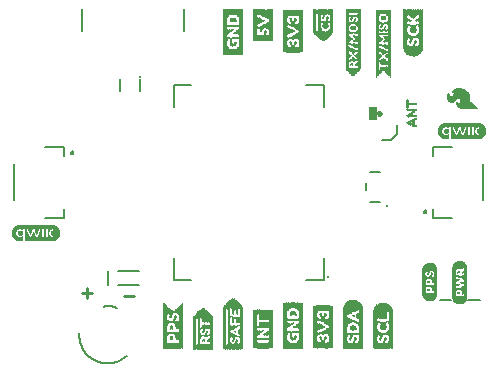
<source format=gto>
G75*
%MOIN*%
%OFA0B0*%
%FSLAX25Y25*%
%IPPOS*%
%LPD*%
%AMOC8*
5,1,8,0,0,1.08239X$1,22.5*
%
%ADD10C,0.00900*%
%ADD11C,0.00800*%
%ADD12C,0.00600*%
%ADD13R,0.00157X0.13858*%
%ADD14R,0.00157X0.14331*%
%ADD15R,0.00157X0.14646*%
%ADD16R,0.00157X0.14961*%
%ADD17R,0.00157X0.15118*%
%ADD18R,0.00157X0.15276*%
%ADD19R,0.00157X0.15433*%
%ADD20R,0.00157X0.02835*%
%ADD21R,0.00157X0.11969*%
%ADD22R,0.00157X0.02520*%
%ADD23R,0.00157X0.01102*%
%ADD24R,0.00157X0.03150*%
%ADD25R,0.00157X0.04567*%
%ADD26R,0.00157X0.02205*%
%ADD27R,0.00157X0.00787*%
%ADD28R,0.00157X0.02677*%
%ADD29R,0.00157X0.04409*%
%ADD30R,0.00157X0.02047*%
%ADD31R,0.00157X0.00630*%
%ADD32R,0.00157X0.01890*%
%ADD33R,0.00157X0.01732*%
%ADD34R,0.00157X0.01575*%
%ADD35R,0.00157X0.00945*%
%ADD36R,0.00157X0.02362*%
%ADD37R,0.00157X0.01260*%
%ADD38R,0.00157X0.01417*%
%ADD39R,0.00157X0.04252*%
%ADD40R,0.00157X0.00315*%
%ADD41R,0.00157X0.04094*%
%ADD42R,0.00157X0.00472*%
%ADD43R,0.00157X0.03937*%
%ADD44R,0.00157X0.03307*%
%ADD45R,0.00157X0.03780*%
%ADD46R,0.00157X0.03465*%
%ADD47R,0.00157X0.02992*%
%ADD48R,0.00157X0.12913*%
%ADD49R,0.00157X0.13386*%
%ADD50R,0.00157X0.13701*%
%ADD51R,0.00157X0.14016*%
%ADD52R,0.00157X0.14173*%
%ADD53R,0.00157X0.14488*%
%ADD54R,0.00157X0.07087*%
%ADD55R,0.00157X0.04882*%
%ADD56R,0.00157X0.05039*%
%ADD57R,0.00157X0.05197*%
%ADD58R,0.00157X0.03622*%
%ADD59R,0.00157X0.00157*%
%ADD60R,0.00157X0.11024*%
%ADD61R,0.00157X0.12756*%
%ADD62R,0.00157X0.11181*%
%ADD63R,0.00157X0.11496*%
%ADD64R,0.00157X0.11654*%
%ADD65R,0.00157X0.13071*%
%ADD66R,0.00157X0.13228*%
%ADD67R,0.00157X0.11811*%
%ADD68R,0.00157X0.14803*%
%ADD69R,0.00157X0.15906*%
%ADD70R,0.00157X0.16063*%
%ADD71R,0.00157X0.16220*%
%ADD72R,0.00157X0.16378*%
%ADD73R,0.00157X0.09921*%
%ADD74C,0.00100*%
%ADD75C,0.01000*%
%ADD76R,0.00118X0.09094*%
%ADD77R,0.00118X0.09803*%
%ADD78R,0.00079X0.10276*%
%ADD79R,0.00157X0.10748*%
%ADD80R,0.00118X0.10984*%
%ADD81R,0.00118X0.11220*%
%ADD82R,0.00079X0.11457*%
%ADD83R,0.00118X0.08150*%
%ADD84R,0.00118X0.02835*%
%ADD85R,0.00157X0.02244*%
%ADD86R,0.00157X0.01063*%
%ADD87R,0.00157X0.02598*%
%ADD88R,0.00118X0.02244*%
%ADD89R,0.00118X0.00827*%
%ADD90R,0.00118X0.01063*%
%ADD91R,0.00118X0.02480*%
%ADD92R,0.00118X0.02362*%
%ADD93R,0.00118X0.00709*%
%ADD94R,0.00118X0.00591*%
%ADD95R,0.00157X0.02480*%
%ADD96R,0.00118X0.00472*%
%ADD97R,0.00118X0.00354*%
%ADD98R,0.00118X0.02717*%
%ADD99R,0.00118X0.02598*%
%ADD100R,0.00118X0.00945*%
%ADD101R,0.00118X0.00236*%
%ADD102R,0.00118X0.04016*%
%ADD103R,0.00157X0.00354*%
%ADD104R,0.00157X0.00236*%
%ADD105R,0.00157X0.03898*%
%ADD106R,0.00118X0.03661*%
%ADD107R,0.00118X0.03189*%
%ADD108R,0.00157X0.00591*%
%ADD109R,0.00157X0.02717*%
%ADD110R,0.00118X0.01181*%
%ADD111R,0.00118X0.01654*%
%ADD112R,0.00157X0.00709*%
%ADD113R,0.00157X0.02126*%
%ADD114R,0.00118X0.01299*%
%ADD115R,0.00118X0.02008*%
%ADD116R,0.00118X0.01890*%
%ADD117R,0.00157X0.02008*%
%ADD118R,0.00118X0.02126*%
%ADD119R,0.00118X0.11457*%
%ADD120R,0.00118X0.10748*%
%ADD121R,0.00118X0.10276*%
%ADD122C,0.01000*%
%ADD123R,0.00118X0.00118*%
%ADD124R,0.00157X0.02953*%
%ADD125R,0.00118X0.03071*%
%ADD126R,0.00118X0.02953*%
%ADD127R,0.00157X0.00827*%
%ADD128R,0.00118X0.01417*%
%ADD129R,0.00157X0.01535*%
%ADD130R,0.00118X0.01535*%
%ADD131R,0.00118X0.01772*%
%ADD132R,0.00157X0.01181*%
%ADD133R,0.00079X0.11929*%
%ADD134R,0.00157X0.12402*%
%ADD135R,0.00118X0.12638*%
%ADD136R,0.00118X0.12874*%
%ADD137R,0.00079X0.13110*%
%ADD138R,0.00118X0.04961*%
%ADD139R,0.00118X0.05079*%
%ADD140R,0.00157X0.00118*%
%ADD141R,0.00118X0.13110*%
%ADD142R,0.00118X0.12402*%
%ADD143R,0.00118X0.11929*%
%ADD144R,0.00157X0.10551*%
%ADD145R,0.00157X0.07874*%
%ADD146R,0.00157X0.08031*%
%ADD147R,0.00157X0.08346*%
%ADD148R,0.00157X0.08504*%
%ADD149R,0.00157X0.09606*%
%ADD150R,0.00157X0.09764*%
%ADD151R,0.00157X0.10079*%
%ADD152R,0.00157X0.08661*%
%ADD153C,0.00300*%
%ADD154R,0.00118X0.20079*%
%ADD155R,0.00118X0.20197*%
%ADD156R,0.00079X0.20433*%
%ADD157R,0.00157X0.20551*%
%ADD158R,0.00118X0.20669*%
%ADD159R,0.00118X0.20787*%
%ADD160R,0.00079X0.08504*%
%ADD161R,0.00118X0.04252*%
%ADD162R,0.00118X0.05197*%
%ADD163R,0.00157X0.01654*%
%ADD164R,0.00157X0.01299*%
%ADD165R,0.00157X0.01772*%
%ADD166R,0.00118X0.07087*%
%ADD167R,0.00118X0.13228*%
%ADD168R,0.00118X0.07205*%
%ADD169R,0.00118X0.20551*%
%ADD170R,0.00118X0.20433*%
%ADD171R,0.00118X0.22559*%
%ADD172R,0.00118X0.22441*%
%ADD173R,0.00079X0.22323*%
%ADD174R,0.00157X0.22205*%
%ADD175R,0.00118X0.22087*%
%ADD176R,0.00118X0.21969*%
%ADD177R,0.00079X0.09449*%
%ADD178R,0.00079X0.12047*%
%ADD179R,0.00118X0.05787*%
%ADD180R,0.00118X0.08031*%
%ADD181R,0.00118X0.08386*%
%ADD182R,0.00118X0.13346*%
%ADD183R,0.00118X0.22205*%
%ADD184R,0.00118X0.22323*%
%ADD185C,0.01114*%
%ADD186C,0.00700*%
%ADD187C,0.00500*%
%ADD188C,0.01181*%
%ADD189C,0.00050*%
D10*
X0177783Y0102002D02*
X0181186Y0102002D01*
X0179485Y0100301D02*
X0179485Y0103704D01*
X0191783Y0101002D02*
X0195186Y0101002D01*
D11*
X0196877Y0104439D02*
X0189790Y0104439D01*
X0186365Y0104439D02*
X0186365Y0109361D01*
X0189790Y0109361D02*
X0196877Y0109361D01*
X0171955Y0127089D02*
X0165459Y0127089D01*
X0171955Y0127089D02*
X0171955Y0130042D01*
X0155223Y0132994D02*
X0155223Y0144806D01*
X0165459Y0150711D02*
X0171955Y0150711D01*
X0171955Y0147758D01*
X0174114Y0148743D02*
X0174116Y0148783D01*
X0174122Y0148822D01*
X0174132Y0148861D01*
X0174145Y0148898D01*
X0174163Y0148934D01*
X0174184Y0148968D01*
X0174208Y0149000D01*
X0174235Y0149029D01*
X0174265Y0149056D01*
X0174297Y0149079D01*
X0174332Y0149099D01*
X0174368Y0149115D01*
X0174406Y0149128D01*
X0174445Y0149137D01*
X0174484Y0149142D01*
X0174524Y0149143D01*
X0174564Y0149140D01*
X0174603Y0149133D01*
X0174641Y0149122D01*
X0174679Y0149108D01*
X0174714Y0149089D01*
X0174747Y0149068D01*
X0174779Y0149043D01*
X0174807Y0149015D01*
X0174833Y0148985D01*
X0174855Y0148952D01*
X0174874Y0148917D01*
X0174890Y0148880D01*
X0174902Y0148842D01*
X0174910Y0148803D01*
X0174914Y0148763D01*
X0174914Y0148723D01*
X0174910Y0148683D01*
X0174902Y0148644D01*
X0174890Y0148606D01*
X0174874Y0148569D01*
X0174855Y0148534D01*
X0174833Y0148501D01*
X0174807Y0148471D01*
X0174779Y0148443D01*
X0174747Y0148418D01*
X0174714Y0148397D01*
X0174679Y0148378D01*
X0174641Y0148364D01*
X0174603Y0148353D01*
X0174564Y0148346D01*
X0174524Y0148343D01*
X0174484Y0148344D01*
X0174445Y0148349D01*
X0174406Y0148358D01*
X0174368Y0148371D01*
X0174332Y0148387D01*
X0174297Y0148407D01*
X0174265Y0148430D01*
X0174235Y0148457D01*
X0174208Y0148486D01*
X0174184Y0148518D01*
X0174163Y0148552D01*
X0174145Y0148588D01*
X0174132Y0148625D01*
X0174122Y0148664D01*
X0174116Y0148703D01*
X0174114Y0148743D01*
X0177725Y0189361D02*
X0177725Y0196448D01*
X0211741Y0196448D02*
X0211741Y0189361D01*
X0273643Y0142400D02*
X0277024Y0142400D01*
X0272543Y0138457D02*
X0272543Y0136343D01*
X0273643Y0132400D02*
X0277024Y0132400D01*
X0291752Y0129057D02*
X0291754Y0129097D01*
X0291760Y0129136D01*
X0291770Y0129175D01*
X0291783Y0129212D01*
X0291801Y0129248D01*
X0291822Y0129282D01*
X0291846Y0129314D01*
X0291873Y0129343D01*
X0291903Y0129370D01*
X0291935Y0129393D01*
X0291970Y0129413D01*
X0292006Y0129429D01*
X0292044Y0129442D01*
X0292083Y0129451D01*
X0292122Y0129456D01*
X0292162Y0129457D01*
X0292202Y0129454D01*
X0292241Y0129447D01*
X0292279Y0129436D01*
X0292317Y0129422D01*
X0292352Y0129403D01*
X0292385Y0129382D01*
X0292417Y0129357D01*
X0292445Y0129329D01*
X0292471Y0129299D01*
X0292493Y0129266D01*
X0292512Y0129231D01*
X0292528Y0129194D01*
X0292540Y0129156D01*
X0292548Y0129117D01*
X0292552Y0129077D01*
X0292552Y0129037D01*
X0292548Y0128997D01*
X0292540Y0128958D01*
X0292528Y0128920D01*
X0292512Y0128883D01*
X0292493Y0128848D01*
X0292471Y0128815D01*
X0292445Y0128785D01*
X0292417Y0128757D01*
X0292385Y0128732D01*
X0292352Y0128711D01*
X0292317Y0128692D01*
X0292279Y0128678D01*
X0292241Y0128667D01*
X0292202Y0128660D01*
X0292162Y0128657D01*
X0292122Y0128658D01*
X0292083Y0128663D01*
X0292044Y0128672D01*
X0292006Y0128685D01*
X0291970Y0128701D01*
X0291935Y0128721D01*
X0291903Y0128744D01*
X0291873Y0128771D01*
X0291846Y0128800D01*
X0291822Y0128832D01*
X0291801Y0128866D01*
X0291783Y0128902D01*
X0291770Y0128939D01*
X0291760Y0128978D01*
X0291754Y0129017D01*
X0291752Y0129057D01*
X0294711Y0130042D02*
X0294711Y0127089D01*
X0301207Y0127089D01*
X0311444Y0132994D02*
X0311444Y0144806D01*
X0301207Y0150711D02*
X0294711Y0150711D01*
X0294711Y0147758D01*
X0297058Y0099750D02*
X0300808Y0099750D01*
X0306558Y0099750D02*
X0310308Y0099750D01*
D12*
X0280833Y0152900D02*
X0277833Y0152900D01*
X0280833Y0152900D02*
X0282833Y0154900D01*
X0282833Y0157900D01*
X0189534Y0096900D02*
X0189384Y0096970D01*
X0189233Y0097036D01*
X0189081Y0097099D01*
X0188927Y0097157D01*
X0188771Y0097212D01*
X0188615Y0097263D01*
X0188457Y0097311D01*
X0188298Y0097354D01*
X0188138Y0097394D01*
X0187977Y0097430D01*
X0187815Y0097462D01*
X0187653Y0097490D01*
X0187490Y0097514D01*
X0187326Y0097534D01*
X0187162Y0097550D01*
X0186998Y0097563D01*
X0186833Y0097571D01*
X0186668Y0097575D01*
X0186504Y0097576D01*
X0186339Y0097572D01*
X0186174Y0097564D01*
X0186010Y0097553D01*
X0185846Y0097537D01*
X0185682Y0097518D01*
X0185519Y0097494D01*
X0185356Y0097467D01*
X0185194Y0097436D01*
X0185033Y0097400D01*
X0176933Y0088701D02*
X0176917Y0088473D01*
X0176906Y0088244D01*
X0176901Y0088016D01*
X0176902Y0087787D01*
X0176908Y0087559D01*
X0176920Y0087330D01*
X0176937Y0087103D01*
X0176960Y0086875D01*
X0176988Y0086648D01*
X0177022Y0086422D01*
X0177061Y0086197D01*
X0177106Y0085973D01*
X0177156Y0085750D01*
X0177212Y0085528D01*
X0177273Y0085308D01*
X0177339Y0085089D01*
X0177411Y0084872D01*
X0177488Y0084657D01*
X0177570Y0084444D01*
X0177657Y0084233D01*
X0177750Y0084024D01*
X0177847Y0083817D01*
X0177950Y0083613D01*
X0178057Y0083411D01*
X0178169Y0083212D01*
X0178287Y0083016D01*
X0178408Y0082822D01*
X0178535Y0082632D01*
X0178666Y0082445D01*
X0178802Y0082261D01*
X0178942Y0082080D01*
X0179086Y0081903D01*
X0179235Y0081729D01*
X0179388Y0081560D01*
X0179545Y0081393D01*
X0179706Y0081231D01*
X0179871Y0081073D01*
X0180040Y0080919D01*
X0180212Y0080769D01*
X0180388Y0080623D01*
X0180568Y0080481D01*
X0180750Y0080344D01*
X0180937Y0080212D01*
X0181126Y0080084D01*
X0181318Y0079960D01*
X0181514Y0079842D01*
X0181712Y0079728D01*
X0181913Y0079619D01*
X0182116Y0079515D01*
X0182322Y0079416D01*
X0182531Y0079322D01*
X0182741Y0079233D01*
X0182954Y0079149D01*
X0183168Y0079071D01*
X0183385Y0078997D01*
X0183603Y0078929D01*
X0183823Y0078866D01*
X0184044Y0078809D01*
X0184267Y0078757D01*
X0184490Y0078711D01*
X0184715Y0078670D01*
X0184941Y0078634D01*
X0185168Y0078604D01*
X0185395Y0078580D01*
X0185623Y0078561D01*
X0185851Y0078547D01*
X0186079Y0078539D01*
X0186308Y0078537D01*
X0186536Y0078540D01*
X0186765Y0078549D01*
X0186993Y0078564D01*
X0187221Y0078583D01*
X0187448Y0078609D01*
X0187674Y0078640D01*
X0187900Y0078676D01*
X0188124Y0078718D01*
X0188348Y0078766D01*
X0188570Y0078819D01*
X0188791Y0078877D01*
X0189011Y0078941D01*
X0189229Y0079010D01*
X0189445Y0079084D01*
X0189659Y0079163D01*
X0189872Y0079248D01*
X0190082Y0079338D01*
X0190290Y0079433D01*
X0190495Y0079533D01*
X0190698Y0079638D01*
X0190899Y0079747D01*
X0191096Y0079862D01*
X0191291Y0079981D01*
X0191483Y0080106D01*
X0191672Y0080234D01*
X0191858Y0080368D01*
X0192040Y0080506D01*
X0192219Y0080648D01*
X0192394Y0080794D01*
X0192566Y0080945D01*
X0192734Y0081100D01*
D13*
X0265184Y0090319D03*
X0271483Y0090319D03*
D14*
X0271325Y0090555D03*
X0275971Y0090555D03*
X0280696Y0090555D03*
X0265341Y0090555D03*
X0261483Y0090713D03*
X0261325Y0090713D03*
X0261168Y0090713D03*
X0261010Y0090713D03*
X0260853Y0090713D03*
X0260696Y0090713D03*
X0260538Y0090713D03*
X0256129Y0090713D03*
X0255971Y0090713D03*
X0255814Y0090713D03*
X0255656Y0090713D03*
X0255499Y0090713D03*
X0255341Y0090713D03*
X0255184Y0090713D03*
X0231325Y0090343D03*
X0225341Y0090343D03*
X0210538Y0090555D03*
X0206129Y0090555D03*
X0245184Y0189113D03*
X0245341Y0189113D03*
X0245499Y0189113D03*
X0245656Y0189113D03*
X0245814Y0189113D03*
X0245971Y0189113D03*
X0246129Y0189113D03*
X0250538Y0189113D03*
X0250696Y0189113D03*
X0250853Y0189113D03*
X0251010Y0189113D03*
X0251168Y0189113D03*
X0251325Y0189113D03*
X0251483Y0189113D03*
X0285656Y0189240D03*
X0291010Y0189240D03*
D15*
X0290696Y0189083D03*
X0285971Y0189083D03*
X0271168Y0090713D03*
X0265499Y0090713D03*
X0231168Y0090500D03*
X0225499Y0090500D03*
X0210853Y0090713D03*
X0205814Y0090713D03*
D16*
X0205499Y0090870D03*
X0211168Y0090870D03*
X0230853Y0090657D03*
X0265656Y0090870D03*
X0271010Y0090870D03*
D17*
X0270853Y0090949D03*
X0265814Y0090949D03*
X0211325Y0090949D03*
X0205341Y0090949D03*
D18*
X0205184Y0091028D03*
X0211483Y0091028D03*
X0245184Y0091028D03*
X0245341Y0091028D03*
X0245499Y0091028D03*
X0245656Y0091028D03*
X0245814Y0091028D03*
X0245971Y0091028D03*
X0246129Y0091028D03*
X0250538Y0091028D03*
X0250696Y0091028D03*
X0250853Y0091028D03*
X0251010Y0091028D03*
X0251168Y0091028D03*
X0251325Y0091028D03*
X0251483Y0091028D03*
X0265971Y0091028D03*
X0270696Y0091028D03*
X0231483Y0188928D03*
X0231325Y0188928D03*
X0231168Y0188928D03*
X0231010Y0188928D03*
X0230853Y0188928D03*
X0230696Y0188928D03*
X0230538Y0188928D03*
X0226129Y0188928D03*
X0225971Y0188928D03*
X0225814Y0188928D03*
X0225656Y0188928D03*
X0225499Y0188928D03*
X0225341Y0188928D03*
X0225184Y0188928D03*
D19*
X0266129Y0091106D03*
X0270538Y0091106D03*
D20*
X0268648Y0084807D03*
X0266286Y0084807D03*
X0258648Y0084965D03*
X0258491Y0084965D03*
X0258333Y0084965D03*
X0258176Y0084965D03*
X0258018Y0084965D03*
X0257861Y0084965D03*
X0256286Y0084965D03*
X0250223Y0084807D03*
X0247546Y0087799D03*
X0256286Y0096461D03*
X0250223Y0097248D03*
X0270066Y0097720D03*
X0270223Y0097720D03*
X0280066Y0096776D03*
X0280223Y0096776D03*
X0280381Y0096618D03*
X0278963Y0090949D03*
X0278806Y0090949D03*
X0278648Y0090949D03*
X0278491Y0090949D03*
X0278333Y0090949D03*
X0278176Y0090949D03*
X0278018Y0090949D03*
X0277861Y0090949D03*
X0276286Y0084807D03*
X0302516Y0110756D03*
X0304406Y0111110D03*
X0286888Y0164912D03*
X0259536Y0187892D03*
X0259378Y0187735D03*
X0259221Y0187735D03*
X0259063Y0191357D03*
X0248648Y0183365D03*
X0248491Y0183365D03*
X0248333Y0183365D03*
X0248176Y0183365D03*
X0248018Y0183365D03*
X0247861Y0183365D03*
X0246286Y0183365D03*
X0240381Y0190987D03*
X0236286Y0192719D03*
X0239121Y0195081D03*
X0239278Y0195081D03*
X0246286Y0194861D03*
X0230223Y0195148D03*
X0227546Y0185699D03*
X0230223Y0182707D03*
X0287861Y0189949D03*
X0288018Y0189949D03*
X0288176Y0189949D03*
X0288333Y0189949D03*
X0288491Y0189949D03*
X0288648Y0189949D03*
X0288806Y0189949D03*
X0288963Y0189949D03*
X0288806Y0194988D03*
X0288018Y0194988D03*
X0220696Y0093571D03*
X0218333Y0089949D03*
X0210066Y0091264D03*
X0208963Y0092839D03*
D21*
X0266286Y0092996D03*
D22*
X0260223Y0092366D03*
X0260223Y0089059D03*
X0260381Y0084807D03*
X0266444Y0084650D03*
X0250066Y0084650D03*
X0246759Y0084650D03*
X0229278Y0084437D03*
X0209751Y0091106D03*
X0209593Y0091106D03*
X0209436Y0091106D03*
X0246759Y0097406D03*
X0250066Y0097406D03*
X0260381Y0096618D03*
X0280381Y0088587D03*
X0280381Y0084650D03*
X0250381Y0183207D03*
X0250223Y0187459D03*
X0250223Y0190766D03*
X0250381Y0195018D03*
X0258748Y0191357D03*
X0258906Y0191357D03*
X0260638Y0188837D03*
X0260008Y0188207D03*
X0259851Y0188050D03*
X0238648Y0195239D03*
X0238491Y0195239D03*
X0236444Y0192719D03*
X0230066Y0195306D03*
X0226759Y0195306D03*
X0226759Y0182550D03*
X0230066Y0182550D03*
X0287703Y0195146D03*
X0289121Y0195146D03*
X0290381Y0187587D03*
D23*
X0289908Y0187508D03*
X0288018Y0186878D03*
X0287388Y0187193D03*
X0287073Y0187350D03*
X0286916Y0187508D03*
X0287388Y0189555D03*
X0286444Y0190972D03*
X0289278Y0185618D03*
X0249278Y0185176D03*
X0249121Y0185176D03*
X0247703Y0185018D03*
X0247546Y0185176D03*
X0246444Y0186593D03*
X0248018Y0187065D03*
X0248018Y0189113D03*
X0247861Y0189113D03*
X0246444Y0191632D03*
X0247703Y0192892D03*
X0247546Y0193050D03*
X0249121Y0193050D03*
X0249278Y0193050D03*
X0239278Y0188861D03*
X0229593Y0188770D03*
X0227231Y0189243D03*
X0227546Y0192865D03*
X0229278Y0192865D03*
X0227388Y0185148D03*
X0228018Y0184518D03*
X0209278Y0095909D03*
X0208176Y0095437D03*
X0209278Y0093862D03*
X0208491Y0092445D03*
X0206759Y0092130D03*
X0207546Y0090398D03*
X0208018Y0090398D03*
X0208176Y0090398D03*
X0206601Y0088350D03*
X0208176Y0086776D03*
X0217546Y0087508D03*
X0220696Y0087823D03*
X0220538Y0086248D03*
X0228491Y0090500D03*
X0228648Y0090500D03*
X0237231Y0088823D03*
X0239593Y0088350D03*
X0247388Y0087248D03*
X0248018Y0086618D03*
X0249593Y0090870D03*
X0247231Y0091343D03*
X0247546Y0094965D03*
X0249278Y0094965D03*
X0256444Y0093232D03*
X0257703Y0094492D03*
X0257546Y0094650D03*
X0259121Y0094650D03*
X0259278Y0094650D03*
X0258018Y0090713D03*
X0257861Y0090713D03*
X0258018Y0088665D03*
X0256444Y0088193D03*
X0257546Y0086776D03*
X0257703Y0086618D03*
X0259121Y0086776D03*
X0259278Y0086776D03*
X0266444Y0088035D03*
X0269278Y0086618D03*
X0270223Y0091657D03*
X0276444Y0091972D03*
X0277388Y0090555D03*
X0276916Y0088508D03*
X0277073Y0088350D03*
X0277388Y0088193D03*
X0278018Y0087878D03*
X0279278Y0086618D03*
X0279908Y0088508D03*
D24*
X0269751Y0097720D03*
X0266444Y0092366D03*
X0250381Y0084965D03*
X0240223Y0094728D03*
X0240066Y0094728D03*
X0239908Y0094728D03*
X0239751Y0094728D03*
X0239593Y0094728D03*
X0239436Y0094728D03*
X0239278Y0094728D03*
X0239121Y0094728D03*
X0238963Y0094728D03*
X0238806Y0094728D03*
X0238648Y0094728D03*
X0238491Y0094728D03*
X0238333Y0094728D03*
X0238176Y0094728D03*
X0238018Y0094728D03*
X0237861Y0094728D03*
X0237703Y0094728D03*
X0237546Y0094728D03*
X0237388Y0094728D03*
X0237231Y0094728D03*
X0227703Y0098295D03*
X0220381Y0093728D03*
X0217703Y0094988D03*
X0210381Y0095988D03*
X0229436Y0084752D03*
X0230381Y0182865D03*
X0239751Y0194924D03*
X0239908Y0194924D03*
X0258591Y0194979D03*
X0259378Y0191672D03*
X0258906Y0187577D03*
X0288333Y0194831D03*
X0288491Y0194831D03*
X0290066Y0182862D03*
X0289908Y0182705D03*
X0289751Y0182705D03*
X0289593Y0182547D03*
D25*
X0267546Y0097327D03*
X0267073Y0097169D03*
X0266759Y0097012D03*
X0266444Y0096854D03*
X0229593Y0097114D03*
X0218806Y0094437D03*
X0218648Y0094437D03*
X0218491Y0094437D03*
X0218333Y0094437D03*
X0218176Y0094437D03*
D26*
X0210066Y0096146D03*
X0207861Y0094886D03*
X0208806Y0092681D03*
X0228333Y0092941D03*
X0228491Y0092941D03*
X0229593Y0092941D03*
X0229751Y0092941D03*
X0229908Y0092941D03*
X0230066Y0092941D03*
X0230223Y0092941D03*
X0230381Y0092941D03*
X0230538Y0092941D03*
X0230066Y0097823D03*
X0240381Y0091264D03*
X0246916Y0084492D03*
X0247073Y0084492D03*
X0249751Y0084492D03*
X0256601Y0084650D03*
X0257703Y0084650D03*
X0260223Y0084650D03*
X0260066Y0089059D03*
X0260066Y0092366D03*
X0258491Y0093154D03*
X0258333Y0093154D03*
X0258333Y0096776D03*
X0256601Y0096776D03*
X0260223Y0096776D03*
X0266759Y0092524D03*
X0270223Y0094256D03*
X0267703Y0087484D03*
X0268333Y0084492D03*
X0266601Y0084492D03*
X0276601Y0084492D03*
X0278333Y0084492D03*
X0277703Y0087484D03*
X0249751Y0097563D03*
X0247073Y0097563D03*
X0229121Y0084280D03*
X0229751Y0182392D03*
X0227073Y0182392D03*
X0226916Y0182392D03*
X0237546Y0189884D03*
X0237703Y0189884D03*
X0240066Y0191144D03*
X0236759Y0192719D03*
X0236601Y0192719D03*
X0236286Y0195396D03*
X0237861Y0195396D03*
X0238018Y0195396D03*
X0229751Y0195463D03*
X0227073Y0195463D03*
X0240381Y0187050D03*
X0246601Y0183050D03*
X0247703Y0183050D03*
X0250223Y0183050D03*
X0250066Y0187459D03*
X0250066Y0190766D03*
X0248491Y0191554D03*
X0248333Y0191554D03*
X0248333Y0195176D03*
X0246601Y0195176D03*
X0250223Y0195176D03*
X0257488Y0195451D03*
X0258906Y0195451D03*
X0258591Y0191357D03*
X0286286Y0195303D03*
X0287388Y0195303D03*
X0289436Y0195303D03*
X0287703Y0186484D03*
D27*
X0288176Y0187035D03*
X0289593Y0187508D03*
X0289751Y0187508D03*
X0289436Y0189555D03*
X0287546Y0190972D03*
X0286916Y0192862D03*
X0289751Y0192862D03*
X0260638Y0192380D03*
X0259851Y0192223D03*
X0260008Y0190963D03*
X0258276Y0190963D03*
X0260008Y0193640D03*
X0249436Y0193050D03*
X0247388Y0193050D03*
X0246601Y0191632D03*
X0247388Y0191317D03*
X0247546Y0191317D03*
X0248176Y0189113D03*
X0248333Y0189113D03*
X0247703Y0187065D03*
X0246601Y0186593D03*
X0247388Y0185176D03*
X0249436Y0185176D03*
X0239436Y0188861D03*
X0237231Y0190435D03*
X0230381Y0190975D03*
X0229278Y0188613D03*
X0229121Y0188613D03*
X0227703Y0189400D03*
X0227388Y0186723D03*
X0226601Y0186723D03*
X0229436Y0185148D03*
X0208963Y0095752D03*
X0208648Y0095594D03*
X0208491Y0095594D03*
X0209436Y0093862D03*
X0208333Y0092287D03*
X0206916Y0092130D03*
X0207388Y0093862D03*
X0206916Y0088508D03*
X0208806Y0088508D03*
X0217703Y0087508D03*
X0219121Y0087823D03*
X0219908Y0088925D03*
X0218176Y0088925D03*
X0218176Y0086091D03*
X0218963Y0086091D03*
X0219908Y0086091D03*
X0220066Y0086091D03*
X0228176Y0086091D03*
X0229908Y0086091D03*
X0229278Y0090657D03*
X0229121Y0090657D03*
X0229121Y0093650D03*
X0229278Y0093650D03*
X0228963Y0093650D03*
X0228806Y0093650D03*
X0237546Y0088980D03*
X0237703Y0088980D03*
X0239121Y0088193D03*
X0246601Y0088823D03*
X0247388Y0088823D03*
X0249121Y0090713D03*
X0249278Y0090713D03*
X0247703Y0091500D03*
X0250381Y0093075D03*
X0256601Y0093232D03*
X0257388Y0092917D03*
X0257546Y0092917D03*
X0257388Y0094650D03*
X0259436Y0094650D03*
X0258333Y0090713D03*
X0258176Y0090713D03*
X0257703Y0088665D03*
X0256601Y0088193D03*
X0257388Y0086776D03*
X0259436Y0086776D03*
X0266601Y0088193D03*
X0267231Y0088193D03*
X0268176Y0088193D03*
X0270066Y0088193D03*
X0268333Y0092602D03*
X0268176Y0092602D03*
X0277546Y0091972D03*
X0279436Y0090555D03*
X0279593Y0088508D03*
X0279751Y0088508D03*
X0278176Y0088035D03*
X0249436Y0087248D03*
D28*
X0246601Y0084728D03*
X0228333Y0087035D03*
X0218491Y0090028D03*
X0210223Y0087563D03*
X0210066Y0087563D03*
X0209908Y0087563D03*
X0209751Y0087563D03*
X0209593Y0087563D03*
X0209436Y0087563D03*
X0209908Y0091185D03*
X0207703Y0094807D03*
X0206444Y0096067D03*
X0210223Y0096067D03*
X0246601Y0097327D03*
X0266601Y0092445D03*
X0277703Y0091028D03*
X0279121Y0091028D03*
X0278648Y0084728D03*
X0270381Y0084728D03*
X0226601Y0182628D03*
X0226601Y0195227D03*
X0238806Y0195160D03*
X0238963Y0195160D03*
X0258748Y0195215D03*
X0260796Y0189073D03*
X0259693Y0187971D03*
X0287703Y0190028D03*
X0289121Y0190028D03*
X0288963Y0195067D03*
X0287861Y0195067D03*
D29*
X0267861Y0097406D03*
X0267703Y0097406D03*
X0267388Y0097248D03*
X0267231Y0097248D03*
X0266916Y0097091D03*
X0266601Y0096933D03*
X0229751Y0097035D03*
X0218963Y0094358D03*
X0218018Y0094516D03*
D30*
X0216444Y0094437D03*
X0220696Y0090500D03*
X0219593Y0088295D03*
X0219436Y0088138D03*
X0227388Y0087823D03*
X0228648Y0087193D03*
X0230696Y0089083D03*
X0228176Y0093020D03*
X0230223Y0097744D03*
X0247231Y0097642D03*
X0249436Y0097642D03*
X0249593Y0097642D03*
X0256759Y0096854D03*
X0258176Y0096854D03*
X0260066Y0096854D03*
X0258176Y0093232D03*
X0258018Y0093232D03*
X0259908Y0092287D03*
X0259908Y0089138D03*
X0256916Y0090713D03*
X0256759Y0090713D03*
X0256759Y0084571D03*
X0260066Y0084571D03*
X0266759Y0084413D03*
X0266916Y0084413D03*
X0268018Y0084413D03*
X0268176Y0084413D03*
X0269121Y0084413D03*
X0269908Y0084413D03*
X0270066Y0084413D03*
X0276759Y0084413D03*
X0276916Y0084413D03*
X0278176Y0084413D03*
X0279121Y0084413D03*
X0280066Y0084413D03*
X0270066Y0094177D03*
X0266916Y0092602D03*
X0249593Y0084413D03*
X0249436Y0084413D03*
X0247231Y0084413D03*
X0230538Y0084201D03*
X0228963Y0084201D03*
X0227546Y0084201D03*
X0210381Y0084413D03*
X0209908Y0096067D03*
X0206759Y0096067D03*
X0227231Y0182313D03*
X0229436Y0182313D03*
X0229593Y0182313D03*
X0236444Y0186971D03*
X0236601Y0186971D03*
X0238806Y0186971D03*
X0239278Y0186971D03*
X0240223Y0186971D03*
X0237388Y0189806D03*
X0239908Y0191065D03*
X0237703Y0195475D03*
X0237546Y0195475D03*
X0229593Y0195542D03*
X0229436Y0195542D03*
X0227231Y0195542D03*
X0246759Y0195254D03*
X0248176Y0195254D03*
X0250066Y0195254D03*
X0248176Y0191632D03*
X0248018Y0191632D03*
X0249908Y0190687D03*
X0249908Y0187538D03*
X0246916Y0189113D03*
X0246759Y0189113D03*
X0256701Y0188128D03*
X0250066Y0182971D03*
X0246759Y0182971D03*
X0257646Y0195530D03*
X0258276Y0195530D03*
X0260638Y0195530D03*
X0286444Y0195382D03*
X0287231Y0195382D03*
X0289593Y0195382D03*
X0290381Y0195382D03*
D31*
X0289593Y0192783D03*
X0289278Y0191051D03*
X0287388Y0191051D03*
X0286601Y0191051D03*
X0287073Y0192783D03*
X0289278Y0187429D03*
X0289436Y0187429D03*
X0287231Y0185697D03*
X0258433Y0192144D03*
X0258276Y0193719D03*
X0247231Y0191396D03*
X0247073Y0191396D03*
X0246759Y0191554D03*
X0247388Y0186987D03*
X0247546Y0186987D03*
X0247073Y0186829D03*
X0246759Y0186672D03*
X0238806Y0188939D03*
X0236444Y0190514D03*
X0238333Y0192719D03*
X0238491Y0192719D03*
X0230223Y0191054D03*
X0229436Y0192628D03*
X0226444Y0191054D03*
X0227861Y0189479D03*
X0228963Y0188534D03*
X0228018Y0186802D03*
X0227231Y0186802D03*
X0227073Y0186802D03*
X0226916Y0186802D03*
X0226759Y0186802D03*
X0230066Y0186802D03*
X0208806Y0095673D03*
X0207231Y0093783D03*
X0207073Y0092209D03*
X0208176Y0092366D03*
X0208491Y0088587D03*
X0208648Y0088587D03*
X0207231Y0088587D03*
X0207073Y0088587D03*
X0217388Y0089949D03*
X0217861Y0087587D03*
X0218963Y0087744D03*
X0219751Y0087587D03*
X0229121Y0087587D03*
X0229278Y0087587D03*
X0229436Y0090736D03*
X0229593Y0090736D03*
X0230696Y0090894D03*
X0236444Y0086539D03*
X0236601Y0086539D03*
X0237861Y0089059D03*
X0238963Y0088114D03*
X0240223Y0086539D03*
X0240381Y0086539D03*
X0237073Y0090634D03*
X0246444Y0093154D03*
X0247861Y0091579D03*
X0248963Y0090634D03*
X0248018Y0088902D03*
X0247231Y0088902D03*
X0247073Y0088902D03*
X0246916Y0088902D03*
X0246759Y0088902D03*
X0250066Y0088902D03*
X0250223Y0093154D03*
X0249436Y0094728D03*
X0256759Y0093154D03*
X0257073Y0092996D03*
X0257231Y0092996D03*
X0257388Y0088587D03*
X0257546Y0088587D03*
X0257073Y0088429D03*
X0256759Y0088272D03*
X0266759Y0088272D03*
X0266916Y0088272D03*
X0267073Y0088272D03*
X0268333Y0088272D03*
X0269908Y0088272D03*
X0269436Y0090004D03*
X0269751Y0091894D03*
X0269908Y0091894D03*
X0269593Y0092051D03*
X0268963Y0092366D03*
X0268648Y0092524D03*
X0268491Y0092524D03*
X0268648Y0094256D03*
X0267231Y0086697D03*
X0277231Y0086697D03*
X0279278Y0088429D03*
X0279436Y0088429D03*
X0279278Y0092051D03*
X0277388Y0092051D03*
X0276601Y0092051D03*
D32*
X0277861Y0087642D03*
X0280223Y0088587D03*
X0279908Y0084335D03*
X0279751Y0084335D03*
X0279436Y0084335D03*
X0279278Y0084335D03*
X0278018Y0084335D03*
X0277861Y0084335D03*
X0277703Y0084335D03*
X0277546Y0084335D03*
X0277388Y0084335D03*
X0277231Y0084335D03*
X0277073Y0084335D03*
X0269751Y0084335D03*
X0269593Y0084335D03*
X0269436Y0084335D03*
X0269278Y0084335D03*
X0267861Y0084335D03*
X0267703Y0084335D03*
X0267546Y0084335D03*
X0267388Y0084335D03*
X0267231Y0084335D03*
X0267073Y0084335D03*
X0267861Y0087642D03*
X0269908Y0094256D03*
X0259908Y0096933D03*
X0258648Y0096933D03*
X0258491Y0096933D03*
X0258018Y0096933D03*
X0257861Y0096933D03*
X0257073Y0096933D03*
X0256916Y0096933D03*
X0257861Y0093311D03*
X0257073Y0090791D03*
X0250381Y0091106D03*
X0246444Y0091106D03*
X0240223Y0091264D03*
X0240066Y0091264D03*
X0239908Y0091264D03*
X0239751Y0091264D03*
X0239593Y0091264D03*
X0239436Y0091264D03*
X0239278Y0091264D03*
X0239121Y0091264D03*
X0238963Y0091264D03*
X0238806Y0091264D03*
X0238648Y0091264D03*
X0238491Y0091264D03*
X0238333Y0091264D03*
X0238176Y0091264D03*
X0238018Y0091264D03*
X0237861Y0091264D03*
X0237703Y0091264D03*
X0237546Y0091264D03*
X0237388Y0091264D03*
X0237231Y0091264D03*
X0236444Y0088587D03*
X0240381Y0088587D03*
X0240381Y0084492D03*
X0240223Y0084492D03*
X0236444Y0084492D03*
X0230381Y0084122D03*
X0229751Y0084122D03*
X0228806Y0084122D03*
X0227861Y0084122D03*
X0227703Y0084122D03*
X0220696Y0083965D03*
X0220538Y0083965D03*
X0220381Y0083965D03*
X0220223Y0083965D03*
X0220066Y0083965D03*
X0219908Y0083965D03*
X0219751Y0083965D03*
X0219593Y0083965D03*
X0219436Y0083965D03*
X0219278Y0083965D03*
X0219121Y0083965D03*
X0218963Y0083965D03*
X0218806Y0083965D03*
X0218648Y0083965D03*
X0218491Y0083965D03*
X0218333Y0083965D03*
X0218176Y0083965D03*
X0218018Y0083965D03*
X0217861Y0083965D03*
X0217703Y0083965D03*
X0217546Y0083965D03*
X0217388Y0083965D03*
X0210223Y0084335D03*
X0210066Y0084335D03*
X0209908Y0084335D03*
X0209751Y0084335D03*
X0209593Y0084335D03*
X0209436Y0084335D03*
X0209278Y0084335D03*
X0209121Y0084335D03*
X0208963Y0084335D03*
X0208806Y0084335D03*
X0208648Y0084335D03*
X0208491Y0084335D03*
X0208333Y0084335D03*
X0208176Y0084335D03*
X0208018Y0084335D03*
X0207861Y0084335D03*
X0207703Y0084335D03*
X0207546Y0084335D03*
X0207388Y0084335D03*
X0207231Y0084335D03*
X0207073Y0084335D03*
X0206916Y0084335D03*
X0206759Y0084335D03*
X0206601Y0084335D03*
X0206444Y0084335D03*
X0206444Y0092051D03*
X0206916Y0095988D03*
X0216286Y0094358D03*
X0226444Y0097823D03*
X0230381Y0097665D03*
X0227388Y0090264D03*
X0247388Y0084335D03*
X0247546Y0084335D03*
X0247703Y0084335D03*
X0248963Y0084335D03*
X0249121Y0084335D03*
X0249278Y0084335D03*
X0256916Y0084492D03*
X0257073Y0084492D03*
X0257231Y0084492D03*
X0257388Y0084492D03*
X0257546Y0084492D03*
X0258963Y0084492D03*
X0259908Y0084492D03*
X0249278Y0097720D03*
X0249121Y0097720D03*
X0247546Y0097720D03*
X0247388Y0097720D03*
X0294878Y0106205D03*
X0278906Y0178951D03*
X0287861Y0186642D03*
X0290223Y0187587D03*
X0290223Y0195461D03*
X0290066Y0195461D03*
X0289908Y0195461D03*
X0289751Y0195461D03*
X0287073Y0195461D03*
X0286916Y0195461D03*
X0286759Y0195461D03*
X0286601Y0195461D03*
X0269751Y0186738D03*
X0269278Y0186738D03*
X0260481Y0195609D03*
X0259063Y0195609D03*
X0258118Y0195609D03*
X0257961Y0195609D03*
X0257803Y0195609D03*
X0249908Y0195333D03*
X0248648Y0195333D03*
X0248491Y0195333D03*
X0248018Y0195333D03*
X0247861Y0195333D03*
X0247073Y0195333D03*
X0246916Y0195333D03*
X0247861Y0191711D03*
X0247073Y0189191D03*
X0239751Y0191144D03*
X0237073Y0192719D03*
X0236916Y0192719D03*
X0237231Y0195554D03*
X0237388Y0195554D03*
X0236444Y0195554D03*
X0229278Y0195620D03*
X0229121Y0195620D03*
X0227546Y0195620D03*
X0227388Y0195620D03*
X0226444Y0189006D03*
X0230381Y0189006D03*
X0236759Y0186892D03*
X0236916Y0186892D03*
X0237073Y0186892D03*
X0237231Y0186892D03*
X0237388Y0186892D03*
X0237546Y0186892D03*
X0237703Y0186892D03*
X0239436Y0186892D03*
X0246916Y0182892D03*
X0247073Y0182892D03*
X0247231Y0182892D03*
X0247388Y0182892D03*
X0247546Y0182892D03*
X0248963Y0182892D03*
X0249908Y0182892D03*
X0256544Y0188207D03*
X0229278Y0182235D03*
X0229121Y0182235D03*
X0228963Y0182235D03*
X0227703Y0182235D03*
X0227546Y0182235D03*
X0227388Y0182235D03*
D33*
X0227861Y0182156D03*
X0228018Y0182156D03*
X0228176Y0182156D03*
X0228333Y0182156D03*
X0228491Y0182156D03*
X0228648Y0182156D03*
X0228806Y0182156D03*
X0237861Y0186813D03*
X0238018Y0186813D03*
X0238176Y0186813D03*
X0238333Y0186813D03*
X0238491Y0186813D03*
X0238648Y0186813D03*
X0239593Y0186813D03*
X0239908Y0186813D03*
X0240066Y0186813D03*
X0239593Y0191065D03*
X0237231Y0192798D03*
X0237073Y0195632D03*
X0236916Y0195632D03*
X0236601Y0195632D03*
X0228963Y0195699D03*
X0228806Y0195699D03*
X0228648Y0195699D03*
X0228491Y0195699D03*
X0228333Y0195699D03*
X0228176Y0195699D03*
X0228018Y0195699D03*
X0227861Y0195699D03*
X0227703Y0195699D03*
X0230223Y0188928D03*
X0247231Y0189113D03*
X0249593Y0190687D03*
X0249751Y0190687D03*
X0249751Y0187538D03*
X0249593Y0187538D03*
X0256386Y0188286D03*
X0249751Y0182813D03*
X0249593Y0182813D03*
X0249436Y0182813D03*
X0249278Y0182813D03*
X0249121Y0182813D03*
X0249121Y0195412D03*
X0249278Y0195412D03*
X0249436Y0195412D03*
X0249593Y0195412D03*
X0249751Y0195412D03*
X0248963Y0195412D03*
X0248806Y0195412D03*
X0247703Y0195412D03*
X0247546Y0195412D03*
X0247388Y0195412D03*
X0247231Y0195412D03*
X0255914Y0195687D03*
X0256701Y0195687D03*
X0259221Y0195687D03*
X0259378Y0195687D03*
X0260166Y0195687D03*
X0260323Y0195687D03*
X0286601Y0187665D03*
X0248963Y0097799D03*
X0248806Y0097799D03*
X0248648Y0097799D03*
X0248491Y0097799D03*
X0248333Y0097799D03*
X0248176Y0097799D03*
X0248018Y0097799D03*
X0247861Y0097799D03*
X0247703Y0097799D03*
X0257231Y0097012D03*
X0257388Y0097012D03*
X0257546Y0097012D03*
X0257703Y0097012D03*
X0258806Y0097012D03*
X0258963Y0097012D03*
X0259121Y0097012D03*
X0259278Y0097012D03*
X0259436Y0097012D03*
X0259593Y0097012D03*
X0259751Y0097012D03*
X0259751Y0092287D03*
X0259593Y0092287D03*
X0257231Y0090713D03*
X0259593Y0089138D03*
X0259751Y0089138D03*
X0259751Y0084413D03*
X0259593Y0084413D03*
X0259436Y0084413D03*
X0259278Y0084413D03*
X0259121Y0084413D03*
X0268176Y0090398D03*
X0268333Y0090398D03*
X0268491Y0090398D03*
X0270381Y0091500D03*
X0269751Y0094177D03*
X0267073Y0092602D03*
X0276601Y0088665D03*
X0279593Y0084256D03*
X0250223Y0091028D03*
X0248806Y0084256D03*
X0248648Y0084256D03*
X0248491Y0084256D03*
X0248333Y0084256D03*
X0248176Y0084256D03*
X0248018Y0084256D03*
X0247861Y0084256D03*
X0240066Y0084413D03*
X0239908Y0084413D03*
X0239751Y0084413D03*
X0239593Y0084413D03*
X0239436Y0084413D03*
X0239278Y0084413D03*
X0239121Y0084413D03*
X0238963Y0084413D03*
X0238806Y0084413D03*
X0238648Y0084413D03*
X0238491Y0084413D03*
X0238333Y0084413D03*
X0238176Y0084413D03*
X0238018Y0084413D03*
X0237861Y0084413D03*
X0237703Y0084413D03*
X0237546Y0084413D03*
X0237388Y0084413D03*
X0237231Y0084413D03*
X0237073Y0084413D03*
X0236916Y0084413D03*
X0236759Y0084413D03*
X0236601Y0084413D03*
X0230223Y0084043D03*
X0230066Y0084043D03*
X0229908Y0084043D03*
X0228648Y0084043D03*
X0228491Y0084043D03*
X0228333Y0084043D03*
X0228176Y0084043D03*
X0228018Y0084043D03*
X0226601Y0084043D03*
X0225814Y0084043D03*
X0227546Y0087823D03*
X0230381Y0089083D03*
X0230538Y0089083D03*
X0236444Y0095437D03*
X0237073Y0095437D03*
X0230538Y0097587D03*
X0226286Y0097744D03*
X0216129Y0094280D03*
X0218806Y0090500D03*
X0217388Y0087508D03*
X0216601Y0083886D03*
X0215814Y0083886D03*
X0209278Y0088035D03*
X0209278Y0091657D03*
X0207388Y0095594D03*
X0207231Y0095752D03*
X0207073Y0095909D03*
X0209751Y0096067D03*
D34*
X0209593Y0095988D03*
X0208018Y0095201D03*
X0208648Y0092524D03*
X0215814Y0094043D03*
X0215971Y0094201D03*
X0218176Y0090579D03*
X0220538Y0090579D03*
X0227546Y0090264D03*
X0227703Y0090264D03*
X0227703Y0087902D03*
X0226444Y0083965D03*
X0226286Y0083965D03*
X0226129Y0083965D03*
X0225971Y0083965D03*
X0216444Y0083807D03*
X0216286Y0083807D03*
X0216129Y0083807D03*
X0215971Y0083807D03*
X0225814Y0097350D03*
X0226129Y0097665D03*
X0230696Y0097508D03*
X0236601Y0095516D03*
X0236759Y0095516D03*
X0236916Y0095516D03*
X0246601Y0091106D03*
X0248806Y0087012D03*
X0248963Y0087012D03*
X0240223Y0088587D03*
X0236601Y0088587D03*
X0248018Y0095201D03*
X0248176Y0095201D03*
X0248333Y0095201D03*
X0248491Y0095201D03*
X0248648Y0095201D03*
X0257388Y0090791D03*
X0258963Y0092524D03*
X0259278Y0092366D03*
X0259436Y0092366D03*
X0259436Y0089059D03*
X0259278Y0089059D03*
X0258333Y0088587D03*
X0267861Y0090319D03*
X0268018Y0090319D03*
X0268648Y0090319D03*
X0268806Y0090319D03*
X0268963Y0090319D03*
X0267388Y0092681D03*
X0267231Y0092681D03*
X0269593Y0094256D03*
X0277546Y0090634D03*
X0280066Y0088587D03*
X0228963Y0184912D03*
X0228806Y0184912D03*
X0226601Y0189006D03*
X0228018Y0193101D03*
X0228176Y0193101D03*
X0228333Y0193101D03*
X0228491Y0193101D03*
X0228648Y0193101D03*
X0236759Y0195711D03*
X0237388Y0192719D03*
X0237861Y0190357D03*
X0239436Y0191144D03*
X0239751Y0186735D03*
X0247388Y0189191D03*
X0248963Y0190924D03*
X0249278Y0190766D03*
X0249436Y0190766D03*
X0249436Y0187459D03*
X0249278Y0187459D03*
X0248333Y0186987D03*
X0256229Y0188365D03*
X0257488Y0192302D03*
X0260796Y0192302D03*
X0260008Y0195766D03*
X0259851Y0195766D03*
X0259693Y0195766D03*
X0259536Y0195766D03*
X0256544Y0195766D03*
X0256386Y0195766D03*
X0256229Y0195766D03*
X0256071Y0195766D03*
X0287546Y0189634D03*
X0290066Y0187587D03*
D35*
X0289436Y0185697D03*
X0287388Y0185697D03*
X0287231Y0187272D03*
X0290223Y0191051D03*
X0290066Y0192941D03*
X0289908Y0192941D03*
X0286759Y0192941D03*
X0268333Y0184612D03*
X0266916Y0179179D03*
X0267861Y0178116D03*
X0259851Y0193561D03*
X0257646Y0192302D03*
X0247861Y0186987D03*
X0238176Y0192719D03*
X0238018Y0192719D03*
X0229436Y0188691D03*
X0227546Y0189321D03*
X0227388Y0189321D03*
X0227388Y0192786D03*
X0230223Y0186802D03*
X0228648Y0184439D03*
X0228491Y0184439D03*
X0228333Y0184439D03*
X0228176Y0184439D03*
X0287833Y0161841D03*
X0287833Y0159243D03*
X0303461Y0108866D03*
X0305351Y0108866D03*
X0304406Y0103315D03*
X0303461Y0102016D03*
X0302516Y0102961D03*
X0293461Y0103016D03*
X0293461Y0105732D03*
X0280223Y0092051D03*
X0277231Y0088272D03*
X0277388Y0086697D03*
X0279436Y0086697D03*
X0270223Y0088114D03*
X0269436Y0086697D03*
X0267388Y0086697D03*
X0267388Y0088114D03*
X0267388Y0090004D03*
X0267861Y0092681D03*
X0268018Y0092681D03*
X0270066Y0091736D03*
X0257861Y0088587D03*
X0250223Y0088902D03*
X0249436Y0090791D03*
X0247546Y0091421D03*
X0247388Y0091421D03*
X0248176Y0086539D03*
X0248333Y0086539D03*
X0248491Y0086539D03*
X0248648Y0086539D03*
X0239436Y0088272D03*
X0239278Y0088272D03*
X0237388Y0088902D03*
X0230696Y0087114D03*
X0229751Y0086012D03*
X0228963Y0087587D03*
X0228963Y0090579D03*
X0228806Y0090579D03*
X0228648Y0093571D03*
X0229436Y0093571D03*
X0219751Y0088846D03*
X0220223Y0086169D03*
X0220381Y0086169D03*
X0218806Y0086169D03*
X0218648Y0086169D03*
X0218491Y0086169D03*
X0218333Y0086169D03*
X0208963Y0088429D03*
X0206759Y0088429D03*
X0207388Y0086697D03*
X0207388Y0090319D03*
X0208333Y0095516D03*
X0209121Y0095831D03*
X0247388Y0094886D03*
D36*
X0246916Y0097484D03*
X0249908Y0097484D03*
X0256444Y0096697D03*
X0258648Y0093075D03*
X0256601Y0090713D03*
X0256444Y0090713D03*
X0256444Y0084728D03*
X0249908Y0084571D03*
X0267546Y0087406D03*
X0268491Y0084571D03*
X0270223Y0084571D03*
X0276444Y0084571D03*
X0278491Y0084571D03*
X0280223Y0084571D03*
X0277546Y0087406D03*
X0276444Y0088665D03*
X0270381Y0094177D03*
X0230696Y0093020D03*
X0226601Y0097744D03*
X0216601Y0094437D03*
X0218648Y0090185D03*
X0227388Y0084358D03*
X0228491Y0087035D03*
X0230696Y0084358D03*
X0206601Y0096067D03*
X0267861Y0175754D03*
X0268806Y0175754D03*
X0260166Y0188286D03*
X0260323Y0188443D03*
X0260481Y0188601D03*
X0260796Y0195372D03*
X0248648Y0191475D03*
X0246601Y0189113D03*
X0246444Y0189113D03*
X0246444Y0195097D03*
X0240223Y0191065D03*
X0238333Y0195317D03*
X0238176Y0195317D03*
X0229908Y0195384D03*
X0226916Y0195384D03*
X0229908Y0182471D03*
X0246444Y0183128D03*
X0286444Y0187665D03*
X0287546Y0186406D03*
X0287546Y0195224D03*
X0289278Y0195224D03*
D37*
X0290223Y0192941D03*
X0290381Y0190894D03*
X0286601Y0192941D03*
X0286759Y0187587D03*
X0289121Y0185539D03*
X0258433Y0191042D03*
X0255914Y0188522D03*
X0248806Y0187302D03*
X0248491Y0187144D03*
X0248176Y0186987D03*
X0248963Y0185097D03*
X0247703Y0189191D03*
X0247703Y0191396D03*
X0248963Y0192971D03*
X0238963Y0190987D03*
X0238806Y0190987D03*
X0238648Y0190829D03*
X0238491Y0190829D03*
X0238333Y0190672D03*
X0238176Y0190672D03*
X0237861Y0192719D03*
X0237703Y0192719D03*
X0229121Y0192943D03*
X0227703Y0192943D03*
X0227073Y0189164D03*
X0226444Y0186644D03*
X0229278Y0185069D03*
X0230381Y0186644D03*
X0229908Y0188849D03*
X0229751Y0188849D03*
X0209436Y0095988D03*
X0207861Y0090476D03*
X0207703Y0090476D03*
X0209121Y0088272D03*
X0208018Y0086854D03*
X0207861Y0086854D03*
X0207703Y0086854D03*
X0207546Y0086854D03*
X0219121Y0090736D03*
X0219278Y0090736D03*
X0219436Y0090736D03*
X0219593Y0090736D03*
X0219751Y0090736D03*
X0219908Y0090736D03*
X0220066Y0090736D03*
X0220223Y0090736D03*
X0219278Y0087902D03*
X0220696Y0086169D03*
X0228806Y0087429D03*
X0228333Y0090421D03*
X0228176Y0090421D03*
X0236916Y0088744D03*
X0237073Y0088744D03*
X0239751Y0088429D03*
X0246444Y0088744D03*
X0247073Y0091264D03*
X0249751Y0090949D03*
X0249908Y0090949D03*
X0250381Y0088744D03*
X0249278Y0087169D03*
X0257703Y0090791D03*
X0258806Y0088902D03*
X0258491Y0088744D03*
X0258176Y0088587D03*
X0258963Y0086697D03*
X0257703Y0092996D03*
X0258963Y0094571D03*
X0267546Y0092681D03*
X0267703Y0092681D03*
X0267546Y0090161D03*
X0269278Y0090161D03*
X0268018Y0087957D03*
X0269121Y0086539D03*
X0276759Y0088587D03*
X0279121Y0086539D03*
X0280381Y0091894D03*
X0249121Y0095043D03*
X0247703Y0095043D03*
D38*
X0247861Y0095122D03*
X0248806Y0095122D03*
X0248963Y0095122D03*
X0250066Y0091028D03*
X0246916Y0091185D03*
X0246759Y0091185D03*
X0249121Y0087091D03*
X0240066Y0088508D03*
X0239908Y0088508D03*
X0236759Y0088665D03*
X0230223Y0089083D03*
X0230066Y0089083D03*
X0228176Y0087665D03*
X0228018Y0087823D03*
X0227861Y0087823D03*
X0227861Y0090343D03*
X0228018Y0090343D03*
X0220381Y0090657D03*
X0218963Y0090657D03*
X0218018Y0090657D03*
X0209121Y0091972D03*
X0209121Y0093705D03*
X0206601Y0092130D03*
X0206444Y0088193D03*
X0225971Y0097587D03*
X0257546Y0090713D03*
X0258648Y0088823D03*
X0258963Y0088980D03*
X0259121Y0088980D03*
X0259121Y0092445D03*
X0267703Y0090240D03*
X0269121Y0090240D03*
X0270381Y0088035D03*
X0279278Y0090555D03*
X0292516Y0106913D03*
X0287361Y0161250D03*
X0279378Y0178715D03*
X0277488Y0182849D03*
X0269278Y0184376D03*
X0267388Y0183076D03*
X0268806Y0190163D03*
X0269751Y0191698D03*
X0278906Y0193479D03*
X0279851Y0192061D03*
X0286444Y0193020D03*
X0290381Y0193020D03*
X0289278Y0189555D03*
X0259851Y0190963D03*
X0256071Y0188443D03*
X0249121Y0187380D03*
X0248963Y0187380D03*
X0248648Y0187223D03*
X0247546Y0189113D03*
X0249121Y0190845D03*
X0239278Y0191065D03*
X0239121Y0191065D03*
X0238018Y0190435D03*
X0237546Y0192798D03*
X0230066Y0188928D03*
X0226916Y0189085D03*
X0226759Y0189085D03*
X0227861Y0193022D03*
X0228806Y0193022D03*
X0228963Y0193022D03*
X0229121Y0184991D03*
D39*
X0288648Y0182941D03*
X0268176Y0097484D03*
X0268018Y0097484D03*
X0219278Y0094280D03*
X0219121Y0094280D03*
D40*
X0217861Y0090106D03*
X0217546Y0089949D03*
X0218018Y0087587D03*
X0218176Y0087587D03*
X0218333Y0087587D03*
X0218491Y0087587D03*
X0218648Y0087587D03*
X0219908Y0087587D03*
X0220066Y0087587D03*
X0220223Y0087587D03*
X0220381Y0087744D03*
X0229751Y0087429D03*
X0229908Y0087429D03*
X0230381Y0087272D03*
X0230381Y0090894D03*
X0230538Y0090894D03*
X0230223Y0090894D03*
X0230066Y0090894D03*
X0228018Y0093886D03*
X0227861Y0093886D03*
X0227703Y0093886D03*
X0227546Y0093886D03*
X0238176Y0089217D03*
X0238333Y0089217D03*
X0238491Y0087957D03*
X0248491Y0090476D03*
X0248648Y0090476D03*
X0248333Y0091736D03*
X0257231Y0094728D03*
X0257231Y0086854D03*
X0269121Y0088429D03*
X0268333Y0094256D03*
X0268176Y0094256D03*
X0276916Y0092209D03*
X0277073Y0092209D03*
X0279751Y0092209D03*
X0279908Y0092209D03*
X0278648Y0088272D03*
X0207703Y0092209D03*
X0207546Y0092209D03*
X0247231Y0185254D03*
X0247231Y0193128D03*
X0238806Y0192719D03*
X0238648Y0192719D03*
X0228333Y0189636D03*
X0228491Y0188376D03*
X0228648Y0188376D03*
X0258118Y0192302D03*
X0260166Y0192302D03*
X0260323Y0192302D03*
X0286916Y0191209D03*
X0287073Y0191209D03*
X0287546Y0192626D03*
X0289278Y0192626D03*
X0289751Y0191209D03*
X0289908Y0191209D03*
X0288648Y0187272D03*
D41*
X0257488Y0188365D03*
X0268333Y0097563D03*
X0268491Y0097563D03*
X0229908Y0097035D03*
X0219436Y0094201D03*
D42*
X0227388Y0093965D03*
X0229751Y0090815D03*
X0229908Y0090815D03*
X0229278Y0089083D03*
X0229121Y0089083D03*
X0229436Y0087508D03*
X0229593Y0087508D03*
X0230538Y0087193D03*
X0236444Y0090555D03*
X0236601Y0090555D03*
X0236759Y0090555D03*
X0236916Y0090555D03*
X0238018Y0089138D03*
X0238648Y0088035D03*
X0238806Y0088035D03*
X0238806Y0086618D03*
X0238963Y0086618D03*
X0239121Y0086618D03*
X0239278Y0086618D03*
X0239436Y0086618D03*
X0239593Y0086618D03*
X0239751Y0086618D03*
X0239908Y0086618D03*
X0240066Y0086618D03*
X0238648Y0086618D03*
X0238491Y0086618D03*
X0238333Y0086618D03*
X0238176Y0086618D03*
X0238018Y0086618D03*
X0237861Y0086618D03*
X0237703Y0086618D03*
X0237546Y0086618D03*
X0237388Y0086618D03*
X0237231Y0086618D03*
X0237073Y0086618D03*
X0236916Y0086618D03*
X0236759Y0086618D03*
X0248176Y0088980D03*
X0248333Y0088980D03*
X0248491Y0088980D03*
X0248648Y0088980D03*
X0248806Y0088980D03*
X0248963Y0088980D03*
X0249121Y0088980D03*
X0249278Y0088980D03*
X0249436Y0088980D03*
X0249593Y0088980D03*
X0249751Y0088980D03*
X0249908Y0088980D03*
X0248806Y0090555D03*
X0248176Y0091657D03*
X0248018Y0091657D03*
X0248018Y0093075D03*
X0247861Y0093075D03*
X0247703Y0093075D03*
X0247546Y0093075D03*
X0247388Y0093075D03*
X0247231Y0093075D03*
X0247073Y0093075D03*
X0246916Y0093075D03*
X0246759Y0093075D03*
X0246601Y0093075D03*
X0248176Y0093075D03*
X0248333Y0093075D03*
X0248491Y0093075D03*
X0248648Y0093075D03*
X0248806Y0093075D03*
X0248963Y0093075D03*
X0249121Y0093075D03*
X0249278Y0093075D03*
X0249436Y0093075D03*
X0249593Y0093075D03*
X0249751Y0093075D03*
X0249908Y0093075D03*
X0250066Y0093075D03*
X0256916Y0093075D03*
X0258491Y0090713D03*
X0258648Y0090713D03*
X0257231Y0088508D03*
X0256916Y0088350D03*
X0268491Y0088350D03*
X0268648Y0088350D03*
X0268806Y0088350D03*
X0268963Y0088350D03*
X0269278Y0088350D03*
X0269436Y0088350D03*
X0269593Y0088350D03*
X0269751Y0088350D03*
X0269436Y0092130D03*
X0269278Y0092287D03*
X0269121Y0092287D03*
X0268806Y0092445D03*
X0268491Y0094177D03*
X0276759Y0092130D03*
X0277231Y0092130D03*
X0279436Y0092130D03*
X0279593Y0092130D03*
X0280066Y0092130D03*
X0279121Y0088350D03*
X0278963Y0088350D03*
X0278806Y0088350D03*
X0278491Y0088193D03*
X0278333Y0088193D03*
X0292988Y0104315D03*
X0292988Y0107031D03*
X0302516Y0107449D03*
X0303461Y0106150D03*
X0304406Y0105323D03*
X0303461Y0104496D03*
X0303933Y0103433D03*
X0220538Y0087823D03*
X0218806Y0087665D03*
X0208333Y0088665D03*
X0208176Y0088665D03*
X0208018Y0088665D03*
X0207861Y0088665D03*
X0207703Y0088665D03*
X0207546Y0088665D03*
X0207388Y0088665D03*
X0207388Y0092130D03*
X0207231Y0092130D03*
X0207861Y0092287D03*
X0208018Y0092287D03*
X0267388Y0179415D03*
X0267388Y0184848D03*
X0268806Y0186029D03*
X0269278Y0191698D03*
X0268333Y0194297D03*
X0260481Y0192380D03*
X0260008Y0192223D03*
X0258276Y0192223D03*
X0257961Y0192380D03*
X0257803Y0192380D03*
X0248648Y0189113D03*
X0248491Y0189113D03*
X0247231Y0186908D03*
X0246916Y0186750D03*
X0246916Y0191475D03*
X0237073Y0190435D03*
X0236916Y0190435D03*
X0236759Y0190435D03*
X0236601Y0190435D03*
X0230066Y0190975D03*
X0229908Y0190975D03*
X0229751Y0190975D03*
X0229593Y0190975D03*
X0229436Y0190975D03*
X0229278Y0190975D03*
X0229121Y0190975D03*
X0228963Y0190975D03*
X0228806Y0190975D03*
X0228648Y0190975D03*
X0228491Y0190975D03*
X0228333Y0190975D03*
X0228176Y0190975D03*
X0228018Y0190975D03*
X0227861Y0190975D03*
X0227703Y0190975D03*
X0227546Y0190975D03*
X0227388Y0190975D03*
X0227231Y0190975D03*
X0227073Y0190975D03*
X0226916Y0190975D03*
X0226759Y0190975D03*
X0226601Y0190975D03*
X0228018Y0189557D03*
X0228176Y0189557D03*
X0228806Y0188455D03*
X0228806Y0186880D03*
X0228963Y0186880D03*
X0229121Y0186880D03*
X0229278Y0186880D03*
X0229436Y0186880D03*
X0229593Y0186880D03*
X0229751Y0186880D03*
X0229908Y0186880D03*
X0228648Y0186880D03*
X0228491Y0186880D03*
X0228333Y0186880D03*
X0228176Y0186880D03*
X0277016Y0188282D03*
X0278906Y0187101D03*
X0278906Y0185802D03*
X0279851Y0188282D03*
X0286759Y0191130D03*
X0287231Y0191130D03*
X0287231Y0192705D03*
X0287388Y0192705D03*
X0289436Y0192705D03*
X0289436Y0191130D03*
X0289593Y0191130D03*
X0290066Y0191130D03*
X0289121Y0187350D03*
X0288963Y0187350D03*
X0288806Y0187350D03*
X0288491Y0187193D03*
X0288333Y0187193D03*
X0279378Y0182376D03*
D43*
X0288491Y0182783D03*
X0286286Y0191917D03*
X0268806Y0097642D03*
X0268648Y0097642D03*
X0228648Y0098059D03*
X0219593Y0094122D03*
D44*
X0220223Y0093807D03*
X0217861Y0095067D03*
X0227861Y0098374D03*
X0228018Y0098374D03*
X0240381Y0094650D03*
X0250381Y0097012D03*
X0246286Y0085043D03*
X0229593Y0084831D03*
X0206286Y0095909D03*
X0269593Y0097799D03*
X0276286Y0088665D03*
X0278806Y0085043D03*
X0268806Y0085043D03*
X0287073Y0182626D03*
X0287231Y0182626D03*
X0287388Y0182626D03*
X0286916Y0182783D03*
X0286759Y0182783D03*
X0286601Y0182941D03*
X0289278Y0182626D03*
X0289436Y0182626D03*
X0286286Y0187665D03*
X0258748Y0187656D03*
X0258591Y0187656D03*
X0258433Y0187656D03*
X0258433Y0194900D03*
X0240223Y0194845D03*
X0240066Y0194845D03*
X0230381Y0194912D03*
X0238963Y0187601D03*
X0226286Y0182943D03*
D45*
X0257646Y0188207D03*
X0259536Y0191987D03*
X0259693Y0192144D03*
X0286286Y0183335D03*
X0288333Y0182705D03*
X0269121Y0097720D03*
X0268963Y0097720D03*
X0268963Y0085280D03*
X0228806Y0098138D03*
X0219751Y0094043D03*
D46*
X0220066Y0093886D03*
X0229121Y0097980D03*
X0229278Y0097980D03*
X0229436Y0097823D03*
X0210381Y0091421D03*
X0258806Y0085280D03*
X0269278Y0097720D03*
X0269436Y0097720D03*
X0287546Y0182547D03*
X0287703Y0182547D03*
X0287861Y0182547D03*
X0288018Y0182547D03*
X0286444Y0183020D03*
X0290223Y0183020D03*
X0290381Y0183177D03*
X0258276Y0187735D03*
X0258118Y0187735D03*
X0248806Y0183680D03*
X0239121Y0187680D03*
X0240381Y0194766D03*
D47*
X0239593Y0195002D03*
X0239436Y0195002D03*
X0248806Y0191790D03*
X0250381Y0190845D03*
X0250381Y0187380D03*
X0259063Y0187656D03*
X0259221Y0191435D03*
X0288176Y0194909D03*
X0288648Y0194909D03*
X0227861Y0185620D03*
X0227703Y0185620D03*
X0226444Y0182786D03*
X0226444Y0195069D03*
X0227388Y0098217D03*
X0227546Y0098217D03*
X0220538Y0093650D03*
X0217546Y0094909D03*
X0217388Y0094909D03*
X0210223Y0091343D03*
X0210381Y0087563D03*
X0207546Y0094807D03*
X0246444Y0097169D03*
X0258806Y0093390D03*
X0260381Y0092445D03*
X0260381Y0088980D03*
X0247861Y0087720D03*
X0247703Y0087720D03*
X0246444Y0084886D03*
X0269908Y0097799D03*
X0270381Y0097484D03*
X0279751Y0096854D03*
X0279908Y0096854D03*
D48*
X0281483Y0089846D03*
X0275184Y0089846D03*
X0216916Y0089476D03*
D49*
X0275341Y0090083D03*
X0281325Y0090083D03*
D50*
X0281168Y0090240D03*
X0275499Y0090240D03*
X0285341Y0189555D03*
X0291325Y0189555D03*
D51*
X0291168Y0189398D03*
X0285499Y0189398D03*
X0281010Y0090398D03*
X0275656Y0090398D03*
D52*
X0275814Y0090476D03*
X0280853Y0090476D03*
X0231483Y0090264D03*
X0225184Y0090264D03*
D53*
X0210696Y0090634D03*
X0205971Y0090634D03*
X0276129Y0090634D03*
X0280538Y0090634D03*
X0285814Y0189161D03*
X0290853Y0189161D03*
D54*
X0246286Y0189113D03*
X0276286Y0094492D03*
X0256286Y0090713D03*
D55*
X0276444Y0095752D03*
X0276601Y0095752D03*
X0276759Y0095909D03*
X0276916Y0095909D03*
X0288806Y0183256D03*
D56*
X0228176Y0097508D03*
X0277073Y0095988D03*
X0277231Y0095988D03*
X0277388Y0095988D03*
X0279278Y0095988D03*
X0279436Y0095988D03*
X0279593Y0095988D03*
D57*
X0279121Y0096067D03*
X0278963Y0096067D03*
X0278806Y0096067D03*
X0278648Y0096067D03*
X0278491Y0096067D03*
X0278333Y0096067D03*
X0278176Y0096067D03*
X0278018Y0096067D03*
X0277861Y0096067D03*
X0277703Y0096067D03*
X0277546Y0096067D03*
X0228491Y0097429D03*
X0228333Y0097429D03*
X0288963Y0183413D03*
X0236286Y0188546D03*
D58*
X0257803Y0187971D03*
X0257961Y0187813D03*
X0288176Y0182626D03*
X0289121Y0182626D03*
X0228963Y0098059D03*
X0219908Y0093965D03*
X0278963Y0085201D03*
D59*
X0258963Y0090713D03*
X0258806Y0090713D03*
X0248491Y0091815D03*
X0248333Y0090398D03*
X0238491Y0089295D03*
X0238333Y0087878D03*
X0230223Y0087350D03*
X0230066Y0087350D03*
X0228963Y0089083D03*
X0228806Y0089083D03*
X0217703Y0090028D03*
X0228333Y0188298D03*
X0228491Y0189715D03*
X0248806Y0189113D03*
X0248963Y0189113D03*
X0287703Y0192547D03*
X0289121Y0192547D03*
D60*
X0226286Y0191054D03*
X0246286Y0093154D03*
X0221483Y0088531D03*
X0215184Y0088531D03*
D61*
X0216759Y0089398D03*
X0235184Y0089925D03*
X0235341Y0089925D03*
X0235499Y0089925D03*
X0235656Y0089925D03*
X0235814Y0089925D03*
X0235971Y0089925D03*
X0236129Y0089925D03*
X0236286Y0089925D03*
X0240538Y0089925D03*
X0240696Y0089925D03*
X0240853Y0089925D03*
X0241010Y0089925D03*
X0241168Y0089925D03*
X0241325Y0089925D03*
X0241483Y0089925D03*
D62*
X0221325Y0088610D03*
X0215341Y0088610D03*
D63*
X0215499Y0088768D03*
X0221168Y0088768D03*
D64*
X0221010Y0088846D03*
X0215656Y0088846D03*
D65*
X0217073Y0089555D03*
D66*
X0217231Y0089634D03*
X0285184Y0189791D03*
X0291483Y0189791D03*
D67*
X0220853Y0088925D03*
D68*
X0225656Y0090579D03*
X0231010Y0090579D03*
X0211010Y0090791D03*
X0205656Y0090791D03*
X0286129Y0189004D03*
X0290538Y0189004D03*
D69*
X0226759Y0091130D03*
D70*
X0226916Y0091209D03*
D71*
X0227073Y0091287D03*
D72*
X0227231Y0091366D03*
D73*
X0206286Y0088350D03*
X0257173Y0191593D03*
D74*
X0273333Y0163900D02*
X0275833Y0163900D01*
X0275833Y0159900D01*
X0273333Y0159900D01*
X0273333Y0163900D01*
X0273333Y0163857D02*
X0275833Y0163857D01*
X0275833Y0163759D02*
X0273333Y0163759D01*
X0273333Y0163660D02*
X0275833Y0163660D01*
X0275833Y0163562D02*
X0273333Y0163562D01*
X0273333Y0163463D02*
X0275833Y0163463D01*
X0275833Y0163365D02*
X0273333Y0163365D01*
X0273333Y0163266D02*
X0275833Y0163266D01*
X0275833Y0163168D02*
X0273333Y0163168D01*
X0273333Y0163069D02*
X0275833Y0163069D01*
X0275833Y0162971D02*
X0273333Y0162971D01*
X0273333Y0162872D02*
X0275833Y0162872D01*
X0275833Y0162774D02*
X0273333Y0162774D01*
X0273333Y0162675D02*
X0275833Y0162675D01*
X0275833Y0162577D02*
X0273333Y0162577D01*
X0273333Y0162478D02*
X0275833Y0162478D01*
X0275833Y0162380D02*
X0273333Y0162380D01*
X0273333Y0162281D02*
X0275833Y0162281D01*
X0275833Y0162183D02*
X0273333Y0162183D01*
X0273333Y0162084D02*
X0275833Y0162084D01*
X0275833Y0161985D02*
X0273333Y0161985D01*
X0273333Y0161887D02*
X0275833Y0161887D01*
X0275833Y0161788D02*
X0273333Y0161788D01*
X0273333Y0161690D02*
X0275833Y0161690D01*
X0275833Y0161591D02*
X0273333Y0161591D01*
X0273333Y0161493D02*
X0275833Y0161493D01*
X0275833Y0161394D02*
X0273333Y0161394D01*
X0273333Y0161296D02*
X0275833Y0161296D01*
X0275833Y0161197D02*
X0273333Y0161197D01*
X0273333Y0161099D02*
X0275833Y0161099D01*
X0275833Y0161000D02*
X0273333Y0161000D01*
X0273333Y0160902D02*
X0275833Y0160902D01*
X0275833Y0160803D02*
X0273333Y0160803D01*
X0273333Y0160705D02*
X0275833Y0160705D01*
X0275833Y0160606D02*
X0273333Y0160606D01*
X0273333Y0160508D02*
X0275833Y0160508D01*
X0275833Y0160409D02*
X0273333Y0160409D01*
X0273333Y0160311D02*
X0275833Y0160311D01*
X0275833Y0160212D02*
X0273333Y0160212D01*
X0273333Y0160114D02*
X0275833Y0160114D01*
X0275833Y0160015D02*
X0273333Y0160015D01*
X0273333Y0159917D02*
X0275833Y0159917D01*
D75*
X0276333Y0161900D02*
X0276335Y0161944D01*
X0276341Y0161988D01*
X0276351Y0162031D01*
X0276364Y0162073D01*
X0276381Y0162114D01*
X0276402Y0162153D01*
X0276426Y0162190D01*
X0276453Y0162225D01*
X0276483Y0162257D01*
X0276516Y0162287D01*
X0276552Y0162313D01*
X0276589Y0162337D01*
X0276629Y0162356D01*
X0276670Y0162373D01*
X0276713Y0162385D01*
X0276756Y0162394D01*
X0276800Y0162399D01*
X0276844Y0162400D01*
X0276888Y0162397D01*
X0276932Y0162390D01*
X0276975Y0162379D01*
X0277017Y0162365D01*
X0277057Y0162347D01*
X0277096Y0162325D01*
X0277132Y0162301D01*
X0277166Y0162273D01*
X0277198Y0162242D01*
X0277227Y0162208D01*
X0277253Y0162172D01*
X0277275Y0162134D01*
X0277294Y0162094D01*
X0277309Y0162052D01*
X0277321Y0162010D01*
X0277329Y0161966D01*
X0277333Y0161922D01*
X0277333Y0161878D01*
X0277329Y0161834D01*
X0277321Y0161790D01*
X0277309Y0161748D01*
X0277294Y0161706D01*
X0277275Y0161666D01*
X0277253Y0161628D01*
X0277227Y0161592D01*
X0277198Y0161558D01*
X0277166Y0161527D01*
X0277132Y0161499D01*
X0277096Y0161475D01*
X0277057Y0161453D01*
X0277017Y0161435D01*
X0276975Y0161421D01*
X0276932Y0161410D01*
X0276888Y0161403D01*
X0276844Y0161400D01*
X0276800Y0161401D01*
X0276756Y0161406D01*
X0276713Y0161415D01*
X0276670Y0161427D01*
X0276629Y0161444D01*
X0276589Y0161463D01*
X0276552Y0161487D01*
X0276516Y0161513D01*
X0276483Y0161543D01*
X0276453Y0161575D01*
X0276426Y0161610D01*
X0276402Y0161647D01*
X0276381Y0161686D01*
X0276364Y0161727D01*
X0276351Y0161769D01*
X0276341Y0161812D01*
X0276335Y0161856D01*
X0276333Y0161900D01*
D76*
X0291591Y0105555D03*
X0296276Y0105555D03*
D77*
X0296158Y0105555D03*
X0291709Y0105555D03*
D78*
X0291807Y0105555D03*
D79*
X0291925Y0105555D03*
D80*
X0292063Y0105555D03*
X0295843Y0105555D03*
D81*
X0295725Y0105555D03*
X0292181Y0105555D03*
D82*
X0292280Y0105555D03*
D83*
X0292378Y0103783D03*
D84*
X0292378Y0109984D03*
X0293205Y0110339D03*
X0293796Y0110457D03*
X0304268Y0111110D03*
X0305488Y0102843D03*
X0288640Y0158652D03*
X0279988Y0175998D03*
D85*
X0278433Y0179128D03*
X0295351Y0106382D03*
X0295351Y0100713D03*
X0292516Y0100713D03*
X0302516Y0099713D03*
X0305351Y0099713D03*
D86*
X0305351Y0105264D03*
X0304878Y0107154D03*
X0292516Y0104020D03*
X0286888Y0158711D03*
X0286888Y0161073D03*
X0277488Y0175703D03*
X0269751Y0178175D03*
X0268806Y0179592D03*
X0278906Y0184207D03*
X0269751Y0188923D03*
D87*
X0279851Y0175998D03*
X0303933Y0111228D03*
X0295351Y0110220D03*
X0292988Y0110457D03*
X0292516Y0110220D03*
X0293461Y0100535D03*
X0293933Y0100535D03*
X0294406Y0100535D03*
X0303461Y0099535D03*
X0303933Y0099535D03*
X0304406Y0099535D03*
X0305351Y0102843D03*
D88*
X0305488Y0099831D03*
X0305213Y0099713D03*
X0302654Y0099713D03*
X0295488Y0100831D03*
X0295213Y0100713D03*
X0292654Y0100713D03*
X0295488Y0103547D03*
X0305016Y0111169D03*
X0305095Y0111169D03*
X0305488Y0110933D03*
X0279516Y0176176D03*
X0269062Y0175813D03*
X0268944Y0175813D03*
X0267723Y0175813D03*
X0267605Y0175813D03*
X0279988Y0195191D03*
D89*
X0279595Y0192002D03*
X0279162Y0190585D03*
X0277705Y0191766D03*
X0277351Y0192002D03*
X0277705Y0186451D03*
X0278296Y0184325D03*
X0279162Y0182317D03*
X0269416Y0178057D03*
X0268196Y0178057D03*
X0267605Y0178057D03*
X0267999Y0184671D03*
X0268117Y0184671D03*
X0267605Y0186679D03*
X0267133Y0188805D03*
X0269613Y0188805D03*
X0269495Y0191639D03*
X0269062Y0193057D03*
X0267251Y0191757D03*
X0287026Y0164971D03*
X0287105Y0164971D03*
X0287223Y0164971D03*
X0287499Y0164971D03*
X0287617Y0164971D03*
X0287696Y0164971D03*
X0287971Y0164971D03*
X0288050Y0164971D03*
X0288168Y0164971D03*
X0288444Y0164971D03*
X0288562Y0164971D03*
X0288640Y0164971D03*
X0288916Y0164971D03*
X0288995Y0164971D03*
X0287696Y0162845D03*
X0287617Y0162845D03*
X0287499Y0162845D03*
X0287223Y0162845D03*
X0287105Y0162845D03*
X0287026Y0162845D03*
X0286751Y0162845D03*
X0286633Y0162845D03*
X0286554Y0162845D03*
X0286554Y0160955D03*
X0286633Y0160955D03*
X0287696Y0159183D03*
X0287971Y0159302D03*
X0288916Y0159774D03*
X0288995Y0159774D03*
X0289113Y0159892D03*
X0288050Y0158002D03*
X0288916Y0157648D03*
X0288995Y0157530D03*
X0289113Y0157530D03*
X0286633Y0158711D03*
X0294662Y0108272D03*
X0294071Y0107209D03*
X0292733Y0106972D03*
X0293323Y0105673D03*
X0293717Y0105673D03*
X0293796Y0105673D03*
X0292654Y0104138D03*
X0293796Y0102957D03*
X0302851Y0104437D03*
X0302851Y0106091D03*
X0304150Y0107272D03*
X0304268Y0107272D03*
X0303796Y0108807D03*
X0303717Y0108807D03*
X0303323Y0108807D03*
X0305016Y0108807D03*
X0305095Y0108807D03*
X0304268Y0103374D03*
X0303796Y0101957D03*
D90*
X0304740Y0107154D03*
X0305016Y0107154D03*
X0294544Y0106854D03*
X0294544Y0108154D03*
X0292654Y0106972D03*
X0288916Y0162727D03*
X0268196Y0179828D03*
X0268117Y0179828D03*
X0267251Y0181009D03*
X0268944Y0182545D03*
X0268550Y0184553D03*
X0268471Y0184553D03*
X0267526Y0186679D03*
X0267723Y0190222D03*
X0269062Y0190222D03*
X0269613Y0191639D03*
X0269888Y0194120D03*
X0277823Y0193538D03*
X0279162Y0193538D03*
X0279713Y0192002D03*
X0277626Y0186451D03*
X0278768Y0184207D03*
X0279044Y0182317D03*
X0279595Y0180782D03*
X0277351Y0180782D03*
D91*
X0279713Y0176057D03*
X0268668Y0175694D03*
X0268550Y0175694D03*
X0268471Y0175694D03*
X0268196Y0175694D03*
X0268117Y0175694D03*
X0267999Y0175694D03*
X0302851Y0111051D03*
X0303126Y0111169D03*
X0303205Y0111169D03*
X0303323Y0111287D03*
X0303599Y0111287D03*
X0303717Y0111287D03*
X0303796Y0111287D03*
X0304740Y0111169D03*
X0295095Y0110398D03*
X0294544Y0110634D03*
X0294268Y0110634D03*
X0292851Y0110398D03*
X0292733Y0110398D03*
X0292654Y0110280D03*
X0305016Y0102783D03*
X0304740Y0099594D03*
X0304662Y0099594D03*
X0303205Y0099594D03*
X0303126Y0099594D03*
X0294740Y0100594D03*
X0294662Y0100594D03*
X0293205Y0100594D03*
X0293126Y0100594D03*
D92*
X0292851Y0100654D03*
X0292733Y0100654D03*
X0295016Y0100654D03*
X0295095Y0100654D03*
X0302733Y0099654D03*
X0302851Y0099654D03*
X0305016Y0099654D03*
X0305095Y0099654D03*
X0304740Y0102724D03*
X0295213Y0110339D03*
X0295016Y0110457D03*
X0294740Y0110575D03*
X0294662Y0110575D03*
X0288168Y0158652D03*
X0279595Y0176117D03*
X0276878Y0192061D03*
X0266778Y0191580D03*
D93*
X0267605Y0190163D03*
X0267251Y0188746D03*
X0267723Y0186738D03*
X0268944Y0187328D03*
X0269062Y0187328D03*
X0269062Y0186147D03*
X0267723Y0184730D03*
X0269140Y0182604D03*
X0269062Y0179533D03*
X0267723Y0179651D03*
X0267054Y0179179D03*
X0269140Y0177998D03*
X0278099Y0184384D03*
X0278217Y0184384D03*
X0279162Y0185920D03*
X0279162Y0186983D03*
X0277823Y0186392D03*
X0278571Y0189581D03*
X0279240Y0190644D03*
X0277705Y0190644D03*
X0277626Y0191825D03*
X0277705Y0193479D03*
X0269416Y0191698D03*
X0268471Y0192053D03*
X0269140Y0193116D03*
X0268196Y0194179D03*
X0267605Y0194179D03*
X0267605Y0193116D03*
X0269495Y0188746D03*
X0279240Y0182376D03*
X0289113Y0164912D03*
X0289113Y0160896D03*
X0288995Y0160896D03*
X0288916Y0160896D03*
X0288640Y0160896D03*
X0288562Y0160896D03*
X0288444Y0160896D03*
X0288168Y0160896D03*
X0288050Y0160896D03*
X0287971Y0160896D03*
X0286554Y0158652D03*
X0303205Y0108748D03*
X0303796Y0107331D03*
X0304071Y0107331D03*
X0303205Y0106150D03*
X0303126Y0106150D03*
X0303126Y0104496D03*
X0304150Y0103433D03*
X0303205Y0101898D03*
X0304740Y0105323D03*
X0305016Y0105323D03*
X0304740Y0108748D03*
X0293205Y0105614D03*
X0292733Y0104197D03*
X0293205Y0102898D03*
D94*
X0292851Y0104256D03*
X0294268Y0104256D03*
X0292851Y0106972D03*
X0293205Y0108272D03*
X0294740Y0108272D03*
X0303599Y0107390D03*
X0303717Y0107390D03*
X0303205Y0104437D03*
X0304071Y0103374D03*
X0302654Y0103020D03*
X0289388Y0157530D03*
X0289388Y0160837D03*
X0289388Y0162845D03*
X0289388Y0164971D03*
X0269888Y0179474D03*
X0269140Y0179474D03*
X0269140Y0181009D03*
X0267526Y0181009D03*
X0267605Y0179592D03*
X0267605Y0184789D03*
X0267526Y0184789D03*
X0268944Y0186088D03*
X0269416Y0188687D03*
X0269140Y0190222D03*
X0268944Y0191876D03*
X0267526Y0191757D03*
X0267526Y0194238D03*
X0267054Y0194238D03*
X0269613Y0194238D03*
X0277154Y0189522D03*
X0278296Y0191648D03*
X0279516Y0192002D03*
X0279240Y0193538D03*
X0279044Y0187042D03*
X0279044Y0185861D03*
X0277823Y0184443D03*
X0277626Y0180782D03*
X0279240Y0180782D03*
D95*
X0268333Y0175694D03*
X0288306Y0158711D03*
X0302988Y0111169D03*
X0303461Y0111287D03*
X0304878Y0111169D03*
X0294878Y0110516D03*
X0294406Y0110634D03*
X0304878Y0102783D03*
X0304878Y0099594D03*
X0302988Y0099594D03*
X0294878Y0100594D03*
X0292988Y0100594D03*
D96*
X0293126Y0104315D03*
X0294071Y0104315D03*
X0294150Y0104315D03*
X0293796Y0107150D03*
X0293126Y0108213D03*
X0303126Y0107449D03*
X0303205Y0107449D03*
X0303323Y0107449D03*
X0303323Y0106150D03*
X0303599Y0106150D03*
X0304544Y0105323D03*
X0304662Y0105323D03*
X0303323Y0104496D03*
X0303796Y0103433D03*
X0302733Y0103079D03*
X0289388Y0159833D03*
X0267526Y0179533D03*
X0267133Y0179297D03*
X0267251Y0184848D03*
X0268668Y0187446D03*
X0269140Y0188628D03*
X0267605Y0188628D03*
X0267526Y0188628D03*
X0267605Y0191817D03*
X0267723Y0191817D03*
X0268196Y0191935D03*
X0269062Y0191817D03*
X0269140Y0191817D03*
X0267526Y0193116D03*
X0267251Y0194297D03*
X0267133Y0194297D03*
X0268471Y0194297D03*
X0269495Y0194297D03*
X0277626Y0190644D03*
X0277351Y0189463D03*
X0277233Y0189463D03*
X0278296Y0189463D03*
X0279044Y0189463D03*
X0279713Y0189463D03*
X0279988Y0188282D03*
X0277705Y0184502D03*
X0277626Y0184502D03*
X0279240Y0191943D03*
D97*
X0279162Y0191884D03*
X0279044Y0191884D03*
X0278768Y0191884D03*
X0278571Y0191766D03*
X0278217Y0189404D03*
X0278099Y0189404D03*
X0277823Y0189404D03*
X0277705Y0189404D03*
X0277626Y0189404D03*
X0277626Y0188341D03*
X0277705Y0188341D03*
X0277823Y0188341D03*
X0278099Y0188341D03*
X0278217Y0188341D03*
X0278296Y0188341D03*
X0278571Y0188341D03*
X0278650Y0188341D03*
X0278768Y0188341D03*
X0279044Y0188341D03*
X0279162Y0188341D03*
X0279240Y0188341D03*
X0279516Y0188341D03*
X0279595Y0188341D03*
X0279713Y0188341D03*
X0279595Y0189404D03*
X0279516Y0189404D03*
X0279240Y0189404D03*
X0279162Y0189404D03*
X0277351Y0188341D03*
X0277233Y0188341D03*
X0277154Y0188341D03*
X0278650Y0187160D03*
X0278768Y0187160D03*
X0278099Y0186451D03*
X0278768Y0185743D03*
X0277351Y0184561D03*
X0279516Y0182435D03*
X0279595Y0182435D03*
X0279988Y0182199D03*
X0279162Y0180782D03*
X0277705Y0180782D03*
X0269888Y0182545D03*
X0269495Y0182663D03*
X0269416Y0182663D03*
X0269062Y0181009D03*
X0267605Y0181009D03*
X0267251Y0179356D03*
X0269416Y0179474D03*
X0267133Y0184907D03*
X0267054Y0184907D03*
X0268550Y0185970D03*
X0268668Y0185970D03*
X0267999Y0186679D03*
X0268471Y0187506D03*
X0268550Y0187506D03*
X0268668Y0188569D03*
X0268944Y0188569D03*
X0269062Y0188569D03*
X0268117Y0188569D03*
X0267999Y0188569D03*
X0267723Y0188569D03*
X0267999Y0191876D03*
X0268117Y0191876D03*
X0268550Y0194356D03*
X0268668Y0194356D03*
X0268944Y0194356D03*
X0269062Y0194356D03*
X0269140Y0194356D03*
X0269416Y0194356D03*
X0293126Y0106972D03*
X0293205Y0106972D03*
X0293599Y0107091D03*
X0293717Y0107091D03*
X0293717Y0104374D03*
X0293796Y0104374D03*
X0293599Y0104374D03*
X0293323Y0104374D03*
X0293205Y0104374D03*
X0302851Y0103138D03*
X0303126Y0103256D03*
X0303599Y0103374D03*
X0303717Y0103374D03*
X0303599Y0104437D03*
X0302851Y0107508D03*
X0302733Y0107508D03*
X0302654Y0107508D03*
D98*
X0304150Y0111169D03*
X0304544Y0111169D03*
X0295488Y0110043D03*
X0293126Y0110398D03*
X0288562Y0158711D03*
D99*
X0288444Y0158652D03*
X0286278Y0164912D03*
X0276878Y0195014D03*
X0304071Y0111228D03*
X0304662Y0111110D03*
X0302733Y0110992D03*
X0302654Y0110874D03*
X0305095Y0102843D03*
X0305213Y0102843D03*
X0304544Y0099535D03*
X0304268Y0099535D03*
X0304150Y0099535D03*
X0304071Y0099535D03*
X0303796Y0099535D03*
X0303717Y0099535D03*
X0303599Y0099535D03*
X0303323Y0099535D03*
X0294544Y0100535D03*
X0294268Y0100535D03*
X0294150Y0100535D03*
X0294071Y0100535D03*
X0293796Y0100535D03*
X0293717Y0100535D03*
X0293599Y0100535D03*
X0293323Y0100535D03*
X0295488Y0106441D03*
X0294150Y0110575D03*
X0294071Y0110575D03*
D100*
X0293599Y0105732D03*
X0294544Y0104079D03*
X0293717Y0103016D03*
X0293599Y0103016D03*
X0293323Y0103016D03*
X0302654Y0104496D03*
X0302733Y0104496D03*
X0302733Y0106150D03*
X0302654Y0106150D03*
X0304544Y0107213D03*
X0304662Y0107213D03*
X0305213Y0108866D03*
X0303599Y0108866D03*
X0305095Y0105323D03*
X0305213Y0105323D03*
X0303717Y0102016D03*
X0303599Y0102016D03*
X0303323Y0102016D03*
X0287971Y0158061D03*
X0287696Y0158180D03*
X0286751Y0158652D03*
X0288050Y0159361D03*
X0286751Y0161014D03*
X0288995Y0162786D03*
X0289113Y0162786D03*
X0269613Y0178116D03*
X0269495Y0178116D03*
X0268117Y0178116D03*
X0267999Y0178116D03*
X0267723Y0178116D03*
X0267999Y0179769D03*
X0268944Y0179533D03*
X0269416Y0181069D03*
X0269062Y0182604D03*
X0268196Y0184612D03*
X0267054Y0188864D03*
X0267133Y0191698D03*
X0268550Y0192171D03*
X0268944Y0192998D03*
X0268117Y0194061D03*
X0277233Y0192061D03*
X0278217Y0191589D03*
X0279044Y0190526D03*
X0278650Y0189699D03*
X0279988Y0189581D03*
X0278650Y0184266D03*
X0278571Y0184266D03*
X0279516Y0180723D03*
D101*
X0279713Y0182376D03*
X0277233Y0184620D03*
X0277154Y0184620D03*
X0278571Y0185683D03*
X0278650Y0185683D03*
X0278571Y0187219D03*
X0278650Y0191825D03*
X0268550Y0188509D03*
X0268471Y0188509D03*
X0268196Y0188509D03*
X0268471Y0185911D03*
X0269613Y0182604D03*
X0269495Y0179415D03*
X0277351Y0179187D03*
X0286278Y0160896D03*
X0293323Y0107031D03*
X0303717Y0106150D03*
X0303796Y0106150D03*
X0304071Y0105323D03*
X0304150Y0105323D03*
X0304268Y0105323D03*
X0303796Y0104496D03*
X0303717Y0104496D03*
X0303323Y0103315D03*
X0303205Y0103315D03*
D102*
X0293323Y0109866D03*
D103*
X0293461Y0104374D03*
X0293933Y0104374D03*
X0303461Y0103374D03*
X0302988Y0107508D03*
X0277488Y0179246D03*
X0277016Y0179246D03*
X0279851Y0182317D03*
X0277488Y0184561D03*
X0277016Y0184680D03*
X0277488Y0188341D03*
X0277961Y0188341D03*
X0278433Y0188341D03*
X0278906Y0188341D03*
X0279378Y0188341D03*
X0277961Y0189404D03*
X0277488Y0189404D03*
X0278433Y0191766D03*
X0278906Y0191884D03*
X0269278Y0194356D03*
X0268806Y0194356D03*
X0267861Y0191876D03*
X0267861Y0188569D03*
X0268806Y0188569D03*
X0266916Y0184907D03*
X0269278Y0179474D03*
X0269751Y0179474D03*
D104*
X0269751Y0182604D03*
X0268333Y0187565D03*
X0268333Y0188509D03*
X0279378Y0189345D03*
X0293461Y0107031D03*
X0302988Y0103197D03*
X0303933Y0106150D03*
D105*
X0293461Y0109925D03*
D106*
X0293599Y0110043D03*
D107*
X0293717Y0110280D03*
X0266778Y0194946D03*
D108*
X0267388Y0194238D03*
X0268333Y0191994D03*
X0267388Y0191757D03*
X0267388Y0188687D03*
X0269278Y0188687D03*
X0268806Y0187387D03*
X0267861Y0186679D03*
X0269278Y0182663D03*
X0277961Y0184443D03*
X0277961Y0186451D03*
X0278433Y0189522D03*
X0279378Y0192002D03*
X0286416Y0158711D03*
X0293933Y0107091D03*
X0303461Y0107390D03*
D109*
X0293933Y0110516D03*
D110*
X0294150Y0107268D03*
X0305095Y0107094D03*
X0305213Y0107094D03*
X0305488Y0108866D03*
X0287026Y0158652D03*
X0287026Y0161132D03*
X0287105Y0161132D03*
X0277233Y0175526D03*
X0277351Y0175644D03*
X0277233Y0180723D03*
X0279044Y0184148D03*
X0279162Y0184148D03*
X0269495Y0181069D03*
X0268550Y0179769D03*
X0268668Y0179651D03*
X0269888Y0178116D03*
X0267133Y0181069D03*
X0268668Y0184494D03*
X0277154Y0192061D03*
D111*
X0277351Y0195487D03*
X0279516Y0195487D03*
X0269888Y0184257D03*
X0268471Y0182486D03*
X0268117Y0182604D03*
X0267999Y0182722D03*
X0267054Y0176108D03*
X0269613Y0176108D03*
X0277705Y0178833D03*
X0277823Y0178833D03*
X0279162Y0178833D03*
X0279988Y0178715D03*
X0278217Y0182376D03*
X0277823Y0182613D03*
X0288050Y0162431D03*
X0288168Y0162431D03*
X0287696Y0161369D03*
X0287499Y0158652D03*
X0294268Y0107386D03*
X0304662Y0103079D03*
D112*
X0302988Y0104496D03*
X0302988Y0106150D03*
X0303933Y0107331D03*
X0304878Y0108748D03*
X0304878Y0105323D03*
X0294406Y0104197D03*
X0289251Y0157471D03*
X0289251Y0159833D03*
X0289251Y0160896D03*
X0288778Y0160896D03*
X0288306Y0160896D03*
X0287833Y0160896D03*
X0286416Y0160896D03*
X0286416Y0162904D03*
X0289251Y0164912D03*
X0279378Y0180723D03*
X0269278Y0181069D03*
X0267861Y0184730D03*
X0269751Y0194179D03*
X0279851Y0189581D03*
D113*
X0277016Y0195250D03*
X0279378Y0176235D03*
X0305351Y0111110D03*
X0294406Y0107504D03*
D114*
X0294662Y0106618D03*
X0294662Y0103902D03*
X0304544Y0103256D03*
X0305488Y0105264D03*
X0287105Y0158711D03*
X0287223Y0161191D03*
X0288562Y0162609D03*
X0288640Y0162609D03*
X0277154Y0175467D03*
X0279516Y0178656D03*
X0279595Y0178656D03*
X0279713Y0178656D03*
X0279713Y0180782D03*
X0279240Y0184089D03*
X0269140Y0184435D03*
X0269062Y0184435D03*
X0268944Y0184435D03*
X0268668Y0182545D03*
X0269613Y0181009D03*
X0268471Y0179828D03*
X0268944Y0190222D03*
X0267054Y0191639D03*
X0267054Y0195891D03*
X0267133Y0195891D03*
X0267251Y0195891D03*
X0267526Y0195891D03*
X0267605Y0195891D03*
X0267723Y0195891D03*
X0267999Y0195891D03*
X0268117Y0195891D03*
X0268196Y0195891D03*
X0268471Y0195891D03*
X0268550Y0195891D03*
X0268668Y0195891D03*
X0268944Y0195891D03*
X0269062Y0195891D03*
X0269140Y0195891D03*
X0269416Y0195891D03*
X0269495Y0195891D03*
X0269613Y0195891D03*
X0278099Y0195664D03*
X0278217Y0195664D03*
X0278296Y0195664D03*
X0278571Y0195664D03*
X0278650Y0195664D03*
X0278768Y0195664D03*
X0279044Y0193538D03*
D115*
X0277154Y0195309D03*
X0279988Y0186451D03*
X0278768Y0179010D03*
X0278650Y0179010D03*
X0278217Y0179010D03*
X0277626Y0176294D03*
X0279240Y0176294D03*
X0295095Y0106264D03*
X0295095Y0103547D03*
X0295016Y0103547D03*
X0295213Y0103547D03*
X0294740Y0103547D03*
D116*
X0294740Y0106205D03*
X0295016Y0106205D03*
X0279162Y0176353D03*
X0277705Y0176353D03*
X0278099Y0178951D03*
X0276878Y0182967D03*
X0269613Y0186738D03*
X0269495Y0186738D03*
X0269416Y0186738D03*
X0269140Y0186738D03*
X0266778Y0183194D03*
X0266778Y0181069D03*
X0267251Y0175990D03*
X0269416Y0175990D03*
X0279988Y0192061D03*
X0279713Y0195369D03*
D117*
X0279851Y0195309D03*
X0279851Y0186451D03*
X0277016Y0186451D03*
X0266916Y0186679D03*
X0267388Y0175931D03*
X0269278Y0175931D03*
X0294878Y0103547D03*
X0295351Y0103547D03*
D118*
X0295213Y0106323D03*
X0305213Y0111110D03*
X0269140Y0175872D03*
X0267526Y0175872D03*
X0278296Y0179069D03*
X0278571Y0179069D03*
X0269888Y0186738D03*
D119*
X0295607Y0105555D03*
X0301709Y0105382D03*
X0306158Y0105382D03*
D120*
X0306276Y0105382D03*
X0301591Y0105382D03*
X0295922Y0105555D03*
D121*
X0296040Y0105555D03*
D122*
X0279333Y0131100D03*
D123*
X0286278Y0158711D03*
X0286278Y0162845D03*
X0277233Y0179246D03*
X0277154Y0179246D03*
X0277823Y0180782D03*
X0279044Y0180782D03*
X0278217Y0186451D03*
X0268117Y0186679D03*
X0267723Y0181009D03*
X0268944Y0181009D03*
X0269613Y0179474D03*
D124*
X0286416Y0164971D03*
X0288778Y0158711D03*
D125*
X0286633Y0164912D03*
X0286554Y0164912D03*
X0302378Y0105323D03*
D126*
X0286751Y0164971D03*
D127*
X0287361Y0164971D03*
X0287833Y0164971D03*
X0288306Y0164971D03*
X0288778Y0164971D03*
X0289251Y0162845D03*
X0287833Y0162845D03*
X0287361Y0162845D03*
X0286888Y0162845D03*
X0287833Y0158120D03*
X0269278Y0178057D03*
X0267861Y0179710D03*
X0267388Y0181009D03*
X0277488Y0180782D03*
X0278433Y0184325D03*
X0277016Y0189522D03*
X0277488Y0191884D03*
X0266916Y0194120D03*
X0304406Y0107272D03*
D128*
X0305488Y0107094D03*
X0287223Y0158652D03*
X0288444Y0162550D03*
X0277154Y0180723D03*
X0278768Y0182258D03*
X0277351Y0182967D03*
X0277233Y0182967D03*
X0279516Y0184030D03*
X0279595Y0184030D03*
X0277351Y0186392D03*
X0278768Y0189935D03*
X0278099Y0191353D03*
X0278099Y0193479D03*
X0277823Y0195605D03*
X0277705Y0195605D03*
X0279044Y0195605D03*
X0279162Y0195605D03*
X0279240Y0195605D03*
X0269888Y0195832D03*
X0267999Y0193824D03*
X0268668Y0192407D03*
X0267999Y0190163D03*
X0269888Y0188982D03*
X0267251Y0186738D03*
X0269416Y0184376D03*
X0267605Y0182958D03*
X0267251Y0183194D03*
X0267133Y0183194D03*
X0267054Y0181069D03*
D129*
X0267861Y0182781D03*
X0269751Y0181009D03*
X0269751Y0176167D03*
X0266916Y0176167D03*
X0277016Y0175467D03*
X0278433Y0176530D03*
X0277016Y0180782D03*
X0279851Y0180782D03*
X0268333Y0190222D03*
X0266916Y0191639D03*
X0277488Y0195546D03*
X0279378Y0195546D03*
X0278433Y0193538D03*
X0288306Y0162491D03*
X0287361Y0158711D03*
D130*
X0287499Y0161309D03*
X0287617Y0161309D03*
X0278768Y0176530D03*
X0278650Y0176530D03*
X0278571Y0176530D03*
X0278296Y0176530D03*
X0278217Y0176530D03*
X0278099Y0176530D03*
X0277626Y0178774D03*
X0279240Y0178774D03*
X0278650Y0182199D03*
X0277705Y0182672D03*
X0277626Y0182790D03*
X0277154Y0183026D03*
X0279713Y0183971D03*
X0277233Y0186451D03*
X0278217Y0193538D03*
X0278296Y0193538D03*
X0278571Y0193538D03*
X0278650Y0193538D03*
X0278768Y0193538D03*
X0277626Y0195546D03*
X0268668Y0190222D03*
X0268550Y0190222D03*
X0268471Y0190222D03*
X0268196Y0190222D03*
X0268117Y0190222D03*
X0267133Y0186679D03*
X0269495Y0184317D03*
X0269613Y0184317D03*
X0268550Y0182545D03*
X0267723Y0182899D03*
X0267526Y0183017D03*
X0267054Y0183254D03*
X0269888Y0176285D03*
D131*
X0269495Y0176049D03*
X0267133Y0176049D03*
X0269888Y0181009D03*
X0268196Y0182545D03*
X0267054Y0186679D03*
X0269888Y0191639D03*
X0267723Y0193647D03*
X0277233Y0195428D03*
X0279595Y0195428D03*
X0277823Y0191176D03*
X0277154Y0186451D03*
X0279240Y0186451D03*
X0279516Y0186451D03*
X0279595Y0186451D03*
X0279713Y0186451D03*
X0279988Y0183971D03*
X0278571Y0182199D03*
X0278296Y0182317D03*
X0278099Y0182435D03*
X0276878Y0180782D03*
X0279044Y0178892D03*
X0279988Y0180782D03*
X0279044Y0176412D03*
X0277823Y0176412D03*
X0287971Y0162372D03*
X0287617Y0158711D03*
D132*
X0288778Y0162668D03*
X0268333Y0179887D03*
X0268806Y0184494D03*
X0278906Y0182258D03*
X0305351Y0107094D03*
X0302516Y0106150D03*
X0302516Y0104496D03*
D133*
X0301807Y0105382D03*
X0266680Y0190576D03*
D134*
X0301925Y0105382D03*
D135*
X0302063Y0105382D03*
X0305843Y0105382D03*
D136*
X0305725Y0105382D03*
X0302181Y0105382D03*
D137*
X0302280Y0105382D03*
D138*
X0302378Y0101189D03*
X0276878Y0177061D03*
D139*
X0302378Y0109516D03*
D140*
X0303933Y0104437D03*
X0278433Y0185624D03*
X0278433Y0187278D03*
X0268333Y0185852D03*
D141*
X0305607Y0105382D03*
D142*
X0305922Y0105382D03*
D143*
X0306040Y0105382D03*
D144*
X0241483Y0191223D03*
X0241325Y0191223D03*
X0241168Y0191223D03*
X0241010Y0191223D03*
X0240853Y0191223D03*
X0240696Y0191223D03*
X0240538Y0191223D03*
X0236129Y0191223D03*
X0235971Y0191223D03*
X0235814Y0191223D03*
X0235656Y0191223D03*
X0235499Y0191223D03*
X0235341Y0191223D03*
X0235184Y0191223D03*
D145*
X0255284Y0192617D03*
X0261583Y0192617D03*
D146*
X0261425Y0192538D03*
X0255441Y0192538D03*
D147*
X0255599Y0192380D03*
X0261268Y0192380D03*
D148*
X0261110Y0192302D03*
X0255756Y0192302D03*
D149*
X0256859Y0191750D03*
D150*
X0257016Y0191672D03*
D151*
X0257331Y0191514D03*
D152*
X0260953Y0192223D03*
D153*
X0299810Y0168463D02*
X0299534Y0167912D01*
X0299455Y0167557D01*
X0299455Y0167164D01*
X0299534Y0166731D01*
X0299770Y0166298D01*
X0300046Y0165943D01*
X0300361Y0165746D01*
X0300715Y0165628D01*
X0301030Y0165628D01*
X0301385Y0165707D01*
X0301739Y0165904D01*
X0302054Y0166180D01*
X0302408Y0166494D01*
X0302684Y0166770D01*
X0302999Y0166888D01*
X0303274Y0166888D01*
X0303510Y0166809D01*
X0303707Y0166652D01*
X0303865Y0166416D01*
X0303944Y0166101D01*
X0303944Y0165786D01*
X0303904Y0165589D01*
X0303825Y0165392D01*
X0303589Y0165156D01*
X0303471Y0165077D01*
X0303353Y0165038D01*
X0303196Y0165038D01*
X0303077Y0165077D01*
X0302841Y0165313D01*
X0302802Y0165431D01*
X0302723Y0165589D01*
X0302684Y0165628D01*
X0302605Y0165471D01*
X0302605Y0164998D01*
X0302644Y0164762D01*
X0302684Y0164565D01*
X0302762Y0164369D01*
X0302881Y0164211D01*
X0303038Y0164014D01*
X0303432Y0163778D01*
X0303707Y0163699D01*
X0304022Y0163660D01*
X0309416Y0163660D01*
X0309219Y0163857D01*
X0309022Y0163975D01*
X0308825Y0164172D01*
X0308589Y0164369D01*
X0308117Y0164841D01*
X0307566Y0165313D01*
X0307172Y0165707D01*
X0306936Y0166101D01*
X0306896Y0166337D01*
X0306896Y0167085D01*
X0306818Y0167557D01*
X0306699Y0167991D01*
X0306542Y0168384D01*
X0306306Y0168778D01*
X0306030Y0169093D01*
X0305715Y0169408D01*
X0305361Y0169683D01*
X0304652Y0170077D01*
X0303904Y0170274D01*
X0303235Y0170313D01*
X0302605Y0170195D01*
X0302014Y0169998D01*
X0301581Y0169723D01*
X0301227Y0169408D01*
X0301030Y0169093D01*
X0301385Y0169093D01*
X0301503Y0169054D01*
X0301581Y0169014D01*
X0301699Y0168896D01*
X0301739Y0168778D01*
X0301739Y0168660D01*
X0301660Y0168345D01*
X0301581Y0168187D01*
X0301503Y0168069D01*
X0301385Y0167912D01*
X0301148Y0167676D01*
X0300912Y0167518D01*
X0300755Y0167479D01*
X0300518Y0167479D01*
X0300400Y0167518D01*
X0300322Y0167557D01*
X0300203Y0167636D01*
X0300085Y0167794D01*
X0300007Y0167951D01*
X0299967Y0168148D01*
X0299928Y0168306D01*
X0299928Y0168542D01*
X0299967Y0168620D01*
X0299967Y0168660D01*
X0299928Y0168620D01*
X0299810Y0168463D01*
X0299795Y0168434D02*
X0299928Y0168434D01*
X0299970Y0168136D02*
X0299646Y0168136D01*
X0299518Y0167837D02*
X0300064Y0167837D01*
X0300359Y0167539D02*
X0299455Y0167539D01*
X0299455Y0167240D02*
X0306870Y0167240D01*
X0306896Y0166941D02*
X0299496Y0166941D01*
X0299582Y0166643D02*
X0302557Y0166643D01*
X0302239Y0166344D02*
X0299745Y0166344D01*
X0299966Y0166046D02*
X0301901Y0166046D01*
X0301457Y0165747D02*
X0300359Y0165747D01*
X0300943Y0167539D02*
X0306821Y0167539D01*
X0306741Y0167837D02*
X0301310Y0167837D01*
X0301547Y0168136D02*
X0306641Y0168136D01*
X0306512Y0168434D02*
X0301682Y0168434D01*
X0301739Y0168733D02*
X0306333Y0168733D01*
X0306084Y0169031D02*
X0301548Y0169031D01*
X0301178Y0169330D02*
X0305794Y0169330D01*
X0305432Y0169628D02*
X0301475Y0169628D01*
X0301902Y0169927D02*
X0304923Y0169927D01*
X0304090Y0170225D02*
X0302764Y0170225D01*
X0303713Y0166643D02*
X0306896Y0166643D01*
X0306896Y0166344D02*
X0303883Y0166344D01*
X0303944Y0166046D02*
X0306969Y0166046D01*
X0307148Y0165747D02*
X0303936Y0165747D01*
X0303848Y0165449D02*
X0307430Y0165449D01*
X0307756Y0165150D02*
X0303581Y0165150D01*
X0303004Y0165150D02*
X0302605Y0165150D01*
X0302605Y0165449D02*
X0302793Y0165449D01*
X0302629Y0164852D02*
X0308104Y0164852D01*
X0308404Y0164553D02*
X0302688Y0164553D01*
X0302848Y0164255D02*
X0308726Y0164255D01*
X0309053Y0163956D02*
X0303134Y0163956D01*
D154*
X0270676Y0186502D03*
X0265991Y0186502D03*
D155*
X0266109Y0186443D03*
X0270558Y0186443D03*
D156*
X0266207Y0186324D03*
D157*
X0266325Y0186265D03*
D158*
X0266463Y0186206D03*
X0270243Y0186206D03*
D159*
X0266581Y0186147D03*
D160*
X0266680Y0179887D03*
D161*
X0266778Y0177643D03*
D162*
X0266778Y0187328D03*
D163*
X0269751Y0184257D03*
X0266916Y0183194D03*
X0266916Y0181069D03*
X0277016Y0182967D03*
X0277961Y0182494D03*
X0279851Y0184030D03*
X0278906Y0190054D03*
X0277961Y0191235D03*
X0277016Y0192061D03*
X0268806Y0192525D03*
X0267861Y0193706D03*
X0277961Y0176471D03*
X0278906Y0176471D03*
D164*
X0279851Y0178656D03*
X0279378Y0184089D03*
X0277488Y0186451D03*
X0277961Y0193538D03*
X0277961Y0195664D03*
X0278433Y0195664D03*
X0278906Y0195664D03*
X0269751Y0195891D03*
X0269278Y0195891D03*
X0268806Y0195891D03*
X0268333Y0195891D03*
X0267861Y0195891D03*
X0267388Y0195891D03*
X0266916Y0195891D03*
X0267861Y0190222D03*
X0266916Y0188923D03*
X0267388Y0186679D03*
X0268806Y0182545D03*
D165*
X0268333Y0182427D03*
X0278433Y0182199D03*
X0277961Y0178892D03*
X0279378Y0186451D03*
D166*
X0270007Y0179179D03*
D167*
X0270007Y0189927D03*
X0270125Y0189927D03*
X0280107Y0189699D03*
D168*
X0270125Y0179356D03*
D169*
X0270322Y0186265D03*
D170*
X0270440Y0186324D03*
D171*
X0276091Y0185034D03*
X0280776Y0185034D03*
D172*
X0280658Y0185093D03*
X0276209Y0185093D03*
D173*
X0276307Y0185152D03*
D174*
X0276425Y0185211D03*
D175*
X0276563Y0185270D03*
X0280343Y0185270D03*
D176*
X0276681Y0185329D03*
D177*
X0276780Y0179187D03*
D178*
X0276780Y0190290D03*
D179*
X0276878Y0187396D03*
D180*
X0280107Y0178479D03*
D181*
X0280225Y0178538D03*
D182*
X0280225Y0189640D03*
D183*
X0280422Y0185211D03*
D184*
X0280540Y0185152D03*
D185*
X0259711Y0107404D03*
D186*
X0258333Y0106420D02*
X0252546Y0106420D01*
X0258333Y0106420D02*
X0258333Y0113703D01*
X0214121Y0106420D02*
X0208333Y0106420D01*
X0208333Y0113703D01*
X0208333Y0164097D02*
X0208333Y0171380D01*
X0214121Y0171380D01*
X0252546Y0171380D02*
X0258333Y0171380D01*
X0258333Y0164097D01*
D187*
X0196981Y0169231D02*
X0196981Y0173169D01*
X0190485Y0173169D02*
X0190485Y0169231D01*
D188*
X0197277Y0173956D03*
D189*
X0169078Y0124151D02*
X0168713Y0124354D01*
X0168522Y0124433D01*
X0156109Y0124433D01*
X0155981Y0124392D02*
X0155615Y0124193D01*
X0155448Y0124070D01*
X0155287Y0123937D01*
X0155136Y0123794D01*
X0154871Y0123472D01*
X0154672Y0123105D01*
X0154598Y0122912D01*
X0154536Y0122713D01*
X0154484Y0122511D01*
X0154442Y0122096D01*
X0154454Y0121889D01*
X0154475Y0121681D01*
X0154507Y0121476D01*
X0154631Y0121078D01*
X0154826Y0120709D01*
X0154942Y0120538D01*
X0155213Y0120221D01*
X0155534Y0119955D01*
X0155897Y0119751D01*
X0156087Y0119668D01*
X0156486Y0119547D01*
X0156901Y0119505D01*
X0157109Y0119496D01*
X0157775Y0119496D01*
X0157780Y0119660D01*
X0157780Y0120911D01*
X0157654Y0120793D01*
X0157489Y0120667D01*
X0157301Y0120577D01*
X0157099Y0120529D01*
X0156891Y0120515D01*
X0156684Y0120534D01*
X0156482Y0120581D01*
X0156288Y0120655D01*
X0156107Y0120759D01*
X0155952Y0120898D01*
X0155821Y0121060D01*
X0155715Y0121238D01*
X0155632Y0121429D01*
X0155582Y0121632D01*
X0155553Y0121838D01*
X0155539Y0122045D01*
X0155555Y0122253D01*
X0155588Y0122459D01*
X0155641Y0122660D01*
X0155727Y0122850D01*
X0155840Y0123024D01*
X0155978Y0123179D01*
X0156138Y0123311D01*
X0156321Y0123413D01*
X0156519Y0123476D01*
X0156723Y0123512D01*
X0156931Y0123525D01*
X0157138Y0123502D01*
X0157337Y0123442D01*
X0157522Y0123347D01*
X0157684Y0123215D01*
X0157780Y0123143D01*
X0157780Y0123381D01*
X0157785Y0123494D01*
X0158739Y0123494D01*
X0158737Y0123373D01*
X0158953Y0123386D01*
X0158911Y0123494D01*
X0159885Y0123494D01*
X0159913Y0123399D01*
X0160444Y0121599D01*
X0160503Y0121608D01*
X0161035Y0123490D01*
X0161170Y0123494D01*
X0161796Y0123494D01*
X0161973Y0123495D01*
X0162509Y0121664D01*
X0162548Y0121523D01*
X0163099Y0123343D01*
X0163145Y0123494D01*
X0163980Y0123494D01*
X0164248Y0123486D01*
X0164397Y0123494D01*
X0165162Y0123494D01*
X0165158Y0123447D01*
X0165362Y0123413D01*
X0165360Y0123494D01*
X0166324Y0123494D01*
X0166323Y0123351D01*
X0166897Y0123065D01*
X0167009Y0123172D01*
X0166683Y0123172D01*
X0166679Y0123172D02*
X0166320Y0123172D01*
X0166320Y0123220D02*
X0166585Y0123220D01*
X0167085Y0123220D01*
X0167160Y0123269D02*
X0166492Y0123269D01*
X0166488Y0123269D02*
X0166320Y0123269D01*
X0166320Y0123317D02*
X0166391Y0123317D01*
X0166398Y0123317D02*
X0167236Y0123317D01*
X0167312Y0123366D02*
X0166323Y0123366D01*
X0166320Y0123358D02*
X0166320Y0120551D01*
X0166275Y0120551D01*
X0165441Y0120551D01*
X0165358Y0120557D01*
X0165362Y0123417D01*
X0165158Y0123451D01*
X0165162Y0120554D01*
X0165020Y0120551D01*
X0164395Y0120551D01*
X0164199Y0120564D01*
X0164199Y0123486D01*
X0164084Y0123485D01*
X0164040Y0123356D01*
X0163026Y0120554D01*
X0162879Y0120551D01*
X0162254Y0120551D01*
X0162053Y0120561D01*
X0161499Y0122355D01*
X0161437Y0122183D01*
X0160931Y0120560D01*
X0160761Y0120551D01*
X0160136Y0120551D01*
X0159977Y0120553D01*
X0158947Y0123385D01*
X0158740Y0123374D01*
X0158748Y0119571D01*
X0158752Y0119496D01*
X0167641Y0119497D01*
X0168056Y0119538D01*
X0168259Y0119582D01*
X0168655Y0119712D01*
X0169021Y0119911D01*
X0169348Y0120169D01*
X0169496Y0120314D01*
X0169759Y0120638D01*
X0169958Y0121004D01*
X0170030Y0121199D01*
X0170092Y0121398D01*
X0170140Y0121600D01*
X0170182Y0122015D01*
X0170147Y0122430D01*
X0170111Y0122635D01*
X0169988Y0123033D01*
X0169791Y0123400D01*
X0169671Y0123571D01*
X0169539Y0123731D01*
X0169399Y0123885D01*
X0169078Y0124151D01*
X0169088Y0124142D02*
X0155545Y0124142D01*
X0155611Y0124190D02*
X0169006Y0124190D01*
X0168919Y0124239D02*
X0155699Y0124239D01*
X0155788Y0124287D02*
X0168832Y0124287D01*
X0168745Y0124336D02*
X0155877Y0124336D01*
X0155967Y0124385D02*
X0168639Y0124385D01*
X0168522Y0124433D02*
X0168122Y0124552D01*
X0167707Y0124594D01*
X0167633Y0124601D01*
X0156997Y0124601D01*
X0156582Y0124560D01*
X0156378Y0124519D01*
X0155981Y0124392D01*
X0156260Y0124482D02*
X0168359Y0124482D01*
X0168196Y0124530D02*
X0156432Y0124530D01*
X0156768Y0124579D02*
X0167858Y0124579D01*
X0167971Y0123519D02*
X0168208Y0123519D01*
X0168206Y0123337D01*
X0168206Y0122711D01*
X0168049Y0122726D01*
X0167845Y0122682D01*
X0167675Y0122564D01*
X0167559Y0122395D01*
X0167496Y0122200D01*
X0167471Y0121994D01*
X0167502Y0121787D01*
X0167578Y0121596D01*
X0167707Y0121438D01*
X0167885Y0121338D01*
X0168090Y0121303D01*
X0168206Y0121285D01*
X0168206Y0120499D01*
X0168069Y0120520D01*
X0167863Y0120543D01*
X0167452Y0120614D01*
X0167266Y0120702D01*
X0166914Y0120925D01*
X0166684Y0121273D01*
X0166593Y0121456D01*
X0166520Y0121867D01*
X0166506Y0122072D01*
X0166578Y0122483D01*
X0166635Y0122680D01*
X0166894Y0123060D01*
X0166320Y0123358D01*
X0166324Y0123414D02*
X0167430Y0123414D01*
X0167360Y0123396D02*
X0167560Y0123447D01*
X0167971Y0123519D01*
X0167928Y0123511D02*
X0157055Y0123511D01*
X0157270Y0123463D02*
X0157784Y0123463D01*
X0157781Y0123414D02*
X0157392Y0123414D01*
X0157486Y0123366D02*
X0157780Y0123366D01*
X0157780Y0123317D02*
X0157559Y0123317D01*
X0157618Y0123269D02*
X0157780Y0123269D01*
X0157780Y0123220D02*
X0157678Y0123220D01*
X0157741Y0123172D02*
X0157780Y0123172D01*
X0157402Y0122687D02*
X0156935Y0122687D01*
X0156988Y0122711D02*
X0156805Y0122627D01*
X0156658Y0122488D01*
X0156558Y0122308D01*
X0156527Y0122104D01*
X0156529Y0121900D01*
X0156565Y0121698D01*
X0156666Y0121518D01*
X0156817Y0121382D01*
X0157002Y0121305D01*
X0157204Y0121286D01*
X0157406Y0121329D01*
X0157570Y0121453D01*
X0157684Y0121621D01*
X0157750Y0121813D01*
X0157778Y0122017D01*
X0157747Y0122221D01*
X0157677Y0122411D01*
X0157559Y0122576D01*
X0157392Y0122694D01*
X0157190Y0122735D01*
X0157190Y0122735D01*
X0156988Y0122711D01*
X0156828Y0122638D02*
X0157471Y0122638D01*
X0157540Y0122590D02*
X0156765Y0122590D01*
X0156714Y0122541D02*
X0157584Y0122541D01*
X0157619Y0122493D02*
X0156664Y0122493D01*
X0156634Y0122444D02*
X0157654Y0122444D01*
X0157683Y0122396D02*
X0156607Y0122396D01*
X0156580Y0122347D02*
X0157701Y0122347D01*
X0157719Y0122299D02*
X0156557Y0122299D01*
X0156549Y0122250D02*
X0157737Y0122250D01*
X0157750Y0122202D02*
X0156542Y0122202D01*
X0156534Y0122153D02*
X0157758Y0122153D01*
X0157765Y0122104D02*
X0156527Y0122104D01*
X0156527Y0122056D02*
X0157773Y0122056D01*
X0157777Y0122007D02*
X0156528Y0122007D01*
X0156528Y0121959D02*
X0157770Y0121959D01*
X0157763Y0121910D02*
X0156529Y0121910D01*
X0156536Y0121862D02*
X0157756Y0121862D01*
X0157750Y0121813D02*
X0156544Y0121813D01*
X0156553Y0121765D02*
X0157733Y0121765D01*
X0157717Y0121716D02*
X0156562Y0121716D01*
X0156582Y0121668D02*
X0157700Y0121668D01*
X0157683Y0121619D02*
X0156609Y0121619D01*
X0156636Y0121571D02*
X0157650Y0121571D01*
X0157617Y0121522D02*
X0156663Y0121522D01*
X0156715Y0121474D02*
X0157585Y0121474D01*
X0157534Y0121425D02*
X0156769Y0121425D01*
X0156829Y0121377D02*
X0157470Y0121377D01*
X0157405Y0121328D02*
X0156946Y0121328D01*
X0157197Y0120552D02*
X0157780Y0120552D01*
X0157780Y0120504D02*
X0154972Y0120504D01*
X0154933Y0120552D02*
X0156607Y0120552D01*
X0156431Y0120601D02*
X0154900Y0120601D01*
X0154867Y0120649D02*
X0156304Y0120649D01*
X0156214Y0120698D02*
X0154834Y0120698D01*
X0154806Y0120746D02*
X0156129Y0120746D01*
X0156067Y0120795D02*
X0154781Y0120795D01*
X0154755Y0120843D02*
X0156013Y0120843D01*
X0155959Y0120892D02*
X0154729Y0120892D01*
X0154704Y0120940D02*
X0155918Y0120940D01*
X0155879Y0120989D02*
X0154678Y0120989D01*
X0154652Y0121037D02*
X0155839Y0121037D01*
X0155806Y0121086D02*
X0154629Y0121086D01*
X0154613Y0121134D02*
X0155777Y0121134D01*
X0155748Y0121183D02*
X0154598Y0121183D01*
X0154583Y0121231D02*
X0155719Y0121231D01*
X0155697Y0121280D02*
X0154568Y0121280D01*
X0154553Y0121328D02*
X0155676Y0121328D01*
X0155655Y0121377D02*
X0154538Y0121377D01*
X0154523Y0121425D02*
X0155634Y0121425D01*
X0155621Y0121474D02*
X0154508Y0121474D01*
X0154500Y0121522D02*
X0155609Y0121522D01*
X0155597Y0121571D02*
X0154492Y0121571D01*
X0154484Y0121619D02*
X0155585Y0121619D01*
X0155577Y0121668D02*
X0154477Y0121668D01*
X0154471Y0121716D02*
X0155570Y0121716D01*
X0155564Y0121765D02*
X0154466Y0121765D01*
X0154461Y0121813D02*
X0155557Y0121813D01*
X0155552Y0121862D02*
X0154456Y0121862D01*
X0154452Y0121910D02*
X0155548Y0121910D01*
X0155545Y0121959D02*
X0154450Y0121959D01*
X0154447Y0122007D02*
X0155542Y0122007D01*
X0155540Y0122056D02*
X0154445Y0122056D01*
X0154443Y0122104D02*
X0155543Y0122104D01*
X0155547Y0122153D02*
X0154448Y0122153D01*
X0154453Y0122202D02*
X0155551Y0122202D01*
X0155555Y0122250D02*
X0154458Y0122250D01*
X0154463Y0122299D02*
X0155562Y0122299D01*
X0155570Y0122347D02*
X0154468Y0122347D01*
X0154472Y0122396D02*
X0155578Y0122396D01*
X0155586Y0122444D02*
X0154477Y0122444D01*
X0154482Y0122493D02*
X0155597Y0122493D01*
X0155609Y0122541D02*
X0154492Y0122541D01*
X0154504Y0122590D02*
X0155622Y0122590D01*
X0155635Y0122638D02*
X0154517Y0122638D01*
X0154529Y0122687D02*
X0155653Y0122687D01*
X0155675Y0122735D02*
X0154543Y0122735D01*
X0154558Y0122784D02*
X0155697Y0122784D01*
X0155719Y0122832D02*
X0154573Y0122832D01*
X0154588Y0122881D02*
X0155747Y0122881D01*
X0155779Y0122929D02*
X0154604Y0122929D01*
X0154623Y0122978D02*
X0155810Y0122978D01*
X0155842Y0123026D02*
X0154642Y0123026D01*
X0154661Y0123075D02*
X0155885Y0123075D01*
X0155928Y0123123D02*
X0154682Y0123123D01*
X0154708Y0123172D02*
X0155971Y0123172D01*
X0156027Y0123220D02*
X0154735Y0123220D01*
X0154761Y0123269D02*
X0156087Y0123269D01*
X0156150Y0123317D02*
X0154787Y0123317D01*
X0154814Y0123366D02*
X0156237Y0123366D01*
X0156326Y0123414D02*
X0154840Y0123414D01*
X0154866Y0123463D02*
X0156477Y0123463D01*
X0156721Y0123511D02*
X0154904Y0123511D01*
X0154944Y0123560D02*
X0169679Y0123560D01*
X0169713Y0123511D02*
X0168208Y0123511D01*
X0168208Y0123463D02*
X0169747Y0123463D01*
X0169781Y0123414D02*
X0168207Y0123414D01*
X0168206Y0123366D02*
X0169809Y0123366D01*
X0169835Y0123317D02*
X0168206Y0123317D01*
X0168206Y0123269D02*
X0169861Y0123269D01*
X0169887Y0123220D02*
X0168206Y0123220D01*
X0168206Y0123172D02*
X0169913Y0123172D01*
X0169939Y0123123D02*
X0168206Y0123123D01*
X0168206Y0123075D02*
X0169965Y0123075D01*
X0169990Y0123026D02*
X0168206Y0123026D01*
X0168206Y0122978D02*
X0170005Y0122978D01*
X0170020Y0122929D02*
X0168206Y0122929D01*
X0168206Y0122881D02*
X0170035Y0122881D01*
X0170050Y0122832D02*
X0168206Y0122832D01*
X0168206Y0122784D02*
X0170065Y0122784D01*
X0170080Y0122735D02*
X0168206Y0122735D01*
X0167868Y0122687D02*
X0170095Y0122687D01*
X0170110Y0122638D02*
X0167782Y0122638D01*
X0167712Y0122590D02*
X0170119Y0122590D01*
X0170128Y0122541D02*
X0167659Y0122541D01*
X0167626Y0122493D02*
X0170136Y0122493D01*
X0170145Y0122444D02*
X0167593Y0122444D01*
X0167560Y0122396D02*
X0170150Y0122396D01*
X0170154Y0122347D02*
X0167544Y0122347D01*
X0167528Y0122299D02*
X0170158Y0122299D01*
X0170162Y0122250D02*
X0167512Y0122250D01*
X0167496Y0122202D02*
X0170166Y0122202D01*
X0170171Y0122153D02*
X0167490Y0122153D01*
X0167484Y0122104D02*
X0170175Y0122104D01*
X0170179Y0122056D02*
X0167479Y0122056D01*
X0167473Y0122007D02*
X0170181Y0122007D01*
X0170176Y0121959D02*
X0167476Y0121959D01*
X0167484Y0121910D02*
X0170172Y0121910D01*
X0170167Y0121862D02*
X0167491Y0121862D01*
X0167498Y0121813D02*
X0170162Y0121813D01*
X0170157Y0121765D02*
X0167511Y0121765D01*
X0167530Y0121716D02*
X0170152Y0121716D01*
X0170147Y0121668D02*
X0167550Y0121668D01*
X0167569Y0121619D02*
X0170142Y0121619D01*
X0170133Y0121571D02*
X0167599Y0121571D01*
X0167639Y0121522D02*
X0170121Y0121522D01*
X0170110Y0121474D02*
X0167678Y0121474D01*
X0167730Y0121425D02*
X0170098Y0121425D01*
X0170085Y0121377D02*
X0167817Y0121377D01*
X0167943Y0121328D02*
X0170070Y0121328D01*
X0170055Y0121280D02*
X0168206Y0121280D01*
X0168206Y0121231D02*
X0170040Y0121231D01*
X0170024Y0121183D02*
X0168206Y0121183D01*
X0168206Y0121134D02*
X0170006Y0121134D01*
X0169988Y0121086D02*
X0168206Y0121086D01*
X0168206Y0121037D02*
X0169970Y0121037D01*
X0169949Y0120989D02*
X0168206Y0120989D01*
X0168206Y0120940D02*
X0169923Y0120940D01*
X0169896Y0120892D02*
X0168206Y0120892D01*
X0168206Y0120843D02*
X0169870Y0120843D01*
X0169844Y0120795D02*
X0168206Y0120795D01*
X0168206Y0120746D02*
X0169817Y0120746D01*
X0169791Y0120698D02*
X0168206Y0120698D01*
X0168206Y0120649D02*
X0169765Y0120649D01*
X0169728Y0120601D02*
X0168206Y0120601D01*
X0168206Y0120552D02*
X0169689Y0120552D01*
X0169650Y0120504D02*
X0168206Y0120504D01*
X0168178Y0120504D02*
X0158746Y0120504D01*
X0158746Y0120552D02*
X0160072Y0120552D01*
X0159959Y0120601D02*
X0158746Y0120601D01*
X0158746Y0120649D02*
X0159942Y0120649D01*
X0159924Y0120698D02*
X0158746Y0120698D01*
X0158746Y0120746D02*
X0159907Y0120746D01*
X0159889Y0120795D02*
X0158745Y0120795D01*
X0158745Y0120843D02*
X0159871Y0120843D01*
X0159854Y0120892D02*
X0158745Y0120892D01*
X0158745Y0120940D02*
X0159836Y0120940D01*
X0159818Y0120989D02*
X0158745Y0120989D01*
X0158745Y0121037D02*
X0159801Y0121037D01*
X0159783Y0121086D02*
X0158745Y0121086D01*
X0158745Y0121134D02*
X0159765Y0121134D01*
X0159748Y0121183D02*
X0158745Y0121183D01*
X0158745Y0121231D02*
X0159730Y0121231D01*
X0159713Y0121280D02*
X0158744Y0121280D01*
X0158744Y0121328D02*
X0159695Y0121328D01*
X0159677Y0121377D02*
X0158744Y0121377D01*
X0158744Y0121425D02*
X0159660Y0121425D01*
X0159642Y0121474D02*
X0158744Y0121474D01*
X0158744Y0121522D02*
X0159624Y0121522D01*
X0159607Y0121571D02*
X0158744Y0121571D01*
X0158744Y0121619D02*
X0159589Y0121619D01*
X0159571Y0121668D02*
X0158744Y0121668D01*
X0158744Y0121716D02*
X0159554Y0121716D01*
X0159536Y0121765D02*
X0158743Y0121765D01*
X0158743Y0121813D02*
X0159518Y0121813D01*
X0159501Y0121862D02*
X0158743Y0121862D01*
X0158743Y0121910D02*
X0159483Y0121910D01*
X0159466Y0121959D02*
X0158743Y0121959D01*
X0158743Y0122007D02*
X0159448Y0122007D01*
X0159430Y0122056D02*
X0158743Y0122056D01*
X0158743Y0122104D02*
X0159413Y0122104D01*
X0159395Y0122153D02*
X0158743Y0122153D01*
X0158743Y0122202D02*
X0159377Y0122202D01*
X0159360Y0122250D02*
X0158742Y0122250D01*
X0158742Y0122299D02*
X0159342Y0122299D01*
X0159324Y0122347D02*
X0158742Y0122347D01*
X0158742Y0122396D02*
X0159307Y0122396D01*
X0159289Y0122444D02*
X0158742Y0122444D01*
X0158742Y0122493D02*
X0159271Y0122493D01*
X0159254Y0122541D02*
X0158742Y0122541D01*
X0158742Y0122590D02*
X0159236Y0122590D01*
X0159219Y0122638D02*
X0158742Y0122638D01*
X0158742Y0122687D02*
X0159201Y0122687D01*
X0159183Y0122735D02*
X0158741Y0122735D01*
X0158741Y0122784D02*
X0159166Y0122784D01*
X0159148Y0122832D02*
X0158741Y0122832D01*
X0158741Y0122881D02*
X0159130Y0122881D01*
X0159113Y0122929D02*
X0158741Y0122929D01*
X0158741Y0122978D02*
X0159095Y0122978D01*
X0159077Y0123026D02*
X0158741Y0123026D01*
X0158741Y0123075D02*
X0159060Y0123075D01*
X0159042Y0123123D02*
X0158741Y0123123D01*
X0158741Y0123172D02*
X0159024Y0123172D01*
X0159007Y0123220D02*
X0158740Y0123220D01*
X0158740Y0123269D02*
X0158989Y0123269D01*
X0158972Y0123317D02*
X0158740Y0123317D01*
X0158740Y0123366D02*
X0158954Y0123366D01*
X0158942Y0123414D02*
X0158738Y0123414D01*
X0158739Y0123463D02*
X0158923Y0123463D01*
X0159895Y0123463D02*
X0161027Y0123463D01*
X0161013Y0123414D02*
X0159909Y0123414D01*
X0159923Y0123366D02*
X0161000Y0123366D01*
X0160986Y0123317D02*
X0159937Y0123317D01*
X0159951Y0123269D02*
X0160972Y0123269D01*
X0160958Y0123220D02*
X0159966Y0123220D01*
X0159980Y0123172D02*
X0160945Y0123172D01*
X0160931Y0123123D02*
X0159994Y0123123D01*
X0160009Y0123075D02*
X0160917Y0123075D01*
X0160904Y0123026D02*
X0160023Y0123026D01*
X0160037Y0122978D02*
X0160890Y0122978D01*
X0160876Y0122929D02*
X0160052Y0122929D01*
X0160066Y0122881D02*
X0160862Y0122881D01*
X0160849Y0122832D02*
X0160080Y0122832D01*
X0160095Y0122784D02*
X0160835Y0122784D01*
X0160821Y0122735D02*
X0160109Y0122735D01*
X0160123Y0122687D02*
X0160808Y0122687D01*
X0160794Y0122638D02*
X0160138Y0122638D01*
X0160152Y0122590D02*
X0160780Y0122590D01*
X0160766Y0122541D02*
X0160166Y0122541D01*
X0160181Y0122493D02*
X0160753Y0122493D01*
X0160739Y0122444D02*
X0160195Y0122444D01*
X0160209Y0122396D02*
X0160725Y0122396D01*
X0160712Y0122347D02*
X0160223Y0122347D01*
X0160238Y0122299D02*
X0160698Y0122299D01*
X0160684Y0122250D02*
X0160252Y0122250D01*
X0160266Y0122202D02*
X0160671Y0122202D01*
X0160657Y0122153D02*
X0160281Y0122153D01*
X0160295Y0122104D02*
X0160643Y0122104D01*
X0160629Y0122056D02*
X0160309Y0122056D01*
X0160324Y0122007D02*
X0160616Y0122007D01*
X0160602Y0121959D02*
X0160338Y0121959D01*
X0160352Y0121910D02*
X0160588Y0121910D01*
X0160575Y0121862D02*
X0160367Y0121862D01*
X0160381Y0121813D02*
X0160561Y0121813D01*
X0160547Y0121765D02*
X0160395Y0121765D01*
X0160410Y0121716D02*
X0160533Y0121716D01*
X0160520Y0121668D02*
X0160424Y0121668D01*
X0160438Y0121619D02*
X0160506Y0121619D01*
X0161201Y0121425D02*
X0161786Y0121425D01*
X0161801Y0121377D02*
X0161186Y0121377D01*
X0161171Y0121328D02*
X0161816Y0121328D01*
X0161831Y0121280D02*
X0161156Y0121280D01*
X0161141Y0121231D02*
X0161846Y0121231D01*
X0161861Y0121183D02*
X0161126Y0121183D01*
X0161111Y0121134D02*
X0161876Y0121134D01*
X0161891Y0121086D02*
X0161095Y0121086D01*
X0161080Y0121037D02*
X0161906Y0121037D01*
X0161921Y0120989D02*
X0161065Y0120989D01*
X0161050Y0120940D02*
X0161936Y0120940D01*
X0161951Y0120892D02*
X0161035Y0120892D01*
X0161020Y0120843D02*
X0161966Y0120843D01*
X0161980Y0120795D02*
X0161005Y0120795D01*
X0160990Y0120746D02*
X0161995Y0120746D01*
X0162010Y0120698D02*
X0160974Y0120698D01*
X0160959Y0120649D02*
X0162025Y0120649D01*
X0162040Y0120601D02*
X0160944Y0120601D01*
X0160779Y0120552D02*
X0162235Y0120552D01*
X0162924Y0120552D02*
X0164381Y0120552D01*
X0164199Y0120601D02*
X0163043Y0120601D01*
X0163060Y0120649D02*
X0164199Y0120649D01*
X0164199Y0120698D02*
X0163078Y0120698D01*
X0163096Y0120746D02*
X0164199Y0120746D01*
X0164199Y0120795D02*
X0163113Y0120795D01*
X0163131Y0120843D02*
X0164199Y0120843D01*
X0164199Y0120892D02*
X0163148Y0120892D01*
X0163166Y0120940D02*
X0164199Y0120940D01*
X0164199Y0120989D02*
X0163183Y0120989D01*
X0163201Y0121037D02*
X0164199Y0121037D01*
X0164199Y0121086D02*
X0163218Y0121086D01*
X0163236Y0121134D02*
X0164199Y0121134D01*
X0164199Y0121183D02*
X0163253Y0121183D01*
X0163271Y0121231D02*
X0164199Y0121231D01*
X0164199Y0121280D02*
X0163289Y0121280D01*
X0163306Y0121328D02*
X0164199Y0121328D01*
X0164199Y0121377D02*
X0163324Y0121377D01*
X0163341Y0121425D02*
X0164199Y0121425D01*
X0164199Y0121474D02*
X0163359Y0121474D01*
X0163376Y0121522D02*
X0164199Y0121522D01*
X0164199Y0121571D02*
X0163394Y0121571D01*
X0163411Y0121619D02*
X0164199Y0121619D01*
X0164199Y0121668D02*
X0163429Y0121668D01*
X0163446Y0121716D02*
X0164199Y0121716D01*
X0164199Y0121765D02*
X0163464Y0121765D01*
X0163482Y0121813D02*
X0164199Y0121813D01*
X0164199Y0121862D02*
X0163499Y0121862D01*
X0163517Y0121910D02*
X0164199Y0121910D01*
X0164199Y0121959D02*
X0163534Y0121959D01*
X0163552Y0122007D02*
X0164199Y0122007D01*
X0164199Y0122056D02*
X0163569Y0122056D01*
X0163587Y0122104D02*
X0164199Y0122104D01*
X0164199Y0122153D02*
X0163604Y0122153D01*
X0163622Y0122202D02*
X0164199Y0122202D01*
X0164199Y0122250D02*
X0163640Y0122250D01*
X0163657Y0122299D02*
X0164199Y0122299D01*
X0164199Y0122347D02*
X0163675Y0122347D01*
X0163692Y0122396D02*
X0164199Y0122396D01*
X0164199Y0122444D02*
X0163710Y0122444D01*
X0163727Y0122493D02*
X0164199Y0122493D01*
X0164199Y0122541D02*
X0163745Y0122541D01*
X0163762Y0122590D02*
X0164199Y0122590D01*
X0164199Y0122638D02*
X0163780Y0122638D01*
X0163797Y0122687D02*
X0164199Y0122687D01*
X0164199Y0122735D02*
X0163815Y0122735D01*
X0163833Y0122784D02*
X0164199Y0122784D01*
X0164199Y0122832D02*
X0163850Y0122832D01*
X0163868Y0122881D02*
X0164199Y0122881D01*
X0164199Y0122929D02*
X0163885Y0122929D01*
X0163903Y0122978D02*
X0164199Y0122978D01*
X0164199Y0123026D02*
X0163920Y0123026D01*
X0163938Y0123075D02*
X0164199Y0123075D01*
X0164199Y0123123D02*
X0163955Y0123123D01*
X0163973Y0123172D02*
X0164199Y0123172D01*
X0164199Y0123220D02*
X0163990Y0123220D01*
X0164008Y0123269D02*
X0164199Y0123269D01*
X0164199Y0123317D02*
X0164026Y0123317D01*
X0164043Y0123366D02*
X0164199Y0123366D01*
X0164199Y0123414D02*
X0164060Y0123414D01*
X0164076Y0123463D02*
X0164199Y0123463D01*
X0165158Y0123414D02*
X0165356Y0123414D01*
X0165361Y0123414D02*
X0165362Y0123414D01*
X0165361Y0123366D02*
X0165158Y0123366D01*
X0165158Y0123317D02*
X0165361Y0123317D01*
X0165361Y0123269D02*
X0165158Y0123269D01*
X0165158Y0123220D02*
X0165361Y0123220D01*
X0165361Y0123172D02*
X0165158Y0123172D01*
X0165158Y0123123D02*
X0165361Y0123123D01*
X0165361Y0123075D02*
X0165158Y0123075D01*
X0165158Y0123026D02*
X0165361Y0123026D01*
X0165361Y0122978D02*
X0165159Y0122978D01*
X0165159Y0122929D02*
X0165361Y0122929D01*
X0165361Y0122881D02*
X0165159Y0122881D01*
X0165159Y0122832D02*
X0165361Y0122832D01*
X0165361Y0122784D02*
X0165159Y0122784D01*
X0165159Y0122735D02*
X0165361Y0122735D01*
X0165360Y0122687D02*
X0165159Y0122687D01*
X0165159Y0122638D02*
X0165360Y0122638D01*
X0165360Y0122590D02*
X0165159Y0122590D01*
X0165159Y0122541D02*
X0165360Y0122541D01*
X0165360Y0122493D02*
X0165159Y0122493D01*
X0165159Y0122444D02*
X0165360Y0122444D01*
X0165360Y0122396D02*
X0165159Y0122396D01*
X0165159Y0122347D02*
X0165360Y0122347D01*
X0165360Y0122299D02*
X0165159Y0122299D01*
X0165160Y0122250D02*
X0165360Y0122250D01*
X0165360Y0122202D02*
X0165160Y0122202D01*
X0165160Y0122153D02*
X0165360Y0122153D01*
X0165360Y0122104D02*
X0165160Y0122104D01*
X0165160Y0122056D02*
X0165360Y0122056D01*
X0165360Y0122007D02*
X0165160Y0122007D01*
X0165160Y0121959D02*
X0165359Y0121959D01*
X0165359Y0121910D02*
X0165160Y0121910D01*
X0165160Y0121862D02*
X0165359Y0121862D01*
X0165359Y0121813D02*
X0165160Y0121813D01*
X0165160Y0121765D02*
X0165359Y0121765D01*
X0165359Y0121716D02*
X0165160Y0121716D01*
X0165160Y0121668D02*
X0165359Y0121668D01*
X0165359Y0121619D02*
X0165160Y0121619D01*
X0165160Y0121571D02*
X0165359Y0121571D01*
X0165359Y0121522D02*
X0165161Y0121522D01*
X0165161Y0121474D02*
X0165359Y0121474D01*
X0165359Y0121425D02*
X0165161Y0121425D01*
X0165161Y0121377D02*
X0165359Y0121377D01*
X0165359Y0121328D02*
X0165161Y0121328D01*
X0165161Y0121280D02*
X0165359Y0121280D01*
X0165358Y0121231D02*
X0165161Y0121231D01*
X0165161Y0121183D02*
X0165358Y0121183D01*
X0165358Y0121134D02*
X0165161Y0121134D01*
X0165161Y0121086D02*
X0165358Y0121086D01*
X0165358Y0121037D02*
X0165161Y0121037D01*
X0165161Y0120989D02*
X0165358Y0120989D01*
X0165358Y0120940D02*
X0165161Y0120940D01*
X0165161Y0120892D02*
X0165358Y0120892D01*
X0165358Y0120843D02*
X0165161Y0120843D01*
X0165161Y0120795D02*
X0165358Y0120795D01*
X0165358Y0120746D02*
X0165162Y0120746D01*
X0165162Y0120698D02*
X0165358Y0120698D01*
X0165358Y0120649D02*
X0165162Y0120649D01*
X0165162Y0120601D02*
X0165358Y0120601D01*
X0165427Y0120552D02*
X0165065Y0120552D01*
X0166320Y0120552D02*
X0167812Y0120552D01*
X0167530Y0120601D02*
X0166320Y0120601D01*
X0166320Y0120649D02*
X0167378Y0120649D01*
X0167275Y0120698D02*
X0166320Y0120698D01*
X0166320Y0120746D02*
X0167196Y0120746D01*
X0167119Y0120795D02*
X0166320Y0120795D01*
X0166320Y0120843D02*
X0167043Y0120843D01*
X0166966Y0120892D02*
X0166320Y0120892D01*
X0166320Y0120940D02*
X0166904Y0120940D01*
X0166872Y0120989D02*
X0166320Y0120989D01*
X0166320Y0121037D02*
X0166840Y0121037D01*
X0166808Y0121086D02*
X0166320Y0121086D01*
X0166320Y0121134D02*
X0166776Y0121134D01*
X0166744Y0121183D02*
X0166320Y0121183D01*
X0166320Y0121231D02*
X0166712Y0121231D01*
X0166681Y0121280D02*
X0166320Y0121280D01*
X0166320Y0121328D02*
X0166657Y0121328D01*
X0166632Y0121377D02*
X0166320Y0121377D01*
X0166320Y0121425D02*
X0166608Y0121425D01*
X0166590Y0121474D02*
X0166320Y0121474D01*
X0166320Y0121522D02*
X0166581Y0121522D01*
X0166572Y0121571D02*
X0166320Y0121571D01*
X0166320Y0121619D02*
X0166564Y0121619D01*
X0166555Y0121668D02*
X0166320Y0121668D01*
X0166320Y0121716D02*
X0166546Y0121716D01*
X0166538Y0121765D02*
X0166320Y0121765D01*
X0166320Y0121813D02*
X0166529Y0121813D01*
X0166521Y0121862D02*
X0166320Y0121862D01*
X0166320Y0121910D02*
X0166517Y0121910D01*
X0166513Y0121959D02*
X0166320Y0121959D01*
X0166320Y0122007D02*
X0166510Y0122007D01*
X0166507Y0122056D02*
X0166320Y0122056D01*
X0166320Y0122104D02*
X0166511Y0122104D01*
X0166520Y0122153D02*
X0166320Y0122153D01*
X0166320Y0122202D02*
X0166528Y0122202D01*
X0166537Y0122250D02*
X0166320Y0122250D01*
X0166320Y0122299D02*
X0166545Y0122299D01*
X0166554Y0122347D02*
X0166320Y0122347D01*
X0166320Y0122396D02*
X0166562Y0122396D01*
X0166571Y0122444D02*
X0166320Y0122444D01*
X0166320Y0122493D02*
X0166581Y0122493D01*
X0166595Y0122541D02*
X0166320Y0122541D01*
X0166320Y0122590D02*
X0166609Y0122590D01*
X0166623Y0122638D02*
X0166320Y0122638D01*
X0166320Y0122687D02*
X0166640Y0122687D01*
X0166673Y0122735D02*
X0166320Y0122735D01*
X0166320Y0122784D02*
X0166706Y0122784D01*
X0166739Y0122832D02*
X0166320Y0122832D01*
X0166320Y0122881D02*
X0166772Y0122881D01*
X0166805Y0122929D02*
X0166320Y0122929D01*
X0166320Y0122978D02*
X0166838Y0122978D01*
X0166871Y0123026D02*
X0166320Y0123026D01*
X0166320Y0123075D02*
X0166866Y0123075D01*
X0166877Y0123075D02*
X0166908Y0123075D01*
X0166958Y0123123D02*
X0166780Y0123123D01*
X0166772Y0123123D02*
X0166320Y0123123D01*
X0166324Y0123463D02*
X0167650Y0123463D01*
X0167360Y0123396D02*
X0167009Y0123172D01*
X0165360Y0123463D02*
X0165159Y0123463D01*
X0163135Y0123463D02*
X0161982Y0123463D01*
X0161996Y0123414D02*
X0163120Y0123414D01*
X0163106Y0123366D02*
X0162010Y0123366D01*
X0162025Y0123317D02*
X0163091Y0123317D01*
X0163076Y0123269D02*
X0162039Y0123269D01*
X0162053Y0123220D02*
X0163062Y0123220D01*
X0163047Y0123172D02*
X0162067Y0123172D01*
X0162081Y0123123D02*
X0163032Y0123123D01*
X0163018Y0123075D02*
X0162096Y0123075D01*
X0162110Y0123026D02*
X0163003Y0123026D01*
X0162988Y0122978D02*
X0162124Y0122978D01*
X0162138Y0122929D02*
X0162974Y0122929D01*
X0162959Y0122881D02*
X0162153Y0122881D01*
X0162167Y0122832D02*
X0162944Y0122832D01*
X0162930Y0122784D02*
X0162181Y0122784D01*
X0162195Y0122735D02*
X0162915Y0122735D01*
X0162900Y0122687D02*
X0162209Y0122687D01*
X0162224Y0122638D02*
X0162885Y0122638D01*
X0162871Y0122590D02*
X0162238Y0122590D01*
X0162252Y0122541D02*
X0162856Y0122541D01*
X0162841Y0122493D02*
X0162266Y0122493D01*
X0162280Y0122444D02*
X0162827Y0122444D01*
X0162812Y0122396D02*
X0162295Y0122396D01*
X0162309Y0122347D02*
X0162797Y0122347D01*
X0162783Y0122299D02*
X0162323Y0122299D01*
X0162337Y0122250D02*
X0162768Y0122250D01*
X0162753Y0122202D02*
X0162352Y0122202D01*
X0162366Y0122153D02*
X0162739Y0122153D01*
X0162724Y0122104D02*
X0162380Y0122104D01*
X0162394Y0122056D02*
X0162709Y0122056D01*
X0162695Y0122007D02*
X0162408Y0122007D01*
X0162423Y0121959D02*
X0162680Y0121959D01*
X0162665Y0121910D02*
X0162437Y0121910D01*
X0162451Y0121862D02*
X0162650Y0121862D01*
X0162636Y0121813D02*
X0162465Y0121813D01*
X0162479Y0121765D02*
X0162621Y0121765D01*
X0162606Y0121716D02*
X0162494Y0121716D01*
X0162508Y0121668D02*
X0162592Y0121668D01*
X0162577Y0121619D02*
X0162521Y0121619D01*
X0162535Y0121571D02*
X0162562Y0121571D01*
X0161771Y0121474D02*
X0161216Y0121474D01*
X0161232Y0121522D02*
X0161756Y0121522D01*
X0161741Y0121571D02*
X0161247Y0121571D01*
X0161262Y0121619D02*
X0161726Y0121619D01*
X0161711Y0121668D02*
X0161277Y0121668D01*
X0161292Y0121716D02*
X0161696Y0121716D01*
X0161681Y0121765D02*
X0161307Y0121765D01*
X0161322Y0121813D02*
X0161666Y0121813D01*
X0161651Y0121862D02*
X0161337Y0121862D01*
X0161353Y0121910D02*
X0161636Y0121910D01*
X0161621Y0121959D02*
X0161368Y0121959D01*
X0161383Y0122007D02*
X0161607Y0122007D01*
X0161592Y0122056D02*
X0161398Y0122056D01*
X0161413Y0122104D02*
X0161577Y0122104D01*
X0161562Y0122153D02*
X0161428Y0122153D01*
X0161444Y0122202D02*
X0161547Y0122202D01*
X0161532Y0122250D02*
X0161462Y0122250D01*
X0161479Y0122299D02*
X0161517Y0122299D01*
X0161502Y0122347D02*
X0161497Y0122347D01*
X0158746Y0120455D02*
X0169610Y0120455D01*
X0169571Y0120407D02*
X0158746Y0120407D01*
X0158746Y0120358D02*
X0169532Y0120358D01*
X0169491Y0120310D02*
X0158746Y0120310D01*
X0158747Y0120261D02*
X0169442Y0120261D01*
X0169392Y0120213D02*
X0158747Y0120213D01*
X0158747Y0120164D02*
X0169341Y0120164D01*
X0169280Y0120116D02*
X0158747Y0120116D01*
X0158747Y0120067D02*
X0169219Y0120067D01*
X0169157Y0120019D02*
X0158747Y0120019D01*
X0158747Y0119970D02*
X0169096Y0119970D01*
X0169035Y0119921D02*
X0158747Y0119921D01*
X0158747Y0119873D02*
X0168952Y0119873D01*
X0168862Y0119824D02*
X0158747Y0119824D01*
X0158748Y0119776D02*
X0168773Y0119776D01*
X0168684Y0119727D02*
X0158748Y0119727D01*
X0158748Y0119679D02*
X0168554Y0119679D01*
X0168406Y0119630D02*
X0158748Y0119630D01*
X0158748Y0119582D02*
X0168257Y0119582D01*
X0168005Y0119533D02*
X0158750Y0119533D01*
X0157777Y0119582D02*
X0156371Y0119582D01*
X0156211Y0119630D02*
X0157779Y0119630D01*
X0157780Y0119679D02*
X0156063Y0119679D01*
X0155950Y0119727D02*
X0157780Y0119727D01*
X0157780Y0119776D02*
X0155852Y0119776D01*
X0155766Y0119824D02*
X0157780Y0119824D01*
X0157780Y0119873D02*
X0155680Y0119873D01*
X0155594Y0119921D02*
X0157780Y0119921D01*
X0157780Y0119970D02*
X0155517Y0119970D01*
X0155458Y0120019D02*
X0157780Y0120019D01*
X0157780Y0120067D02*
X0155399Y0120067D01*
X0155340Y0120116D02*
X0157780Y0120116D01*
X0157780Y0120164D02*
X0155281Y0120164D01*
X0155223Y0120213D02*
X0157780Y0120213D01*
X0157780Y0120261D02*
X0155178Y0120261D01*
X0155137Y0120310D02*
X0157780Y0120310D01*
X0157780Y0120358D02*
X0155096Y0120358D01*
X0155054Y0120407D02*
X0157780Y0120407D01*
X0157780Y0120455D02*
X0155013Y0120455D01*
X0156618Y0119533D02*
X0157776Y0119533D01*
X0157780Y0120601D02*
X0157351Y0120601D01*
X0157453Y0120649D02*
X0157780Y0120649D01*
X0157780Y0120698D02*
X0157530Y0120698D01*
X0157593Y0120746D02*
X0157780Y0120746D01*
X0157780Y0120795D02*
X0157656Y0120795D01*
X0157708Y0120843D02*
X0157780Y0120843D01*
X0157780Y0120892D02*
X0157759Y0120892D01*
X0154983Y0123608D02*
X0169640Y0123608D01*
X0169600Y0123657D02*
X0155023Y0123657D01*
X0155063Y0123705D02*
X0169560Y0123705D01*
X0169518Y0123754D02*
X0155103Y0123754D01*
X0155145Y0123802D02*
X0169474Y0123802D01*
X0169431Y0123851D02*
X0155196Y0123851D01*
X0155247Y0123899D02*
X0169382Y0123899D01*
X0169324Y0123948D02*
X0155299Y0123948D01*
X0155358Y0123996D02*
X0169265Y0123996D01*
X0169206Y0124045D02*
X0155417Y0124045D01*
X0155479Y0124093D02*
X0169147Y0124093D01*
X0296507Y0155476D02*
X0296631Y0155078D01*
X0296826Y0154709D01*
X0296942Y0154538D01*
X0297213Y0154221D01*
X0297534Y0153955D01*
X0297897Y0153751D01*
X0298087Y0153668D01*
X0298486Y0153547D01*
X0298901Y0153505D01*
X0299109Y0153496D01*
X0299775Y0153496D01*
X0299780Y0153660D01*
X0299780Y0154911D01*
X0299654Y0154793D01*
X0299489Y0154667D01*
X0299301Y0154577D01*
X0299099Y0154529D01*
X0298891Y0154515D01*
X0298684Y0154534D01*
X0298482Y0154581D01*
X0298288Y0154655D01*
X0298107Y0154759D01*
X0297952Y0154898D01*
X0297821Y0155060D01*
X0297715Y0155238D01*
X0297632Y0155429D01*
X0297582Y0155632D01*
X0297553Y0155838D01*
X0297539Y0156045D01*
X0297555Y0156253D01*
X0297588Y0156459D01*
X0297641Y0156660D01*
X0297727Y0156850D01*
X0297840Y0157024D01*
X0297978Y0157179D01*
X0298138Y0157311D01*
X0298321Y0157413D01*
X0298519Y0157476D01*
X0298723Y0157512D01*
X0298931Y0157525D01*
X0299138Y0157502D01*
X0299337Y0157442D01*
X0299522Y0157347D01*
X0299684Y0157215D01*
X0299780Y0157143D01*
X0299780Y0157381D01*
X0299785Y0157494D01*
X0300739Y0157494D01*
X0300737Y0157373D01*
X0300953Y0157386D01*
X0300911Y0157494D01*
X0301885Y0157494D01*
X0301913Y0157399D01*
X0302444Y0155599D01*
X0302503Y0155608D01*
X0303035Y0157490D01*
X0303170Y0157494D01*
X0303796Y0157494D01*
X0303973Y0157495D01*
X0304509Y0155664D01*
X0304548Y0155523D01*
X0305099Y0157343D01*
X0305145Y0157494D01*
X0305980Y0157494D01*
X0306248Y0157486D01*
X0306397Y0157494D01*
X0307162Y0157494D01*
X0307158Y0157447D01*
X0307362Y0157413D01*
X0307360Y0157494D01*
X0308324Y0157494D01*
X0308323Y0157351D01*
X0308897Y0157065D01*
X0309009Y0157172D01*
X0309360Y0157396D01*
X0309560Y0157447D01*
X0309971Y0157519D01*
X0310208Y0157519D01*
X0310206Y0157337D01*
X0310206Y0156711D01*
X0310049Y0156726D01*
X0309845Y0156682D01*
X0309675Y0156564D01*
X0309559Y0156395D01*
X0309496Y0156200D01*
X0309471Y0155994D01*
X0309502Y0155787D01*
X0309578Y0155596D01*
X0309707Y0155438D01*
X0309885Y0155338D01*
X0310090Y0155303D01*
X0310206Y0155285D01*
X0310206Y0154499D01*
X0310069Y0154520D01*
X0309863Y0154543D01*
X0309452Y0154614D01*
X0309266Y0154702D01*
X0308914Y0154925D01*
X0308684Y0155273D01*
X0308593Y0155456D01*
X0308520Y0155867D01*
X0308506Y0156072D01*
X0308578Y0156483D01*
X0308635Y0156680D01*
X0308894Y0157060D01*
X0308320Y0157358D01*
X0308320Y0154551D01*
X0308275Y0154551D01*
X0307441Y0154551D01*
X0307358Y0154557D01*
X0307362Y0157417D01*
X0307158Y0157451D01*
X0307162Y0154554D01*
X0307020Y0154551D01*
X0306395Y0154551D01*
X0306199Y0154564D01*
X0306199Y0157486D01*
X0306084Y0157485D01*
X0306040Y0157356D01*
X0305026Y0154554D01*
X0304879Y0154551D01*
X0304254Y0154551D01*
X0304053Y0154561D01*
X0303499Y0156355D01*
X0303437Y0156183D01*
X0302931Y0154560D01*
X0302761Y0154551D01*
X0302136Y0154551D01*
X0301977Y0154553D01*
X0300947Y0157385D01*
X0300740Y0157374D01*
X0300748Y0153571D01*
X0300752Y0153496D01*
X0309641Y0153497D01*
X0310056Y0153538D01*
X0310259Y0153582D01*
X0310655Y0153712D01*
X0311021Y0153911D01*
X0311348Y0154169D01*
X0311496Y0154314D01*
X0311759Y0154638D01*
X0311958Y0155004D01*
X0312030Y0155199D01*
X0312092Y0155398D01*
X0312140Y0155600D01*
X0312182Y0156015D01*
X0312147Y0156430D01*
X0312111Y0156635D01*
X0311988Y0157033D01*
X0311791Y0157400D01*
X0311671Y0157571D01*
X0311539Y0157731D01*
X0311399Y0157885D01*
X0311078Y0158151D01*
X0310713Y0158354D01*
X0310522Y0158433D01*
X0310122Y0158552D01*
X0309707Y0158594D01*
X0309633Y0158601D01*
X0298997Y0158601D01*
X0298582Y0158560D01*
X0298378Y0158519D01*
X0297981Y0158392D01*
X0297615Y0158193D01*
X0297448Y0158070D01*
X0297287Y0157937D01*
X0297136Y0157794D01*
X0296871Y0157472D01*
X0296672Y0157105D01*
X0296598Y0156912D01*
X0296536Y0156713D01*
X0296484Y0156511D01*
X0296442Y0156096D01*
X0296454Y0155889D01*
X0296475Y0155681D01*
X0296507Y0155476D01*
X0296507Y0155480D02*
X0297620Y0155480D01*
X0297632Y0155432D02*
X0296521Y0155432D01*
X0296536Y0155383D02*
X0297652Y0155383D01*
X0297673Y0155335D02*
X0296551Y0155335D01*
X0296566Y0155286D02*
X0297694Y0155286D01*
X0297716Y0155238D02*
X0296581Y0155238D01*
X0296596Y0155189D02*
X0297744Y0155189D01*
X0297773Y0155141D02*
X0296611Y0155141D01*
X0296627Y0155092D02*
X0297802Y0155092D01*
X0297834Y0155044D02*
X0296649Y0155044D01*
X0296675Y0154995D02*
X0297873Y0154995D01*
X0297912Y0154947D02*
X0296700Y0154947D01*
X0296726Y0154898D02*
X0297951Y0154898D01*
X0298006Y0154850D02*
X0296752Y0154850D01*
X0296777Y0154801D02*
X0298060Y0154801D01*
X0298118Y0154753D02*
X0296803Y0154753D01*
X0296829Y0154704D02*
X0298203Y0154704D01*
X0298288Y0154656D02*
X0296862Y0154656D01*
X0296895Y0154607D02*
X0298414Y0154607D01*
X0298579Y0154559D02*
X0296928Y0154559D01*
X0296966Y0154510D02*
X0299780Y0154510D01*
X0299780Y0154462D02*
X0297007Y0154462D01*
X0297049Y0154413D02*
X0299780Y0154413D01*
X0299780Y0154365D02*
X0297090Y0154365D01*
X0297131Y0154316D02*
X0299780Y0154316D01*
X0299780Y0154267D02*
X0297173Y0154267D01*
X0297215Y0154219D02*
X0299780Y0154219D01*
X0299780Y0154170D02*
X0297274Y0154170D01*
X0297332Y0154122D02*
X0299780Y0154122D01*
X0299780Y0154073D02*
X0297391Y0154073D01*
X0297450Y0154025D02*
X0299780Y0154025D01*
X0299780Y0153976D02*
X0297509Y0153976D01*
X0297583Y0153928D02*
X0299780Y0153928D01*
X0299780Y0153879D02*
X0297669Y0153879D01*
X0297755Y0153831D02*
X0299780Y0153831D01*
X0299780Y0153782D02*
X0297841Y0153782D01*
X0297935Y0153734D02*
X0299780Y0153734D01*
X0299780Y0153685D02*
X0298048Y0153685D01*
X0298190Y0153637D02*
X0299779Y0153637D01*
X0299778Y0153588D02*
X0298349Y0153588D01*
X0298554Y0153540D02*
X0299776Y0153540D01*
X0300748Y0153588D02*
X0310277Y0153588D01*
X0310426Y0153637D02*
X0300748Y0153637D01*
X0300748Y0153685D02*
X0310574Y0153685D01*
X0310695Y0153734D02*
X0300748Y0153734D01*
X0300748Y0153782D02*
X0310785Y0153782D01*
X0310874Y0153831D02*
X0300747Y0153831D01*
X0300747Y0153879D02*
X0310963Y0153879D01*
X0311043Y0153928D02*
X0300747Y0153928D01*
X0300747Y0153976D02*
X0311104Y0153976D01*
X0311165Y0154025D02*
X0300747Y0154025D01*
X0300747Y0154073D02*
X0311227Y0154073D01*
X0311288Y0154122D02*
X0300747Y0154122D01*
X0300747Y0154170D02*
X0311349Y0154170D01*
X0311399Y0154219D02*
X0300747Y0154219D01*
X0300747Y0154267D02*
X0311448Y0154267D01*
X0311498Y0154316D02*
X0300746Y0154316D01*
X0300746Y0154365D02*
X0311537Y0154365D01*
X0311576Y0154413D02*
X0300746Y0154413D01*
X0300746Y0154462D02*
X0311616Y0154462D01*
X0311655Y0154510D02*
X0310206Y0154510D01*
X0310206Y0154559D02*
X0311694Y0154559D01*
X0311734Y0154607D02*
X0310206Y0154607D01*
X0310206Y0154656D02*
X0311768Y0154656D01*
X0311794Y0154704D02*
X0310206Y0154704D01*
X0310206Y0154753D02*
X0311821Y0154753D01*
X0311847Y0154801D02*
X0310206Y0154801D01*
X0310206Y0154850D02*
X0311873Y0154850D01*
X0311900Y0154898D02*
X0310206Y0154898D01*
X0310206Y0154947D02*
X0311926Y0154947D01*
X0311952Y0154995D02*
X0310206Y0154995D01*
X0310206Y0155044D02*
X0311972Y0155044D01*
X0311990Y0155092D02*
X0310206Y0155092D01*
X0310206Y0155141D02*
X0312008Y0155141D01*
X0312026Y0155189D02*
X0310206Y0155189D01*
X0310206Y0155238D02*
X0312042Y0155238D01*
X0312057Y0155286D02*
X0310198Y0155286D01*
X0309906Y0155335D02*
X0312072Y0155335D01*
X0312087Y0155383D02*
X0309805Y0155383D01*
X0309719Y0155432D02*
X0312100Y0155432D01*
X0312111Y0155480D02*
X0309673Y0155480D01*
X0309633Y0155529D02*
X0312123Y0155529D01*
X0312135Y0155577D02*
X0309594Y0155577D01*
X0309567Y0155626D02*
X0312143Y0155626D01*
X0312148Y0155674D02*
X0309547Y0155674D01*
X0309528Y0155723D02*
X0312153Y0155723D01*
X0312158Y0155771D02*
X0309508Y0155771D01*
X0309497Y0155820D02*
X0312162Y0155820D01*
X0312167Y0155868D02*
X0309490Y0155868D01*
X0309483Y0155917D02*
X0312172Y0155917D01*
X0312177Y0155965D02*
X0309475Y0155965D01*
X0309474Y0156014D02*
X0312182Y0156014D01*
X0312178Y0156062D02*
X0309479Y0156062D01*
X0309485Y0156111D02*
X0312174Y0156111D01*
X0312170Y0156159D02*
X0309491Y0156159D01*
X0309498Y0156208D02*
X0312166Y0156208D01*
X0312162Y0156256D02*
X0309514Y0156256D01*
X0309530Y0156305D02*
X0312158Y0156305D01*
X0312154Y0156353D02*
X0309546Y0156353D01*
X0309564Y0156402D02*
X0312149Y0156402D01*
X0312144Y0156451D02*
X0309597Y0156451D01*
X0309631Y0156499D02*
X0312135Y0156499D01*
X0312127Y0156548D02*
X0309664Y0156548D01*
X0309721Y0156596D02*
X0312118Y0156596D01*
X0312108Y0156645D02*
X0309791Y0156645D01*
X0309898Y0156693D02*
X0312093Y0156693D01*
X0312078Y0156742D02*
X0310206Y0156742D01*
X0310206Y0156790D02*
X0312063Y0156790D01*
X0312048Y0156839D02*
X0310206Y0156839D01*
X0310206Y0156887D02*
X0312033Y0156887D01*
X0312018Y0156936D02*
X0310206Y0156936D01*
X0310206Y0156984D02*
X0312003Y0156984D01*
X0311988Y0157033D02*
X0310206Y0157033D01*
X0310206Y0157081D02*
X0311962Y0157081D01*
X0311936Y0157130D02*
X0310206Y0157130D01*
X0310206Y0157178D02*
X0311910Y0157178D01*
X0311884Y0157227D02*
X0310206Y0157227D01*
X0310206Y0157275D02*
X0311858Y0157275D01*
X0311832Y0157324D02*
X0310206Y0157324D01*
X0310206Y0157372D02*
X0311806Y0157372D01*
X0311776Y0157421D02*
X0310207Y0157421D01*
X0310208Y0157469D02*
X0311742Y0157469D01*
X0311708Y0157518D02*
X0310208Y0157518D01*
X0309965Y0157518D02*
X0298996Y0157518D01*
X0298819Y0157518D02*
X0296909Y0157518D01*
X0296870Y0157469D02*
X0298497Y0157469D01*
X0298346Y0157421D02*
X0296844Y0157421D01*
X0296817Y0157372D02*
X0298248Y0157372D01*
X0298161Y0157324D02*
X0296791Y0157324D01*
X0296765Y0157275D02*
X0298095Y0157275D01*
X0298035Y0157227D02*
X0296738Y0157227D01*
X0296712Y0157178D02*
X0297976Y0157178D01*
X0297934Y0157130D02*
X0296686Y0157130D01*
X0296663Y0157081D02*
X0297891Y0157081D01*
X0297848Y0157033D02*
X0296644Y0157033D01*
X0296626Y0156984D02*
X0297814Y0156984D01*
X0297783Y0156936D02*
X0296607Y0156936D01*
X0296590Y0156887D02*
X0297751Y0156887D01*
X0297722Y0156839D02*
X0296575Y0156839D01*
X0296560Y0156790D02*
X0297700Y0156790D01*
X0297678Y0156742D02*
X0296545Y0156742D01*
X0296531Y0156693D02*
X0297656Y0156693D01*
X0297637Y0156645D02*
X0296518Y0156645D01*
X0296506Y0156596D02*
X0297624Y0156596D01*
X0297611Y0156548D02*
X0296493Y0156548D01*
X0296483Y0156499D02*
X0297599Y0156499D01*
X0297587Y0156451D02*
X0296478Y0156451D01*
X0296473Y0156402D02*
X0297579Y0156402D01*
X0297571Y0156353D02*
X0296468Y0156353D01*
X0296463Y0156305D02*
X0297563Y0156305D01*
X0297555Y0156256D02*
X0296458Y0156256D01*
X0296454Y0156208D02*
X0297551Y0156208D01*
X0297548Y0156159D02*
X0296449Y0156159D01*
X0296444Y0156111D02*
X0297544Y0156111D01*
X0297540Y0156062D02*
X0296444Y0156062D01*
X0296447Y0156014D02*
X0297541Y0156014D01*
X0297545Y0155965D02*
X0296449Y0155965D01*
X0296452Y0155917D02*
X0297548Y0155917D01*
X0297551Y0155868D02*
X0296456Y0155868D01*
X0296461Y0155820D02*
X0297556Y0155820D01*
X0297563Y0155771D02*
X0296465Y0155771D01*
X0296470Y0155723D02*
X0297569Y0155723D01*
X0297576Y0155674D02*
X0296476Y0155674D01*
X0296483Y0155626D02*
X0297584Y0155626D01*
X0297596Y0155577D02*
X0296491Y0155577D01*
X0296499Y0155529D02*
X0297608Y0155529D01*
X0298565Y0155698D02*
X0298666Y0155518D01*
X0298817Y0155382D01*
X0299002Y0155305D01*
X0299204Y0155286D01*
X0299406Y0155329D01*
X0299570Y0155453D01*
X0299684Y0155621D01*
X0299750Y0155813D01*
X0299778Y0156017D01*
X0299747Y0156221D01*
X0299677Y0156411D01*
X0299559Y0156576D01*
X0299392Y0156694D01*
X0299190Y0156735D01*
X0298988Y0156711D01*
X0298805Y0156627D01*
X0298658Y0156488D01*
X0298558Y0156308D01*
X0298527Y0156104D01*
X0298529Y0155900D01*
X0298565Y0155698D01*
X0298561Y0155723D02*
X0299719Y0155723D01*
X0299735Y0155771D02*
X0298552Y0155771D01*
X0298543Y0155820D02*
X0299751Y0155820D01*
X0299757Y0155868D02*
X0298535Y0155868D01*
X0298529Y0155917D02*
X0299764Y0155917D01*
X0299771Y0155965D02*
X0298528Y0155965D01*
X0298528Y0156014D02*
X0299778Y0156014D01*
X0299772Y0156062D02*
X0298527Y0156062D01*
X0298528Y0156111D02*
X0299764Y0156111D01*
X0299757Y0156159D02*
X0298535Y0156159D01*
X0298543Y0156208D02*
X0299749Y0156208D01*
X0299734Y0156256D02*
X0298550Y0156256D01*
X0298558Y0156305D02*
X0299716Y0156305D01*
X0299699Y0156353D02*
X0298584Y0156353D01*
X0298611Y0156402D02*
X0299681Y0156402D01*
X0299649Y0156451D02*
X0298638Y0156451D01*
X0298670Y0156499D02*
X0299614Y0156499D01*
X0299580Y0156548D02*
X0298721Y0156548D01*
X0298772Y0156596D02*
X0299531Y0156596D01*
X0299462Y0156645D02*
X0298843Y0156645D01*
X0298949Y0156693D02*
X0299393Y0156693D01*
X0299733Y0157178D02*
X0299780Y0157178D01*
X0299780Y0157227D02*
X0299670Y0157227D01*
X0299610Y0157275D02*
X0299780Y0157275D01*
X0299780Y0157324D02*
X0299551Y0157324D01*
X0299473Y0157372D02*
X0299780Y0157372D01*
X0299782Y0157421D02*
X0299379Y0157421D01*
X0299248Y0157469D02*
X0299784Y0157469D01*
X0300739Y0157469D02*
X0300921Y0157469D01*
X0300939Y0157421D02*
X0300738Y0157421D01*
X0300740Y0157372D02*
X0300952Y0157372D01*
X0300969Y0157324D02*
X0300740Y0157324D01*
X0300740Y0157275D02*
X0300987Y0157275D01*
X0301005Y0157227D02*
X0300740Y0157227D01*
X0300741Y0157178D02*
X0301022Y0157178D01*
X0301040Y0157130D02*
X0300741Y0157130D01*
X0300741Y0157081D02*
X0301057Y0157081D01*
X0301075Y0157033D02*
X0300741Y0157033D01*
X0300741Y0156984D02*
X0301093Y0156984D01*
X0301110Y0156936D02*
X0300741Y0156936D01*
X0300741Y0156887D02*
X0301128Y0156887D01*
X0301146Y0156839D02*
X0300741Y0156839D01*
X0300741Y0156790D02*
X0301163Y0156790D01*
X0301181Y0156742D02*
X0300741Y0156742D01*
X0300742Y0156693D02*
X0301199Y0156693D01*
X0301216Y0156645D02*
X0300742Y0156645D01*
X0300742Y0156596D02*
X0301234Y0156596D01*
X0301251Y0156548D02*
X0300742Y0156548D01*
X0300742Y0156499D02*
X0301269Y0156499D01*
X0301287Y0156451D02*
X0300742Y0156451D01*
X0300742Y0156402D02*
X0301304Y0156402D01*
X0301322Y0156353D02*
X0300742Y0156353D01*
X0300742Y0156305D02*
X0301340Y0156305D01*
X0301357Y0156256D02*
X0300742Y0156256D01*
X0300743Y0156208D02*
X0301375Y0156208D01*
X0301393Y0156159D02*
X0300743Y0156159D01*
X0300743Y0156111D02*
X0301410Y0156111D01*
X0301428Y0156062D02*
X0300743Y0156062D01*
X0300743Y0156014D02*
X0301446Y0156014D01*
X0301463Y0155965D02*
X0300743Y0155965D01*
X0300743Y0155917D02*
X0301481Y0155917D01*
X0301498Y0155868D02*
X0300743Y0155868D01*
X0300743Y0155820D02*
X0301516Y0155820D01*
X0301534Y0155771D02*
X0300743Y0155771D01*
X0300744Y0155723D02*
X0301551Y0155723D01*
X0301569Y0155674D02*
X0300744Y0155674D01*
X0300744Y0155626D02*
X0301587Y0155626D01*
X0301604Y0155577D02*
X0300744Y0155577D01*
X0300744Y0155529D02*
X0301622Y0155529D01*
X0301640Y0155480D02*
X0300744Y0155480D01*
X0300744Y0155432D02*
X0301657Y0155432D01*
X0301675Y0155383D02*
X0300744Y0155383D01*
X0300744Y0155335D02*
X0301693Y0155335D01*
X0301710Y0155286D02*
X0300744Y0155286D01*
X0300745Y0155238D02*
X0301728Y0155238D01*
X0301745Y0155189D02*
X0300745Y0155189D01*
X0300745Y0155141D02*
X0301763Y0155141D01*
X0301781Y0155092D02*
X0300745Y0155092D01*
X0300745Y0155044D02*
X0301798Y0155044D01*
X0301816Y0154995D02*
X0300745Y0154995D01*
X0300745Y0154947D02*
X0301834Y0154947D01*
X0301851Y0154898D02*
X0300745Y0154898D01*
X0300745Y0154850D02*
X0301869Y0154850D01*
X0301887Y0154801D02*
X0300745Y0154801D01*
X0300746Y0154753D02*
X0301904Y0154753D01*
X0301922Y0154704D02*
X0300746Y0154704D01*
X0300746Y0154656D02*
X0301939Y0154656D01*
X0301957Y0154607D02*
X0300746Y0154607D01*
X0300746Y0154559D02*
X0301975Y0154559D01*
X0302908Y0154559D02*
X0304103Y0154559D01*
X0304038Y0154607D02*
X0302946Y0154607D01*
X0302961Y0154656D02*
X0304023Y0154656D01*
X0304008Y0154704D02*
X0302976Y0154704D01*
X0302992Y0154753D02*
X0303993Y0154753D01*
X0303979Y0154801D02*
X0303007Y0154801D01*
X0303022Y0154850D02*
X0303964Y0154850D01*
X0303949Y0154898D02*
X0303037Y0154898D01*
X0303052Y0154947D02*
X0303934Y0154947D01*
X0303919Y0154995D02*
X0303067Y0154995D01*
X0303082Y0155044D02*
X0303904Y0155044D01*
X0303889Y0155092D02*
X0303097Y0155092D01*
X0303113Y0155141D02*
X0303874Y0155141D01*
X0303859Y0155189D02*
X0303128Y0155189D01*
X0303143Y0155238D02*
X0303844Y0155238D01*
X0303829Y0155286D02*
X0303158Y0155286D01*
X0303173Y0155335D02*
X0303814Y0155335D01*
X0303799Y0155383D02*
X0303188Y0155383D01*
X0303203Y0155432D02*
X0303784Y0155432D01*
X0303769Y0155480D02*
X0303218Y0155480D01*
X0303234Y0155529D02*
X0303754Y0155529D01*
X0303739Y0155577D02*
X0303249Y0155577D01*
X0303264Y0155626D02*
X0303724Y0155626D01*
X0303709Y0155674D02*
X0303279Y0155674D01*
X0303294Y0155723D02*
X0303694Y0155723D01*
X0303679Y0155771D02*
X0303309Y0155771D01*
X0303324Y0155820D02*
X0303664Y0155820D01*
X0303649Y0155868D02*
X0303339Y0155868D01*
X0303355Y0155917D02*
X0303634Y0155917D01*
X0303619Y0155965D02*
X0303370Y0155965D01*
X0303385Y0156014D02*
X0303605Y0156014D01*
X0303590Y0156062D02*
X0303400Y0156062D01*
X0303415Y0156111D02*
X0303575Y0156111D01*
X0303560Y0156159D02*
X0303430Y0156159D01*
X0303447Y0156208D02*
X0303545Y0156208D01*
X0303530Y0156256D02*
X0303464Y0156256D01*
X0303482Y0156305D02*
X0303515Y0156305D01*
X0303499Y0156353D02*
X0303500Y0156353D01*
X0302768Y0156548D02*
X0302164Y0156548D01*
X0302150Y0156596D02*
X0302782Y0156596D01*
X0302796Y0156645D02*
X0302136Y0156645D01*
X0302121Y0156693D02*
X0302809Y0156693D01*
X0302823Y0156742D02*
X0302107Y0156742D01*
X0302093Y0156790D02*
X0302837Y0156790D01*
X0302851Y0156839D02*
X0302078Y0156839D01*
X0302064Y0156887D02*
X0302864Y0156887D01*
X0302878Y0156936D02*
X0302050Y0156936D01*
X0302035Y0156984D02*
X0302892Y0156984D01*
X0302905Y0157033D02*
X0302021Y0157033D01*
X0302007Y0157081D02*
X0302919Y0157081D01*
X0302933Y0157130D02*
X0301993Y0157130D01*
X0301978Y0157178D02*
X0302947Y0157178D01*
X0302960Y0157227D02*
X0301964Y0157227D01*
X0301950Y0157275D02*
X0302974Y0157275D01*
X0302988Y0157324D02*
X0301935Y0157324D01*
X0301921Y0157372D02*
X0303001Y0157372D01*
X0303015Y0157421D02*
X0301907Y0157421D01*
X0301893Y0157469D02*
X0303029Y0157469D01*
X0303980Y0157469D02*
X0305137Y0157469D01*
X0305122Y0157421D02*
X0303994Y0157421D01*
X0304009Y0157372D02*
X0305108Y0157372D01*
X0305093Y0157324D02*
X0304023Y0157324D01*
X0304037Y0157275D02*
X0305078Y0157275D01*
X0305064Y0157227D02*
X0304051Y0157227D01*
X0304065Y0157178D02*
X0305049Y0157178D01*
X0305034Y0157130D02*
X0304080Y0157130D01*
X0304094Y0157081D02*
X0305020Y0157081D01*
X0305005Y0157033D02*
X0304108Y0157033D01*
X0304122Y0156984D02*
X0304990Y0156984D01*
X0304976Y0156936D02*
X0304136Y0156936D01*
X0304151Y0156887D02*
X0304961Y0156887D01*
X0304946Y0156839D02*
X0304165Y0156839D01*
X0304179Y0156790D02*
X0304931Y0156790D01*
X0304917Y0156742D02*
X0304193Y0156742D01*
X0304208Y0156693D02*
X0304902Y0156693D01*
X0304887Y0156645D02*
X0304222Y0156645D01*
X0304236Y0156596D02*
X0304873Y0156596D01*
X0304858Y0156548D02*
X0304250Y0156548D01*
X0304264Y0156499D02*
X0304843Y0156499D01*
X0304829Y0156451D02*
X0304279Y0156451D01*
X0304293Y0156402D02*
X0304814Y0156402D01*
X0304799Y0156353D02*
X0304307Y0156353D01*
X0304321Y0156305D02*
X0304785Y0156305D01*
X0304770Y0156256D02*
X0304335Y0156256D01*
X0304350Y0156208D02*
X0304755Y0156208D01*
X0304741Y0156159D02*
X0304364Y0156159D01*
X0304378Y0156111D02*
X0304726Y0156111D01*
X0304711Y0156062D02*
X0304392Y0156062D01*
X0304407Y0156014D02*
X0304696Y0156014D01*
X0304682Y0155965D02*
X0304421Y0155965D01*
X0304435Y0155917D02*
X0304667Y0155917D01*
X0304652Y0155868D02*
X0304449Y0155868D01*
X0304463Y0155820D02*
X0304638Y0155820D01*
X0304623Y0155771D02*
X0304478Y0155771D01*
X0304492Y0155723D02*
X0304608Y0155723D01*
X0304594Y0155674D02*
X0304506Y0155674D01*
X0304520Y0155626D02*
X0304579Y0155626D01*
X0304564Y0155577D02*
X0304533Y0155577D01*
X0304546Y0155529D02*
X0304550Y0155529D01*
X0305291Y0155286D02*
X0306199Y0155286D01*
X0306199Y0155238D02*
X0305273Y0155238D01*
X0305256Y0155189D02*
X0306199Y0155189D01*
X0306199Y0155141D02*
X0305238Y0155141D01*
X0305221Y0155092D02*
X0306199Y0155092D01*
X0306199Y0155044D02*
X0305203Y0155044D01*
X0305186Y0154995D02*
X0306199Y0154995D01*
X0306199Y0154947D02*
X0305168Y0154947D01*
X0305151Y0154898D02*
X0306199Y0154898D01*
X0306199Y0154850D02*
X0305133Y0154850D01*
X0305115Y0154801D02*
X0306199Y0154801D01*
X0306199Y0154753D02*
X0305098Y0154753D01*
X0305080Y0154704D02*
X0306199Y0154704D01*
X0306199Y0154656D02*
X0305063Y0154656D01*
X0305045Y0154607D02*
X0306199Y0154607D01*
X0306282Y0154559D02*
X0305028Y0154559D01*
X0305308Y0155335D02*
X0306199Y0155335D01*
X0306199Y0155383D02*
X0305326Y0155383D01*
X0305344Y0155432D02*
X0306199Y0155432D01*
X0306199Y0155480D02*
X0305361Y0155480D01*
X0305379Y0155529D02*
X0306199Y0155529D01*
X0306199Y0155577D02*
X0305396Y0155577D01*
X0305414Y0155626D02*
X0306199Y0155626D01*
X0306199Y0155674D02*
X0305431Y0155674D01*
X0305449Y0155723D02*
X0306199Y0155723D01*
X0306199Y0155771D02*
X0305466Y0155771D01*
X0305484Y0155820D02*
X0306199Y0155820D01*
X0306199Y0155868D02*
X0305501Y0155868D01*
X0305519Y0155917D02*
X0306199Y0155917D01*
X0306199Y0155965D02*
X0305537Y0155965D01*
X0305554Y0156014D02*
X0306199Y0156014D01*
X0306199Y0156062D02*
X0305572Y0156062D01*
X0305589Y0156111D02*
X0306199Y0156111D01*
X0306199Y0156159D02*
X0305607Y0156159D01*
X0305624Y0156208D02*
X0306199Y0156208D01*
X0306199Y0156256D02*
X0305642Y0156256D01*
X0305659Y0156305D02*
X0306199Y0156305D01*
X0306199Y0156353D02*
X0305677Y0156353D01*
X0305694Y0156402D02*
X0306199Y0156402D01*
X0306199Y0156451D02*
X0305712Y0156451D01*
X0305730Y0156499D02*
X0306199Y0156499D01*
X0306199Y0156548D02*
X0305747Y0156548D01*
X0305765Y0156596D02*
X0306199Y0156596D01*
X0306199Y0156645D02*
X0305782Y0156645D01*
X0305800Y0156693D02*
X0306199Y0156693D01*
X0306199Y0156742D02*
X0305817Y0156742D01*
X0305835Y0156790D02*
X0306199Y0156790D01*
X0306199Y0156839D02*
X0305852Y0156839D01*
X0305870Y0156887D02*
X0306199Y0156887D01*
X0306199Y0156936D02*
X0305888Y0156936D01*
X0305905Y0156984D02*
X0306199Y0156984D01*
X0306199Y0157033D02*
X0305923Y0157033D01*
X0305940Y0157081D02*
X0306199Y0157081D01*
X0306199Y0157130D02*
X0305958Y0157130D01*
X0305975Y0157178D02*
X0306199Y0157178D01*
X0306199Y0157227D02*
X0305993Y0157227D01*
X0306010Y0157275D02*
X0306199Y0157275D01*
X0306199Y0157324D02*
X0306028Y0157324D01*
X0306045Y0157372D02*
X0306199Y0157372D01*
X0306199Y0157421D02*
X0306062Y0157421D01*
X0306079Y0157469D02*
X0306199Y0157469D01*
X0307158Y0157421D02*
X0307317Y0157421D01*
X0307342Y0157421D02*
X0307361Y0157421D01*
X0307360Y0157469D02*
X0307160Y0157469D01*
X0307158Y0157372D02*
X0307361Y0157372D01*
X0307361Y0157324D02*
X0307158Y0157324D01*
X0307158Y0157275D02*
X0307361Y0157275D01*
X0307361Y0157227D02*
X0307158Y0157227D01*
X0307158Y0157178D02*
X0307361Y0157178D01*
X0307361Y0157130D02*
X0307158Y0157130D01*
X0307158Y0157081D02*
X0307361Y0157081D01*
X0307361Y0157033D02*
X0307158Y0157033D01*
X0307159Y0156984D02*
X0307361Y0156984D01*
X0307361Y0156936D02*
X0307159Y0156936D01*
X0307159Y0156887D02*
X0307361Y0156887D01*
X0307361Y0156839D02*
X0307159Y0156839D01*
X0307159Y0156790D02*
X0307361Y0156790D01*
X0307361Y0156742D02*
X0307159Y0156742D01*
X0307159Y0156693D02*
X0307360Y0156693D01*
X0307360Y0156645D02*
X0307159Y0156645D01*
X0307159Y0156596D02*
X0307360Y0156596D01*
X0307360Y0156548D02*
X0307159Y0156548D01*
X0307159Y0156499D02*
X0307360Y0156499D01*
X0307360Y0156451D02*
X0307159Y0156451D01*
X0307159Y0156402D02*
X0307360Y0156402D01*
X0307360Y0156353D02*
X0307159Y0156353D01*
X0307159Y0156305D02*
X0307360Y0156305D01*
X0307360Y0156256D02*
X0307159Y0156256D01*
X0307160Y0156208D02*
X0307360Y0156208D01*
X0307360Y0156159D02*
X0307160Y0156159D01*
X0307160Y0156111D02*
X0307360Y0156111D01*
X0307360Y0156062D02*
X0307160Y0156062D01*
X0307160Y0156014D02*
X0307360Y0156014D01*
X0307359Y0155965D02*
X0307160Y0155965D01*
X0307160Y0155917D02*
X0307359Y0155917D01*
X0307359Y0155868D02*
X0307160Y0155868D01*
X0307160Y0155820D02*
X0307359Y0155820D01*
X0307359Y0155771D02*
X0307160Y0155771D01*
X0307160Y0155723D02*
X0307359Y0155723D01*
X0307359Y0155674D02*
X0307160Y0155674D01*
X0307160Y0155626D02*
X0307359Y0155626D01*
X0307359Y0155577D02*
X0307160Y0155577D01*
X0307160Y0155529D02*
X0307359Y0155529D01*
X0307359Y0155480D02*
X0307161Y0155480D01*
X0307161Y0155432D02*
X0307359Y0155432D01*
X0307359Y0155383D02*
X0307161Y0155383D01*
X0307161Y0155335D02*
X0307359Y0155335D01*
X0307359Y0155286D02*
X0307161Y0155286D01*
X0307161Y0155238D02*
X0307359Y0155238D01*
X0307358Y0155189D02*
X0307161Y0155189D01*
X0307161Y0155141D02*
X0307358Y0155141D01*
X0307358Y0155092D02*
X0307161Y0155092D01*
X0307161Y0155044D02*
X0307358Y0155044D01*
X0307358Y0154995D02*
X0307161Y0154995D01*
X0307161Y0154947D02*
X0307358Y0154947D01*
X0307358Y0154898D02*
X0307161Y0154898D01*
X0307161Y0154850D02*
X0307358Y0154850D01*
X0307358Y0154801D02*
X0307161Y0154801D01*
X0307162Y0154753D02*
X0307358Y0154753D01*
X0307358Y0154704D02*
X0307162Y0154704D01*
X0307162Y0154656D02*
X0307358Y0154656D01*
X0307358Y0154607D02*
X0307162Y0154607D01*
X0307162Y0154559D02*
X0307358Y0154559D01*
X0308320Y0154559D02*
X0309774Y0154559D01*
X0309493Y0154607D02*
X0308320Y0154607D01*
X0308320Y0154656D02*
X0309364Y0154656D01*
X0309263Y0154704D02*
X0308320Y0154704D01*
X0308320Y0154753D02*
X0309186Y0154753D01*
X0309109Y0154801D02*
X0308320Y0154801D01*
X0308320Y0154850D02*
X0309033Y0154850D01*
X0308956Y0154898D02*
X0308320Y0154898D01*
X0308320Y0154947D02*
X0308899Y0154947D01*
X0308867Y0154995D02*
X0308320Y0154995D01*
X0308320Y0155044D02*
X0308835Y0155044D01*
X0308803Y0155092D02*
X0308320Y0155092D01*
X0308320Y0155141D02*
X0308772Y0155141D01*
X0308740Y0155189D02*
X0308320Y0155189D01*
X0308320Y0155238D02*
X0308708Y0155238D01*
X0308678Y0155286D02*
X0308320Y0155286D01*
X0308320Y0155335D02*
X0308653Y0155335D01*
X0308629Y0155383D02*
X0308320Y0155383D01*
X0308320Y0155432D02*
X0308605Y0155432D01*
X0308588Y0155480D02*
X0308320Y0155480D01*
X0308320Y0155529D02*
X0308580Y0155529D01*
X0308571Y0155577D02*
X0308320Y0155577D01*
X0308320Y0155626D02*
X0308563Y0155626D01*
X0308554Y0155674D02*
X0308320Y0155674D01*
X0308320Y0155723D02*
X0308545Y0155723D01*
X0308537Y0155771D02*
X0308320Y0155771D01*
X0308320Y0155820D02*
X0308528Y0155820D01*
X0308520Y0155868D02*
X0308320Y0155868D01*
X0308320Y0155917D02*
X0308516Y0155917D01*
X0308513Y0155965D02*
X0308320Y0155965D01*
X0308320Y0156014D02*
X0308510Y0156014D01*
X0308506Y0156062D02*
X0308320Y0156062D01*
X0308320Y0156111D02*
X0308512Y0156111D01*
X0308521Y0156159D02*
X0308320Y0156159D01*
X0308320Y0156208D02*
X0308529Y0156208D01*
X0308538Y0156256D02*
X0308320Y0156256D01*
X0308320Y0156305D02*
X0308547Y0156305D01*
X0308555Y0156353D02*
X0308320Y0156353D01*
X0308320Y0156402D02*
X0308564Y0156402D01*
X0308572Y0156451D02*
X0308320Y0156451D01*
X0308320Y0156499D02*
X0308582Y0156499D01*
X0308597Y0156548D02*
X0308320Y0156548D01*
X0308320Y0156596D02*
X0308611Y0156596D01*
X0308625Y0156645D02*
X0308320Y0156645D01*
X0308320Y0156693D02*
X0308644Y0156693D01*
X0308677Y0156742D02*
X0308320Y0156742D01*
X0308320Y0156790D02*
X0308710Y0156790D01*
X0308743Y0156839D02*
X0308320Y0156839D01*
X0308320Y0156887D02*
X0308776Y0156887D01*
X0308809Y0156936D02*
X0308320Y0156936D01*
X0308320Y0156984D02*
X0308842Y0156984D01*
X0308875Y0157033D02*
X0308320Y0157033D01*
X0308320Y0157081D02*
X0308853Y0157081D01*
X0308864Y0157081D02*
X0308914Y0157081D01*
X0308965Y0157130D02*
X0308767Y0157130D01*
X0308760Y0157130D02*
X0308320Y0157130D01*
X0308320Y0157178D02*
X0308666Y0157178D01*
X0308670Y0157178D02*
X0309019Y0157178D01*
X0309095Y0157227D02*
X0308573Y0157227D01*
X0308320Y0157227D01*
X0308320Y0157275D02*
X0308475Y0157275D01*
X0308479Y0157275D02*
X0309170Y0157275D01*
X0309246Y0157324D02*
X0308386Y0157324D01*
X0308378Y0157324D02*
X0308320Y0157324D01*
X0308323Y0157372D02*
X0309322Y0157372D01*
X0309456Y0157421D02*
X0308324Y0157421D01*
X0308324Y0157469D02*
X0309686Y0157469D01*
X0309794Y0158585D02*
X0298833Y0158585D01*
X0298464Y0158536D02*
X0310174Y0158536D01*
X0310338Y0158488D02*
X0298281Y0158488D01*
X0298129Y0158439D02*
X0310501Y0158439D01*
X0310623Y0158391D02*
X0297979Y0158391D01*
X0297889Y0158342D02*
X0310733Y0158342D01*
X0310820Y0158294D02*
X0297800Y0158294D01*
X0297711Y0158245D02*
X0310908Y0158245D01*
X0310995Y0158197D02*
X0297621Y0158197D01*
X0297554Y0158148D02*
X0311081Y0158148D01*
X0311139Y0158100D02*
X0297488Y0158100D01*
X0297425Y0158051D02*
X0311198Y0158051D01*
X0311257Y0158003D02*
X0297366Y0158003D01*
X0297307Y0157954D02*
X0311316Y0157954D01*
X0311375Y0157906D02*
X0297254Y0157906D01*
X0297203Y0157857D02*
X0311425Y0157857D01*
X0311469Y0157809D02*
X0297152Y0157809D01*
X0297108Y0157760D02*
X0311513Y0157760D01*
X0311555Y0157712D02*
X0297068Y0157712D01*
X0297029Y0157663D02*
X0311595Y0157663D01*
X0311635Y0157615D02*
X0296989Y0157615D01*
X0296949Y0157566D02*
X0311674Y0157566D01*
X0310136Y0154510D02*
X0300746Y0154510D01*
X0299780Y0154559D02*
X0299224Y0154559D01*
X0299365Y0154607D02*
X0299780Y0154607D01*
X0299780Y0154656D02*
X0299466Y0154656D01*
X0299538Y0154704D02*
X0299780Y0154704D01*
X0299780Y0154753D02*
X0299602Y0154753D01*
X0299663Y0154801D02*
X0299780Y0154801D01*
X0299780Y0154850D02*
X0299714Y0154850D01*
X0299766Y0154898D02*
X0299780Y0154898D01*
X0299414Y0155335D02*
X0298931Y0155335D01*
X0298815Y0155383D02*
X0299478Y0155383D01*
X0299543Y0155432D02*
X0298761Y0155432D01*
X0298708Y0155480D02*
X0299589Y0155480D01*
X0299622Y0155529D02*
X0298660Y0155529D01*
X0298632Y0155577D02*
X0299654Y0155577D01*
X0299686Y0155626D02*
X0298605Y0155626D01*
X0298578Y0155674D02*
X0299702Y0155674D01*
X0300750Y0153540D02*
X0310062Y0153540D01*
X0302522Y0155674D02*
X0302422Y0155674D01*
X0302436Y0155626D02*
X0302508Y0155626D01*
X0302535Y0155723D02*
X0302408Y0155723D01*
X0302393Y0155771D02*
X0302549Y0155771D01*
X0302563Y0155820D02*
X0302379Y0155820D01*
X0302365Y0155868D02*
X0302576Y0155868D01*
X0302590Y0155917D02*
X0302350Y0155917D01*
X0302336Y0155965D02*
X0302604Y0155965D01*
X0302617Y0156014D02*
X0302322Y0156014D01*
X0302307Y0156062D02*
X0302631Y0156062D01*
X0302645Y0156111D02*
X0302293Y0156111D01*
X0302279Y0156159D02*
X0302659Y0156159D01*
X0302672Y0156208D02*
X0302265Y0156208D01*
X0302250Y0156256D02*
X0302686Y0156256D01*
X0302700Y0156305D02*
X0302236Y0156305D01*
X0302222Y0156353D02*
X0302713Y0156353D01*
X0302727Y0156402D02*
X0302207Y0156402D01*
X0302193Y0156451D02*
X0302741Y0156451D01*
X0302755Y0156499D02*
X0302179Y0156499D01*
M02*

</source>
